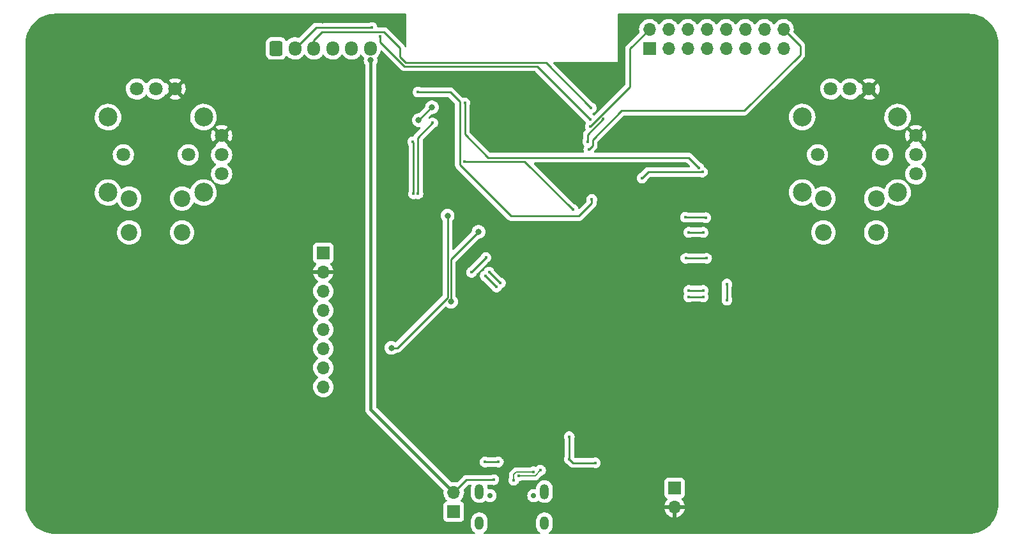
<source format=gbr>
%TF.GenerationSoftware,KiCad,Pcbnew,(6.0.5)*%
%TF.CreationDate,2022-05-19T20:55:00+02:00*%
%TF.ProjectId,hardware-remote-v2,68617264-7761-4726-952d-72656d6f7465,rev?*%
%TF.SameCoordinates,Original*%
%TF.FileFunction,Copper,L2,Bot*%
%TF.FilePolarity,Positive*%
%FSLAX46Y46*%
G04 Gerber Fmt 4.6, Leading zero omitted, Abs format (unit mm)*
G04 Created by KiCad (PCBNEW (6.0.5)) date 2022-05-19 20:55:00*
%MOMM*%
%LPD*%
G01*
G04 APERTURE LIST*
G04 Aperture macros list*
%AMRoundRect*
0 Rectangle with rounded corners*
0 $1 Rounding radius*
0 $2 $3 $4 $5 $6 $7 $8 $9 X,Y pos of 4 corners*
0 Add a 4 corners polygon primitive as box body*
4,1,4,$2,$3,$4,$5,$6,$7,$8,$9,$2,$3,0*
0 Add four circle primitives for the rounded corners*
1,1,$1+$1,$2,$3*
1,1,$1+$1,$4,$5*
1,1,$1+$1,$6,$7*
1,1,$1+$1,$8,$9*
0 Add four rect primitives between the rounded corners*
20,1,$1+$1,$2,$3,$4,$5,0*
20,1,$1+$1,$4,$5,$6,$7,0*
20,1,$1+$1,$6,$7,$8,$9,0*
20,1,$1+$1,$8,$9,$2,$3,0*%
G04 Aperture macros list end*
%TA.AperFunction,ComponentPad*%
%ADD10C,1.800000*%
%TD*%
%TA.AperFunction,ComponentPad*%
%ADD11C,2.500000*%
%TD*%
%TA.AperFunction,ComponentPad*%
%ADD12C,2.200000*%
%TD*%
%TA.AperFunction,ComponentPad*%
%ADD13C,0.700000*%
%TD*%
%TA.AperFunction,ComponentPad*%
%ADD14O,1.200000X2.000000*%
%TD*%
%TA.AperFunction,ComponentPad*%
%ADD15O,1.200000X1.800000*%
%TD*%
%TA.AperFunction,ComponentPad*%
%ADD16RoundRect,0.250000X-0.600000X-0.725000X0.600000X-0.725000X0.600000X0.725000X-0.600000X0.725000X0*%
%TD*%
%TA.AperFunction,ComponentPad*%
%ADD17O,1.700000X1.950000*%
%TD*%
%TA.AperFunction,ComponentPad*%
%ADD18R,1.700000X1.700000*%
%TD*%
%TA.AperFunction,ComponentPad*%
%ADD19O,1.700000X1.700000*%
%TD*%
%TA.AperFunction,ViaPad*%
%ADD20C,0.400000*%
%TD*%
%TA.AperFunction,ViaPad*%
%ADD21C,0.800000*%
%TD*%
%TA.AperFunction,Conductor*%
%ADD22C,0.250000*%
%TD*%
%TA.AperFunction,Conductor*%
%ADD23C,0.200000*%
%TD*%
%TA.AperFunction,Conductor*%
%ADD24C,0.450000*%
%TD*%
G04 APERTURE END LIST*
D10*
%TO.P,SW2,1,B*%
%TO.N,GND*%
X53530000Y18240000D03*
%TO.P,SW2,2,DTA*%
%TO.N,ANALOG_RIGHT_X*%
X53530000Y20780000D03*
%TO.P,SW2,3,A*%
%TO.N,+3V3*%
X53530000Y23320000D03*
%TO.P,SW2,4,A*%
X47340000Y29510000D03*
%TO.P,SW2,5,DTA*%
%TO.N,ANALOG_RIGHT_Y*%
X44800000Y29510000D03*
%TO.P,SW2,6,B*%
%TO.N,GND*%
X42260000Y29510000D03*
D11*
%TO.P,SW2,7,GND*%
X38470000Y25780000D03*
%TO.P,SW2,8,GND*%
X38470000Y15780000D03*
%TO.P,SW2,9,GND*%
X51120000Y15780000D03*
%TO.P,SW2,10,GND*%
X51120000Y25780000D03*
D12*
%TO.P,SW2,a,a*%
X41280000Y14990000D03*
%TO.P,SW2,c,c*%
X48280000Y14990000D03*
%TO.P,SW2,b,b*%
%TO.N,ANALOG_RIGHT_BUTTON*%
X41280000Y10490000D03*
%TO.P,SW2,d,d*%
X48280000Y10490000D03*
D10*
%TO.P,SW2,*%
%TO.N,*%
X40500000Y20780000D03*
X49100000Y20780000D03*
%TD*%
%TO.P,SW1,1,B*%
%TO.N,GND*%
X-38470000Y18240000D03*
%TO.P,SW1,2,DTA*%
%TO.N,ANALOG_LEFT_X*%
X-38470000Y20780000D03*
%TO.P,SW1,3,A*%
%TO.N,+3V3*%
X-38470000Y23320000D03*
%TO.P,SW1,4,A*%
X-44660000Y29510000D03*
%TO.P,SW1,5,DTA*%
%TO.N,ANALOG_LEFT_Y*%
X-47200000Y29510000D03*
%TO.P,SW1,6,B*%
%TO.N,GND*%
X-49740000Y29510000D03*
D11*
%TO.P,SW1,7,GND*%
X-53530000Y25780000D03*
%TO.P,SW1,8,GND*%
X-53530000Y15780000D03*
%TO.P,SW1,9,GND*%
X-40880000Y15780000D03*
%TO.P,SW1,10,GND*%
X-40880000Y25780000D03*
D12*
%TO.P,SW1,a,a*%
X-50720000Y14990000D03*
%TO.P,SW1,c,c*%
X-43720000Y14990000D03*
%TO.P,SW1,b,b*%
%TO.N,ANALOG_LEFT_BUTTON*%
X-50720000Y10490000D03*
%TO.P,SW1,d,d*%
X-43720000Y10490000D03*
D10*
%TO.P,SW1,*%
%TO.N,*%
X-51500000Y20780000D03*
X-42900000Y20780000D03*
%TD*%
D13*
%TO.P,USB1,*%
%TO.N,*%
X2890000Y-24395000D03*
X-2890000Y-24395000D03*
D14*
%TO.P,USB1,1,EP*%
%TO.N,GND*%
X-4320000Y-23855000D03*
%TO.P,USB1,2,EP*%
X4320000Y-23855000D03*
D15*
%TO.P,USB1,4,EP*%
X4320000Y-28045000D03*
%TO.P,USB1,3,EP*%
X-4320000Y-28045000D03*
%TD*%
D16*
%TO.P,J1,1,Pin_1*%
%TO.N,GND*%
X-31250000Y34875000D03*
D17*
%TO.P,J1,2,Pin_2*%
%TO.N,ESP_RX*%
X-28750000Y34875000D03*
%TO.P,J1,3,Pin_3*%
%TO.N,ESP_TX*%
X-26250000Y34875000D03*
%TO.P,J1,4,Pin_4*%
%TO.N,EN*%
X-23750000Y34875000D03*
%TO.P,J1,5,Pin_5*%
%TO.N,IO0*%
X-21250000Y34875000D03*
%TO.P,J1,6,Pin_6*%
%TO.N,+5V*%
X-18750000Y34875000D03*
%TD*%
D18*
%TO.P,J2,1,Pin_1*%
%TO.N,GND*%
X-25000000Y7775000D03*
D19*
%TO.P,J2,2,Pin_2*%
%TO.N,+3V3*%
X-25000000Y5235000D03*
%TO.P,J2,3,Pin_3*%
%TO.N,TFT_SCLK*%
X-25000000Y2695000D03*
%TO.P,J2,4,Pin_4*%
%TO.N,TFT_MOSI*%
X-25000000Y155000D03*
%TO.P,J2,5,Pin_5*%
%TO.N,TFT_RESET*%
X-25000000Y-2385000D03*
%TO.P,J2,6,Pin_6*%
%TO.N,TFT_DC*%
X-25000000Y-4925000D03*
%TO.P,J2,7,Pin_7*%
%TO.N,CS*%
X-25000000Y-7465000D03*
%TO.P,J2,8,Pin_8*%
%TO.N,Net-(J2-Pad8)*%
X-25000000Y-10005000D03*
%TD*%
D18*
%TO.P,J4,1,Pin_1*%
%TO.N,GND*%
X21550000Y-23400000D03*
D19*
%TO.P,J4,2,Pin_2*%
%TO.N,+3V3*%
X21550000Y-25940000D03*
%TD*%
D18*
%TO.P,J5,1,Pin_1*%
%TO.N,BUTTON_1*%
X18220000Y34859999D03*
D19*
%TO.P,J5,2,Pin_2*%
%TO.N,BUTTON_IN_1*%
X18220000Y37399999D03*
%TO.P,J5,3,Pin_3*%
%TO.N,BUTTON_2*%
X20760000Y34859999D03*
%TO.P,J5,4,Pin_4*%
%TO.N,BUTTON_IN_1*%
X20760000Y37399999D03*
%TO.P,J5,5,Pin_5*%
%TO.N,BUTTON_3*%
X23300000Y34859999D03*
%TO.P,J5,6,Pin_6*%
%TO.N,BUTTON_IN_1*%
X23300000Y37399999D03*
%TO.P,J5,7,Pin_7*%
%TO.N,BUTTON_4*%
X25840000Y34859999D03*
%TO.P,J5,8,Pin_8*%
%TO.N,BUTTON_IN_1*%
X25840000Y37399999D03*
%TO.P,J5,9,Pin_9*%
%TO.N,BUTTON_5*%
X28380000Y34859999D03*
%TO.P,J5,10,Pin_10*%
%TO.N,BUTTON_IN_2*%
X28380000Y37399999D03*
%TO.P,J5,11,Pin_11*%
%TO.N,BUTTON_6*%
X30920000Y34859999D03*
%TO.P,J5,12,Pin_12*%
%TO.N,BUTTON_IN_2*%
X30920000Y37399999D03*
%TO.P,J5,13,Pin_13*%
%TO.N,BUTTON_7*%
X33460000Y34859999D03*
%TO.P,J5,14,Pin_14*%
%TO.N,BUTTON_IN_2*%
X33460000Y37399999D03*
%TO.P,J5,15,Pin_15*%
%TO.N,BUTTON_8*%
X36000000Y34859999D03*
%TO.P,J5,16,Pin_16*%
%TO.N,BUTTON_IN_2*%
X36000000Y37399999D03*
%TD*%
D18*
%TO.P,J3,1,Pin_1*%
%TO.N,GND*%
X-7700000Y-26524999D03*
D19*
%TO.P,J3,2,Pin_2*%
%TO.N,+5V*%
X-7700000Y-23984999D03*
%TD*%
D20*
%TO.N,GND*%
X28500000Y3650000D03*
X28500000Y1500000D03*
%TO.N,+3V3*%
X20050000Y24200000D03*
%TO.N,GND*%
X11050000Y-20050000D03*
X7600000Y-16600000D03*
X7600000Y-19550000D03*
%TO.N,BUTTON_IN_1*%
X10400000Y24550000D03*
%TO.N,BUTTON_IN_2*%
X10200000Y21450000D03*
%TO.N,BUTTON_OUT*%
X10050000Y22500000D03*
X12114889Y25514889D03*
%TO.N,GND*%
X23050000Y7050000D03*
X25800000Y7050000D03*
X25700000Y12450000D03*
%TO.N,ANALOG_RIGHT_X*%
X25344021Y2800000D03*
%TO.N,ANALOG_RIGHT_Y*%
X25344021Y1950000D03*
%TO.N,ANALOG_RIGHT_BUTTON*%
X25344021Y10500000D03*
%TO.N,GND*%
X23000000Y12500000D03*
%TO.N,ESP_RX*%
X-18550000Y37650000D03*
X-17450000Y36500000D03*
X10350000Y25500000D03*
%TO.N,ESP_TX*%
X10500000Y27000000D03*
%TO.N,IO0*%
X10591000Y14859000D03*
X-12450000Y29100000D03*
%TO.N,+3V3*%
X-19900000Y29350000D03*
X-17550000Y29350000D03*
%TO.N,EN*%
X24800000Y19024500D03*
X-6250000Y27650000D03*
%TO.N,IO0*%
X25250000Y18500000D03*
X17250000Y17700000D03*
%TO.N,ANALOG_RIGHT_BUTTON*%
X-6300000Y19900000D03*
X23445499Y10500000D03*
X8100000Y13500000D03*
%TO.N,GND*%
X-5350000Y5200000D03*
X-3450000Y7150000D03*
%TO.N,ANALOG_RIGHT_Y*%
X-3533378Y4733378D03*
X-13150000Y22500000D03*
X-13050000Y15600000D03*
X-2050000Y3250000D03*
X23445499Y1950000D03*
%TO.N,ANALOG_RIGHT_X*%
X-1526611Y3776611D03*
X-12450000Y15604500D03*
X-3033378Y5233378D03*
X-10500000Y25000000D03*
X23445499Y2800000D03*
%TO.N,GND*%
X-3550000Y-19950000D03*
X-1800000Y-19950000D03*
%TO.N,USB_DN*%
X250000Y-22350000D03*
X2850000Y-21250000D03*
%TO.N,USB_DP*%
X911352Y-21750500D03*
X3800000Y-21050000D03*
%TO.N,+5V*%
X-2400000Y-22300000D03*
D21*
%TO.N,+3V3*%
X-6550000Y30050000D03*
X-25050000Y38550000D03*
%TO.N,+5V*%
X-18725000Y33300000D03*
%TO.N,ANALOG_LEFT_X*%
X-12350000Y25375000D03*
X-10600000Y27075000D03*
%TO.N,TFT_DC*%
X-8525000Y12700000D03*
X-15975000Y-4825000D03*
%TO.N,TFT_MOSI*%
X-4425000Y10575000D03*
X-8075201Y1300201D03*
%TD*%
D22*
%TO.N,GND*%
X28500000Y3650000D02*
X28500000Y1500000D01*
X7600000Y-19550000D02*
X7600000Y-16600000D01*
X11050000Y-20050000D02*
X8100000Y-20050000D01*
X8100000Y-20050000D02*
X7600000Y-19550000D01*
%TO.N,BUTTON_IN_1*%
X15650000Y34829999D02*
X18220000Y37399999D01*
X10400000Y24550000D02*
X15650000Y29800000D01*
X15650000Y29800000D02*
X15650000Y34829999D01*
%TO.N,BUTTON_IN_2*%
X30774511Y26624511D02*
X38200000Y34050000D01*
X10200000Y21450000D02*
X10700000Y21950000D01*
X10700000Y22750000D02*
X14574511Y26624511D01*
X14574511Y26624511D02*
X30774511Y26624511D01*
X10700000Y21950000D02*
X10700000Y22750000D01*
X38200000Y34050000D02*
X38200000Y35199999D01*
X38200000Y35199999D02*
X36000000Y37399999D01*
%TO.N,BUTTON_OUT*%
X10050000Y23450000D02*
X10050000Y22500000D01*
X12114889Y25514889D02*
X10050000Y23450000D01*
%TO.N,GND*%
X23050000Y7050000D02*
X25800000Y7050000D01*
X25650000Y12500000D02*
X25700000Y12450000D01*
X23000000Y12500000D02*
X25650000Y12500000D01*
%TO.N,ANALOG_RIGHT_X*%
X23445499Y2800000D02*
X25344021Y2800000D01*
%TO.N,ANALOG_RIGHT_Y*%
X25344021Y1950000D02*
X23445499Y1950000D01*
%TO.N,ANALOG_RIGHT_BUTTON*%
X23445499Y10500000D02*
X25344021Y10500000D01*
%TO.N,ESP_RX*%
X-17450000Y36500000D02*
X-17450000Y35714283D01*
X-25975000Y37650000D02*
X-18550000Y37650000D01*
X-28750000Y34875000D02*
X-25975000Y37650000D01*
X-17450000Y35714283D02*
X-14245178Y32509460D01*
X-14245178Y32509460D02*
X3340540Y32509460D01*
X3340540Y32509460D02*
X10350000Y25500000D01*
%TO.N,ESP_TX*%
X-14850000Y34950000D02*
X-16950000Y37050000D01*
X10500000Y27000000D02*
X4541020Y32958980D01*
X4541020Y32958980D02*
X-14058980Y32958980D01*
X-14058980Y32958980D02*
X-14850000Y33750000D01*
X-16950000Y37050000D02*
X-25150000Y37050000D01*
X-14850000Y33750000D02*
X-14850000Y34950000D01*
X-25150000Y37050000D02*
X-26250000Y35950000D01*
X-26250000Y35950000D02*
X-26250000Y34875000D01*
%TO.N,IO0*%
X8900000Y12650000D02*
X10591000Y14341000D01*
X-8200000Y29100000D02*
X-6900000Y27800000D01*
X-12450000Y29100000D02*
X-8200000Y29100000D01*
X-6900000Y27800000D02*
X-6900000Y19450000D01*
X-6900000Y19450000D02*
X-100000Y12650000D01*
X10591000Y14341000D02*
X10591000Y14859000D01*
X-100000Y12650000D02*
X8900000Y12650000D01*
%TO.N,EN*%
X-3150000Y20400000D02*
X-6250000Y23500000D01*
X24800000Y19024500D02*
X23424500Y20400000D01*
X-6250000Y23500000D02*
X-6250000Y27650000D01*
X23424500Y20400000D02*
X-3150000Y20400000D01*
%TO.N,IO0*%
X18050000Y18500000D02*
X25250000Y18500000D01*
X17250000Y17700000D02*
X18050000Y18500000D01*
%TO.N,ANALOG_RIGHT_BUTTON*%
X1700000Y19900000D02*
X-6300000Y19900000D01*
X8100000Y13500000D02*
X1700000Y19900000D01*
%TO.N,GND*%
X-5350000Y5250000D02*
X-5350000Y5200000D01*
X-3450000Y7150000D02*
X-5350000Y5250000D01*
%TO.N,ANALOG_RIGHT_Y*%
X-2050000Y3250000D02*
X-3533378Y4733378D01*
X-13050000Y22400000D02*
X-13150000Y22500000D01*
X-13050000Y15600000D02*
X-13050000Y22400000D01*
%TO.N,ANALOG_RIGHT_X*%
X-12450000Y15604500D02*
X-12450000Y23050000D01*
X-1576611Y3776611D02*
X-3033378Y5233378D01*
X-12450000Y23050000D02*
X-10500000Y25000000D01*
X-1526611Y3776611D02*
X-1576611Y3776611D01*
%TO.N,GND*%
X-1800000Y-19950000D02*
X-3550000Y-19950000D01*
D23*
%TO.N,USB_DN*%
X2850000Y-21250000D02*
X599000Y-21251000D01*
X599000Y-21251000D02*
X250000Y-21600000D01*
X250000Y-21600000D02*
X250000Y-22350000D01*
%TO.N,USB_DP*%
X3099500Y-21750500D02*
X911352Y-21750500D01*
X3800000Y-21050000D02*
X3099500Y-21750500D01*
D22*
%TO.N,+5V*%
X-7700000Y-23984999D02*
X-6015001Y-22300000D01*
X-6015001Y-22300000D02*
X-2400000Y-22300000D01*
D24*
X-18725000Y33300000D02*
X-18725000Y-12959999D01*
X-18725000Y-12959999D02*
X-7700000Y-23984999D01*
D22*
%TO.N,ANALOG_LEFT_X*%
X-10650000Y27075000D02*
X-12350000Y25375000D01*
X-10600000Y27075000D02*
X-10650000Y27075000D01*
%TO.N,TFT_DC*%
X-15225000Y-4825000D02*
X-8525000Y1875000D01*
X-8525000Y1875000D02*
X-8525000Y12700000D01*
X-15975000Y-4825000D02*
X-15225000Y-4825000D01*
%TO.N,TFT_MOSI*%
X-4425000Y10575000D02*
X-8075201Y6924799D01*
X-8075201Y6924799D02*
X-8075201Y1300201D01*
%TD*%
%TA.AperFunction,Conductor*%
%TO.N,+3V3*%
G36*
X-14057879Y39471498D02*
G01*
X-14011386Y39417842D01*
X-14000000Y39365500D01*
X-14000000Y35184543D01*
X-14020002Y35116422D01*
X-14073658Y35069929D01*
X-14143932Y35059825D01*
X-14208512Y35089319D01*
X-14243150Y35138154D01*
X-14247806Y35149914D01*
X-14251641Y35161115D01*
X-14263982Y35203594D01*
X-14268015Y35210413D01*
X-14268017Y35210418D01*
X-14274293Y35221029D01*
X-14282990Y35238779D01*
X-14290448Y35257617D01*
X-14316429Y35293377D01*
X-14322947Y35303299D01*
X-14341422Y35334540D01*
X-14341426Y35334545D01*
X-14345458Y35341363D01*
X-14359782Y35355687D01*
X-14372624Y35370722D01*
X-14384528Y35387107D01*
X-14418594Y35415289D01*
X-14427373Y35423278D01*
X-16446348Y37442253D01*
X-16453888Y37450539D01*
X-16458000Y37457018D01*
X-16507652Y37503644D01*
X-16510493Y37506398D01*
X-16530230Y37526135D01*
X-16533427Y37528615D01*
X-16542449Y37536320D01*
X-16568900Y37561159D01*
X-16574679Y37566586D01*
X-16581625Y37570405D01*
X-16581628Y37570407D01*
X-16592434Y37576348D01*
X-16608953Y37587199D01*
X-16609417Y37587559D01*
X-16624959Y37599614D01*
X-16632228Y37602759D01*
X-16632232Y37602762D01*
X-16665537Y37617174D01*
X-16676187Y37622391D01*
X-16714940Y37643695D01*
X-16734563Y37648733D01*
X-16753266Y37655137D01*
X-16764580Y37660033D01*
X-16764581Y37660033D01*
X-16771855Y37663181D01*
X-16779678Y37664420D01*
X-16779688Y37664423D01*
X-16815524Y37670099D01*
X-16827144Y37672505D01*
X-16862289Y37681528D01*
X-16862290Y37681528D01*
X-16869970Y37683500D01*
X-16890224Y37683500D01*
X-16909935Y37685051D01*
X-16922114Y37686980D01*
X-16929943Y37688220D01*
X-16937835Y37687474D01*
X-16973961Y37684059D01*
X-16985819Y37683500D01*
X-17728679Y37683500D01*
X-17796800Y37703502D01*
X-17843293Y37757158D01*
X-17853766Y37794362D01*
X-17855985Y37812701D01*
X-17855986Y37812704D01*
X-17856898Y37820242D01*
X-17868923Y37852067D01*
X-17914829Y37973553D01*
X-17917513Y37980656D01*
X-17980715Y38072616D01*
X-18010341Y38115722D01*
X-18010342Y38115724D01*
X-18014643Y38121981D01*
X-18020314Y38127034D01*
X-18137007Y38231004D01*
X-18137010Y38231006D01*
X-18142679Y38236057D01*
X-18294231Y38316300D01*
X-18311804Y38320714D01*
X-18453178Y38356225D01*
X-18453182Y38356225D01*
X-18460549Y38358076D01*
X-18468148Y38358116D01*
X-18468150Y38358116D01*
X-18539606Y38358490D01*
X-18632031Y38358974D01*
X-18639411Y38357202D01*
X-18639413Y38357202D01*
X-18791398Y38320714D01*
X-18791402Y38320713D01*
X-18798777Y38318942D01*
X-18810781Y38312746D01*
X-18840254Y38297534D01*
X-18898044Y38283500D01*
X-25896232Y38283500D01*
X-25907415Y38284027D01*
X-25914908Y38285702D01*
X-25922834Y38285453D01*
X-25922835Y38285453D01*
X-25982998Y38283562D01*
X-25986956Y38283500D01*
X-26014856Y38283500D01*
X-26018846Y38282996D01*
X-26030680Y38282064D01*
X-26074889Y38280674D01*
X-26082505Y38278461D01*
X-26082507Y38278461D01*
X-26094348Y38275021D01*
X-26113707Y38271012D01*
X-26115017Y38270846D01*
X-26133797Y38268474D01*
X-26141163Y38265558D01*
X-26141169Y38265556D01*
X-26174902Y38252200D01*
X-26186132Y38248355D01*
X-26216226Y38239612D01*
X-26228593Y38236019D01*
X-26235416Y38231984D01*
X-26246034Y38225705D01*
X-26263787Y38217008D01*
X-26271432Y38213981D01*
X-26282617Y38209552D01*
X-26289032Y38204891D01*
X-26318388Y38183563D01*
X-26328305Y38177049D01*
X-26366362Y38154542D01*
X-26380683Y38140221D01*
X-26395716Y38127381D01*
X-26412107Y38115472D01*
X-26417158Y38109366D01*
X-26440298Y38081395D01*
X-26448288Y38072616D01*
X-28198981Y36321923D01*
X-28261293Y36287897D01*
X-28325441Y36290686D01*
X-28328223Y36291550D01*
X-28457227Y36331607D01*
X-28462516Y36332308D01*
X-28680489Y36361198D01*
X-28680494Y36361198D01*
X-28685774Y36361898D01*
X-28691103Y36361698D01*
X-28691105Y36361698D01*
X-28800966Y36357574D01*
X-28916158Y36353249D01*
X-28921377Y36352154D01*
X-28943434Y36347526D01*
X-29141791Y36305907D01*
X-29146750Y36303949D01*
X-29146752Y36303948D01*
X-29351256Y36223185D01*
X-29351258Y36223184D01*
X-29356221Y36221224D01*
X-29360780Y36218457D01*
X-29360783Y36218456D01*
X-29456103Y36160614D01*
X-29553317Y36101623D01*
X-29557347Y36098126D01*
X-29713495Y35962628D01*
X-29727445Y35950523D01*
X-29756670Y35914880D01*
X-29815329Y35874886D01*
X-29886299Y35872954D01*
X-29947048Y35909698D01*
X-29961248Y35928468D01*
X-30047668Y36068120D01*
X-30051522Y36074348D01*
X-30176697Y36199305D01*
X-30190783Y36207988D01*
X-30321032Y36288275D01*
X-30321034Y36288276D01*
X-30327262Y36292115D01*
X-30426640Y36325077D01*
X-30488611Y36345632D01*
X-30488613Y36345632D01*
X-30495139Y36347797D01*
X-30501975Y36348497D01*
X-30501978Y36348498D01*
X-30545031Y36352909D01*
X-30599600Y36358500D01*
X-31900400Y36358500D01*
X-31903646Y36358163D01*
X-31903650Y36358163D01*
X-31999308Y36348238D01*
X-31999312Y36348237D01*
X-32006166Y36347526D01*
X-32012702Y36345345D01*
X-32012704Y36345345D01*
X-32105927Y36314243D01*
X-32173946Y36291550D01*
X-32324348Y36198478D01*
X-32449305Y36073303D01*
X-32453145Y36067073D01*
X-32453146Y36067072D01*
X-32527534Y35946392D01*
X-32542115Y35922738D01*
X-32560175Y35868289D01*
X-32593568Y35767610D01*
X-32597797Y35754861D01*
X-32608500Y35650400D01*
X-32608500Y34099600D01*
X-32608163Y34096354D01*
X-32608163Y34096350D01*
X-32599125Y34009248D01*
X-32597526Y33993834D01*
X-32595345Y33987298D01*
X-32595345Y33987296D01*
X-32562873Y33889967D01*
X-32541550Y33826054D01*
X-32448478Y33675652D01*
X-32323303Y33550695D01*
X-32317073Y33546855D01*
X-32317072Y33546854D01*
X-32179910Y33462306D01*
X-32172738Y33457885D01*
X-32137062Y33446052D01*
X-32011389Y33404368D01*
X-32011387Y33404368D01*
X-32004861Y33402203D01*
X-31998025Y33401503D01*
X-31998022Y33401502D01*
X-31962337Y33397846D01*
X-31900400Y33391500D01*
X-30599600Y33391500D01*
X-30596354Y33391837D01*
X-30596350Y33391837D01*
X-30500692Y33401762D01*
X-30500688Y33401763D01*
X-30493834Y33402474D01*
X-30487298Y33404655D01*
X-30487296Y33404655D01*
X-30355194Y33448728D01*
X-30326054Y33458450D01*
X-30175652Y33551522D01*
X-30050695Y33676697D01*
X-29960919Y33822340D01*
X-29908148Y33869832D01*
X-29838076Y33881256D01*
X-29772952Y33852982D01*
X-29762490Y33843195D01*
X-29720785Y33799477D01*
X-29653424Y33728865D01*
X-29468458Y33591246D01*
X-29463707Y33588830D01*
X-29463703Y33588828D01*
X-29392868Y33552814D01*
X-29262949Y33486760D01*
X-29257855Y33485178D01*
X-29257852Y33485177D01*
X-29057980Y33423115D01*
X-29042773Y33418393D01*
X-29037484Y33417692D01*
X-28819511Y33388802D01*
X-28819506Y33388802D01*
X-28814226Y33388102D01*
X-28808897Y33388302D01*
X-28808895Y33388302D01*
X-28699034Y33392426D01*
X-28583842Y33396751D01*
X-28561198Y33401502D01*
X-28363428Y33442998D01*
X-28358209Y33444093D01*
X-28353250Y33446051D01*
X-28353248Y33446052D01*
X-28148744Y33526815D01*
X-28148742Y33526816D01*
X-28143779Y33528776D01*
X-28114829Y33546343D01*
X-27951243Y33645610D01*
X-27951244Y33645610D01*
X-27946683Y33648377D01*
X-27942653Y33651874D01*
X-27776588Y33795977D01*
X-27776586Y33795979D01*
X-27772555Y33799477D01*
X-27701560Y33886061D01*
X-27629760Y33973627D01*
X-27629756Y33973633D01*
X-27626376Y33977755D01*
X-27608448Y34009250D01*
X-27557368Y34058555D01*
X-27487738Y34072417D01*
X-27421667Y34046434D01*
X-27394427Y34017284D01*
X-27312559Y33895681D01*
X-27308880Y33891824D01*
X-27308878Y33891822D01*
X-27289830Y33871855D01*
X-27153424Y33728865D01*
X-26968458Y33591246D01*
X-26963707Y33588830D01*
X-26963703Y33588828D01*
X-26892868Y33552814D01*
X-26762949Y33486760D01*
X-26757855Y33485178D01*
X-26757852Y33485177D01*
X-26557980Y33423115D01*
X-26542773Y33418393D01*
X-26537484Y33417692D01*
X-26319511Y33388802D01*
X-26319506Y33388802D01*
X-26314226Y33388102D01*
X-26308897Y33388302D01*
X-26308895Y33388302D01*
X-26199034Y33392426D01*
X-26083842Y33396751D01*
X-26061198Y33401502D01*
X-25863428Y33442998D01*
X-25858209Y33444093D01*
X-25853250Y33446051D01*
X-25853248Y33446052D01*
X-25648744Y33526815D01*
X-25648742Y33526816D01*
X-25643779Y33528776D01*
X-25614829Y33546343D01*
X-25451243Y33645610D01*
X-25451244Y33645610D01*
X-25446683Y33648377D01*
X-25442653Y33651874D01*
X-25276588Y33795977D01*
X-25276586Y33795979D01*
X-25272555Y33799477D01*
X-25201560Y33886061D01*
X-25129760Y33973627D01*
X-25129756Y33973633D01*
X-25126376Y33977755D01*
X-25108448Y34009250D01*
X-25057368Y34058555D01*
X-24987738Y34072417D01*
X-24921667Y34046434D01*
X-24894427Y34017284D01*
X-24812559Y33895681D01*
X-24808880Y33891824D01*
X-24808878Y33891822D01*
X-24789830Y33871855D01*
X-24653424Y33728865D01*
X-24468458Y33591246D01*
X-24463707Y33588830D01*
X-24463703Y33588828D01*
X-24392868Y33552814D01*
X-24262949Y33486760D01*
X-24257855Y33485178D01*
X-24257852Y33485177D01*
X-24057980Y33423115D01*
X-24042773Y33418393D01*
X-24037484Y33417692D01*
X-23819511Y33388802D01*
X-23819506Y33388802D01*
X-23814226Y33388102D01*
X-23808897Y33388302D01*
X-23808895Y33388302D01*
X-23699034Y33392426D01*
X-23583842Y33396751D01*
X-23561198Y33401502D01*
X-23363428Y33442998D01*
X-23358209Y33444093D01*
X-23353250Y33446051D01*
X-23353248Y33446052D01*
X-23148744Y33526815D01*
X-23148742Y33526816D01*
X-23143779Y33528776D01*
X-23114829Y33546343D01*
X-22951243Y33645610D01*
X-22951244Y33645610D01*
X-22946683Y33648377D01*
X-22942653Y33651874D01*
X-22776588Y33795977D01*
X-22776586Y33795979D01*
X-22772555Y33799477D01*
X-22701560Y33886061D01*
X-22629760Y33973627D01*
X-22629756Y33973633D01*
X-22626376Y33977755D01*
X-22608448Y34009250D01*
X-22557368Y34058555D01*
X-22487738Y34072417D01*
X-22421667Y34046434D01*
X-22394427Y34017284D01*
X-22312559Y33895681D01*
X-22308880Y33891824D01*
X-22308878Y33891822D01*
X-22289830Y33871855D01*
X-22153424Y33728865D01*
X-21968458Y33591246D01*
X-21963707Y33588830D01*
X-21963703Y33588828D01*
X-21892868Y33552814D01*
X-21762949Y33486760D01*
X-21757855Y33485178D01*
X-21757852Y33485177D01*
X-21557980Y33423115D01*
X-21542773Y33418393D01*
X-21537484Y33417692D01*
X-21319511Y33388802D01*
X-21319506Y33388802D01*
X-21314226Y33388102D01*
X-21308897Y33388302D01*
X-21308895Y33388302D01*
X-21199034Y33392426D01*
X-21083842Y33396751D01*
X-21061198Y33401502D01*
X-20863428Y33442998D01*
X-20858209Y33444093D01*
X-20853250Y33446051D01*
X-20853248Y33446052D01*
X-20648744Y33526815D01*
X-20648742Y33526816D01*
X-20643779Y33528776D01*
X-20614829Y33546343D01*
X-20451243Y33645610D01*
X-20451244Y33645610D01*
X-20446683Y33648377D01*
X-20442653Y33651874D01*
X-20276588Y33795977D01*
X-20276586Y33795979D01*
X-20272555Y33799477D01*
X-20201560Y33886061D01*
X-20129760Y33973627D01*
X-20129756Y33973633D01*
X-20126376Y33977755D01*
X-20108448Y34009250D01*
X-20057368Y34058555D01*
X-19987738Y34072417D01*
X-19921667Y34046434D01*
X-19894427Y34017284D01*
X-19812559Y33895681D01*
X-19808880Y33891824D01*
X-19808878Y33891822D01*
X-19789830Y33871855D01*
X-19653424Y33728865D01*
X-19648174Y33724959D01*
X-19635383Y33715442D01*
X-19592671Y33658730D01*
X-19587400Y33587930D01*
X-19590765Y33575418D01*
X-19606830Y33525974D01*
X-19618542Y33489928D01*
X-19619232Y33483367D01*
X-19619232Y33483365D01*
X-19627535Y33404368D01*
X-19638504Y33300000D01*
X-19618542Y33110072D01*
X-19559527Y32928444D01*
X-19556224Y32922722D01*
X-19556223Y32922721D01*
X-19475381Y32782699D01*
X-19458500Y32719699D01*
X-19458500Y-12894833D01*
X-19459933Y-12913782D01*
X-19463043Y-12934226D01*
X-19462450Y-12941518D01*
X-19462450Y-12941521D01*
X-19458915Y-12984978D01*
X-19458500Y-12995193D01*
X-19458500Y-13002825D01*
X-19458078Y-13006444D01*
X-19458077Y-13006463D01*
X-19455325Y-13030068D01*
X-19454893Y-13034434D01*
X-19449177Y-13104703D01*
X-19446919Y-13111672D01*
X-19445816Y-13117192D01*
X-19444534Y-13122617D01*
X-19443686Y-13129889D01*
X-19441189Y-13136768D01*
X-19419618Y-13196195D01*
X-19418190Y-13200355D01*
X-19398720Y-13260457D01*
X-19398718Y-13260461D01*
X-19396464Y-13267419D01*
X-19392670Y-13273671D01*
X-19390328Y-13278787D01*
X-19387824Y-13283788D01*
X-19385327Y-13290666D01*
X-19381317Y-13296783D01*
X-19381314Y-13296788D01*
X-19346653Y-13349653D01*
X-19344305Y-13353375D01*
X-19307733Y-13413644D01*
X-19304021Y-13417847D01*
X-19300571Y-13421754D01*
X-19300588Y-13421769D01*
X-19297654Y-13425079D01*
X-19295558Y-13427586D01*
X-19291546Y-13433705D01*
X-19286234Y-13438737D01*
X-19237224Y-13485165D01*
X-19234782Y-13487543D01*
X-9077138Y-23645187D01*
X-9043112Y-23707499D01*
X-9040946Y-23747671D01*
X-9043067Y-23767521D01*
X-9062749Y-23951694D01*
X-9062452Y-23956847D01*
X-9062452Y-23956850D01*
X-9057071Y-24050178D01*
X-9049890Y-24174714D01*
X-9048753Y-24179760D01*
X-9048752Y-24179766D01*
X-9028881Y-24267938D01*
X-9000778Y-24392638D01*
X-8962539Y-24486810D01*
X-8928246Y-24571263D01*
X-8916734Y-24599615D01*
X-8871236Y-24673862D01*
X-8819369Y-24758500D01*
X-8800013Y-24790087D01*
X-8653750Y-24958937D01*
X-8649770Y-24962241D01*
X-8645019Y-24966186D01*
X-8605384Y-25025089D01*
X-8603887Y-25096070D01*
X-8641003Y-25156592D01*
X-8681276Y-25181111D01*
X-8796705Y-25224384D01*
X-8913261Y-25311738D01*
X-9000615Y-25428294D01*
X-9051745Y-25564683D01*
X-9058500Y-25626865D01*
X-9058500Y-27423133D01*
X-9051745Y-27485315D01*
X-9000615Y-27621704D01*
X-8913261Y-27738260D01*
X-8796705Y-27825614D01*
X-8660316Y-27876744D01*
X-8598134Y-27883499D01*
X-6801866Y-27883499D01*
X-6739684Y-27876744D01*
X-6603295Y-27825614D01*
X-6486739Y-27738260D01*
X-6399385Y-27621704D01*
X-6348255Y-27485315D01*
X-6341500Y-27423133D01*
X-6341500Y-26207966D01*
X20218257Y-26207966D01*
X20248565Y-26342446D01*
X20251645Y-26352275D01*
X20331770Y-26549603D01*
X20336413Y-26558794D01*
X20447694Y-26740388D01*
X20453777Y-26748699D01*
X20593213Y-26909667D01*
X20600580Y-26916883D01*
X20764434Y-27052916D01*
X20772881Y-27058831D01*
X20956756Y-27166279D01*
X20966042Y-27170729D01*
X21165001Y-27246703D01*
X21174899Y-27249579D01*
X21278250Y-27270606D01*
X21292299Y-27269410D01*
X21296000Y-27259065D01*
X21296000Y-27258517D01*
X21804000Y-27258517D01*
X21808064Y-27272359D01*
X21821478Y-27274393D01*
X21828184Y-27273534D01*
X21838262Y-27271392D01*
X22042255Y-27210191D01*
X22051842Y-27206433D01*
X22243095Y-27112739D01*
X22251945Y-27107464D01*
X22425328Y-26983792D01*
X22433200Y-26977139D01*
X22584052Y-26826812D01*
X22590730Y-26818965D01*
X22715003Y-26646020D01*
X22720313Y-26637183D01*
X22814670Y-26446267D01*
X22818469Y-26436672D01*
X22880377Y-26232910D01*
X22882555Y-26222837D01*
X22883986Y-26211962D01*
X22881775Y-26197778D01*
X22868617Y-26194000D01*
X21822115Y-26194000D01*
X21806876Y-26198475D01*
X21805671Y-26199865D01*
X21804000Y-26207548D01*
X21804000Y-27258517D01*
X21296000Y-27258517D01*
X21296000Y-26212115D01*
X21291525Y-26196876D01*
X21290135Y-26195671D01*
X21282452Y-26194000D01*
X20233225Y-26194000D01*
X20219694Y-26197973D01*
X20218257Y-26207966D01*
X-6341500Y-26207966D01*
X-6341500Y-25626865D01*
X-6348255Y-25564683D01*
X-6399385Y-25428294D01*
X-6486739Y-25311738D01*
X-6603295Y-25224384D01*
X-6623368Y-25216859D01*
X-6721797Y-25179959D01*
X-6778561Y-25137317D01*
X-6803261Y-25070755D01*
X-6788053Y-25001407D01*
X-6766507Y-24972726D01*
X-6740367Y-24946677D01*
X-6661904Y-24868488D01*
X-6649516Y-24851249D01*
X-6534565Y-24691276D01*
X-6531547Y-24687076D01*
X-6495065Y-24613261D01*
X-6434864Y-24491452D01*
X-6434863Y-24491450D01*
X-6432570Y-24486810D01*
X-6367630Y-24273068D01*
X-6338471Y-24051589D01*
X-6336844Y-23984999D01*
X-6355148Y-23762360D01*
X-6383179Y-23650764D01*
X-6380375Y-23579822D01*
X-6350070Y-23530973D01*
X-5789502Y-22970405D01*
X-5727190Y-22936379D01*
X-5700407Y-22933500D01*
X-5491600Y-22933500D01*
X-5423479Y-22953502D01*
X-5376986Y-23007158D01*
X-5366882Y-23077432D01*
X-5374732Y-23106595D01*
X-5387686Y-23138737D01*
X-5428228Y-23346337D01*
X-5428500Y-23351899D01*
X-5428500Y-24307846D01*
X-5413452Y-24465566D01*
X-5353908Y-24668534D01*
X-5351164Y-24673861D01*
X-5351164Y-24673862D01*
X-5289294Y-24793989D01*
X-5257058Y-24856580D01*
X-5126396Y-25022920D01*
X-5121865Y-25026852D01*
X-5121862Y-25026855D01*
X-4994565Y-25137317D01*
X-4966637Y-25161552D01*
X-4961451Y-25164552D01*
X-4961447Y-25164555D01*
X-4860756Y-25222806D01*
X-4783546Y-25267473D01*
X-4583729Y-25336861D01*
X-4577794Y-25337722D01*
X-4577792Y-25337722D01*
X-4380336Y-25366352D01*
X-4380333Y-25366352D01*
X-4374396Y-25367213D01*
X-4163101Y-25357433D01*
X-4031923Y-25325819D01*
X-3963299Y-25309281D01*
X-3963297Y-25309280D01*
X-3957466Y-25307875D01*
X-3952008Y-25305393D01*
X-3952004Y-25305392D01*
X-3836959Y-25253084D01*
X-3764913Y-25220326D01*
X-3592389Y-25097946D01*
X-3588246Y-25093618D01*
X-3588240Y-25093613D01*
X-3582589Y-25087710D01*
X-3521034Y-25052334D01*
X-3450124Y-25055853D01*
X-3417513Y-25072904D01*
X-3321615Y-25142578D01*
X-3315587Y-25145262D01*
X-3315585Y-25145263D01*
X-3235069Y-25181111D01*
X-3156752Y-25215980D01*
X-3091874Y-25229770D01*
X-2986689Y-25252128D01*
X-2986685Y-25252128D01*
X-2980232Y-25253500D01*
X-2799768Y-25253500D01*
X-2793315Y-25252128D01*
X-2793311Y-25252128D01*
X-2688126Y-25229770D01*
X-2623248Y-25215980D01*
X-2544931Y-25181111D01*
X-2464415Y-25145263D01*
X-2464413Y-25145262D01*
X-2458385Y-25142578D01*
X-2451144Y-25137317D01*
X-2317731Y-25040387D01*
X-2317729Y-25040385D01*
X-2312387Y-25036504D01*
X-2282125Y-25002895D01*
X-2196052Y-24907301D01*
X-2196051Y-24907300D01*
X-2191633Y-24902393D01*
X-2126793Y-24790087D01*
X-2104705Y-24751830D01*
X-2104704Y-24751829D01*
X-2101401Y-24746107D01*
X-2074329Y-24662786D01*
X-2047675Y-24580754D01*
X-2047675Y-24580753D01*
X-2045635Y-24574475D01*
X-2026771Y-24395000D01*
X2026771Y-24395000D01*
X2045635Y-24574475D01*
X2047675Y-24580753D01*
X2047675Y-24580754D01*
X2074329Y-24662786D01*
X2101401Y-24746107D01*
X2104704Y-24751829D01*
X2104705Y-24751830D01*
X2126793Y-24790087D01*
X2191633Y-24902393D01*
X2196051Y-24907300D01*
X2196052Y-24907301D01*
X2282125Y-25002895D01*
X2312387Y-25036504D01*
X2317729Y-25040385D01*
X2317731Y-25040387D01*
X2451144Y-25137317D01*
X2458385Y-25142578D01*
X2464413Y-25145262D01*
X2464415Y-25145263D01*
X2544931Y-25181111D01*
X2623248Y-25215980D01*
X2688126Y-25229770D01*
X2793311Y-25252128D01*
X2793315Y-25252128D01*
X2799768Y-25253500D01*
X2980232Y-25253500D01*
X2986685Y-25252128D01*
X2986689Y-25252128D01*
X3091874Y-25229770D01*
X3156752Y-25215980D01*
X3235069Y-25181111D01*
X3315585Y-25145263D01*
X3315587Y-25145262D01*
X3321615Y-25142578D01*
X3420156Y-25070984D01*
X3487022Y-25047126D01*
X3556174Y-25063206D01*
X3576790Y-25077750D01*
X3673363Y-25161552D01*
X3678549Y-25164552D01*
X3678553Y-25164555D01*
X3779244Y-25222806D01*
X3856454Y-25267473D01*
X4056271Y-25336861D01*
X4062206Y-25337722D01*
X4062208Y-25337722D01*
X4259664Y-25366352D01*
X4259667Y-25366352D01*
X4265604Y-25367213D01*
X4476899Y-25357433D01*
X4608077Y-25325819D01*
X4676701Y-25309281D01*
X4676703Y-25309280D01*
X4682534Y-25307875D01*
X4687992Y-25305393D01*
X4687996Y-25305392D01*
X4803041Y-25253084D01*
X4875087Y-25220326D01*
X5047611Y-25097946D01*
X5193881Y-24945150D01*
X5308620Y-24767452D01*
X5368592Y-24618642D01*
X5385442Y-24576832D01*
X5385443Y-24576829D01*
X5387686Y-24571263D01*
X5428228Y-24363663D01*
X5428500Y-24358101D01*
X5428500Y-24298134D01*
X20191500Y-24298134D01*
X20198255Y-24360316D01*
X20249385Y-24496705D01*
X20336739Y-24613261D01*
X20453295Y-24700615D01*
X20461704Y-24703767D01*
X20461705Y-24703768D01*
X20570960Y-24744726D01*
X20627725Y-24787367D01*
X20652425Y-24853929D01*
X20637218Y-24923278D01*
X20617825Y-24949759D01*
X20494590Y-25078717D01*
X20488104Y-25086727D01*
X20368098Y-25262649D01*
X20363000Y-25271623D01*
X20273338Y-25464783D01*
X20269775Y-25474470D01*
X20214389Y-25674183D01*
X20215912Y-25682607D01*
X20228292Y-25686000D01*
X22868344Y-25686000D01*
X22881875Y-25682027D01*
X22883180Y-25672947D01*
X22841214Y-25505875D01*
X22837894Y-25496124D01*
X22752972Y-25300814D01*
X22748105Y-25291739D01*
X22632426Y-25112926D01*
X22626136Y-25104757D01*
X22482293Y-24946677D01*
X22451241Y-24882831D01*
X22459635Y-24812333D01*
X22504812Y-24757564D01*
X22531256Y-24743895D01*
X22638297Y-24703767D01*
X22646705Y-24700615D01*
X22763261Y-24613261D01*
X22850615Y-24496705D01*
X22901745Y-24360316D01*
X22908500Y-24298134D01*
X22908500Y-22501866D01*
X22901745Y-22439684D01*
X22850615Y-22303295D01*
X22763261Y-22186739D01*
X22646705Y-22099385D01*
X22510316Y-22048255D01*
X22448134Y-22041500D01*
X20651866Y-22041500D01*
X20589684Y-22048255D01*
X20453295Y-22099385D01*
X20336739Y-22186739D01*
X20249385Y-22303295D01*
X20198255Y-22439684D01*
X20191500Y-22501866D01*
X20191500Y-24298134D01*
X5428500Y-24298134D01*
X5428500Y-23402154D01*
X5413452Y-23244434D01*
X5353908Y-23041466D01*
X5339548Y-23013585D01*
X5259804Y-22858751D01*
X5259802Y-22858748D01*
X5257058Y-22853420D01*
X5126396Y-22687080D01*
X5121865Y-22683148D01*
X5121862Y-22683145D01*
X4971167Y-22552379D01*
X4966637Y-22548448D01*
X4961451Y-22545448D01*
X4961447Y-22545445D01*
X4788742Y-22445533D01*
X4783546Y-22442527D01*
X4583729Y-22373139D01*
X4577794Y-22372278D01*
X4577792Y-22372278D01*
X4380336Y-22343648D01*
X4380333Y-22343648D01*
X4374396Y-22342787D01*
X4163101Y-22352567D01*
X4031923Y-22384181D01*
X3963299Y-22400719D01*
X3963297Y-22400720D01*
X3957466Y-22402125D01*
X3952008Y-22404607D01*
X3952004Y-22404608D01*
X3857581Y-22447540D01*
X3764913Y-22489674D01*
X3592389Y-22612054D01*
X3446119Y-22764850D01*
X3331380Y-22942548D01*
X3322126Y-22965511D01*
X3265267Y-23106597D01*
X3252314Y-23138737D01*
X3211772Y-23346337D01*
X3211500Y-23351899D01*
X3211500Y-23430060D01*
X3191498Y-23498181D01*
X3137842Y-23544674D01*
X3067568Y-23554778D01*
X3059308Y-23553308D01*
X3033889Y-23547905D01*
X2986689Y-23537872D01*
X2986685Y-23537872D01*
X2980232Y-23536500D01*
X2799768Y-23536500D01*
X2793315Y-23537872D01*
X2793311Y-23537872D01*
X2720696Y-23553307D01*
X2623248Y-23574020D01*
X2617219Y-23576704D01*
X2617217Y-23576705D01*
X2464416Y-23644737D01*
X2464414Y-23644738D01*
X2458386Y-23647422D01*
X2453045Y-23651302D01*
X2453044Y-23651303D01*
X2317731Y-23749613D01*
X2317729Y-23749615D01*
X2312387Y-23753496D01*
X2191633Y-23887607D01*
X2101401Y-24043893D01*
X2045635Y-24215525D01*
X2044945Y-24222088D01*
X2044945Y-24222089D01*
X2030065Y-24363663D01*
X2026771Y-24395000D01*
X-2026771Y-24395000D01*
X-2030065Y-24363663D01*
X-2044945Y-24222089D01*
X-2044945Y-24222088D01*
X-2045635Y-24215525D01*
X-2101401Y-24043893D01*
X-2191633Y-23887607D01*
X-2312387Y-23753496D01*
X-2345319Y-23729569D01*
X-2453043Y-23651303D01*
X-2453044Y-23651302D01*
X-2458385Y-23647422D01*
X-2464413Y-23644738D01*
X-2464415Y-23644737D01*
X-2617217Y-23576705D01*
X-2617219Y-23576705D01*
X-2623248Y-23574020D01*
X-2720696Y-23553307D01*
X-2793311Y-23537872D01*
X-2793315Y-23537872D01*
X-2799768Y-23536500D01*
X-2980232Y-23536500D01*
X-2986685Y-23537872D01*
X-2986689Y-23537872D01*
X-3033889Y-23547905D01*
X-3059304Y-23553307D01*
X-3130094Y-23547905D01*
X-3186727Y-23505088D01*
X-3211220Y-23438450D01*
X-3211500Y-23430060D01*
X-3211500Y-23402154D01*
X-3226548Y-23244434D01*
X-3270396Y-23094969D01*
X-3270379Y-23023973D01*
X-3231981Y-22964256D01*
X-3167393Y-22934778D01*
X-3149491Y-22933500D01*
X-2750142Y-22933500D01*
X-2690021Y-22948769D01*
X-2669408Y-22959961D01*
X-2669403Y-22959963D01*
X-2662732Y-22963585D01*
X-2496861Y-23007101D01*
X-2409414Y-23008474D01*
X-2332997Y-23009675D01*
X-2332994Y-23009675D01*
X-2325398Y-23009794D01*
X-2317994Y-23008098D01*
X-2317992Y-23008098D01*
X-2255154Y-22993706D01*
X-2158241Y-22971510D01*
X-2005042Y-22894459D01*
X-1999271Y-22889530D01*
X-1999268Y-22889528D01*
X-1880422Y-22788023D01*
X-1874645Y-22783089D01*
X-1791274Y-22667068D01*
X-1779008Y-22649998D01*
X-1779007Y-22649997D01*
X-1774576Y-22643830D01*
X-1710615Y-22484720D01*
X-1705686Y-22450086D01*
X-1690378Y-22342526D01*
X-463665Y-22342526D01*
X-460380Y-22372278D01*
X-445696Y-22505283D01*
X-444847Y-22512975D01*
X-442238Y-22520106D01*
X-442237Y-22520108D01*
X-434851Y-22540290D01*
X-385915Y-22674015D01*
X-381678Y-22680321D01*
X-381676Y-22680324D01*
X-372600Y-22693830D01*
X-290270Y-22816349D01*
X-163435Y-22931760D01*
X-12732Y-23013585D01*
X153139Y-23057101D01*
X240586Y-23058474D01*
X317003Y-23059675D01*
X317006Y-23059675D01*
X324602Y-23059794D01*
X332006Y-23058098D01*
X332008Y-23058098D01*
X404626Y-23041466D01*
X491759Y-23021510D01*
X644958Y-22944459D01*
X650729Y-22939530D01*
X650732Y-22939528D01*
X769578Y-22838023D01*
X775355Y-22833089D01*
X875424Y-22693830D01*
X939385Y-22534720D01*
X940156Y-22535030D01*
X973902Y-22479669D01*
X1030524Y-22450086D01*
X1108248Y-22432285D01*
X1145711Y-22423705D01*
X1145712Y-22423705D01*
X1153111Y-22422010D01*
X1251681Y-22372435D01*
X1308294Y-22359000D01*
X3051364Y-22359000D01*
X3067807Y-22360078D01*
X3099500Y-22364250D01*
X3107689Y-22363172D01*
X3139374Y-22359001D01*
X3139384Y-22359000D01*
X3139385Y-22359000D01*
X3238957Y-22345891D01*
X3250164Y-22344416D01*
X3250166Y-22344415D01*
X3258351Y-22343338D01*
X3406376Y-22282024D01*
X3501572Y-22208977D01*
X3501575Y-22208974D01*
X3533487Y-22184487D01*
X3548111Y-22165429D01*
X3552952Y-22159121D01*
X3563819Y-22146730D01*
X3947745Y-21762804D01*
X4008710Y-21729079D01*
X4034359Y-21723205D01*
X4034361Y-21723204D01*
X4041759Y-21721510D01*
X4194958Y-21644459D01*
X4200729Y-21639530D01*
X4200732Y-21639528D01*
X4319578Y-21538023D01*
X4325355Y-21533089D01*
X4425424Y-21393830D01*
X4489385Y-21234720D01*
X4494622Y-21197921D01*
X4512966Y-21069031D01*
X4512966Y-21069027D01*
X4513547Y-21064947D01*
X4513704Y-21050000D01*
X4493102Y-20879758D01*
X4467565Y-20812174D01*
X4435171Y-20726447D01*
X4432487Y-20719344D01*
X4418346Y-20698769D01*
X4339659Y-20584278D01*
X4339658Y-20584276D01*
X4335357Y-20578019D01*
X4329686Y-20572966D01*
X4212993Y-20468996D01*
X4212990Y-20468994D01*
X4207321Y-20463943D01*
X4199325Y-20459709D01*
X4062481Y-20387254D01*
X4062482Y-20387254D01*
X4055769Y-20383700D01*
X4038196Y-20379286D01*
X3896822Y-20343775D01*
X3896818Y-20343775D01*
X3889451Y-20341924D01*
X3881852Y-20341884D01*
X3881850Y-20341884D01*
X3810394Y-20341510D01*
X3717969Y-20341026D01*
X3710589Y-20342798D01*
X3710587Y-20342798D01*
X3558602Y-20379286D01*
X3558598Y-20379287D01*
X3551223Y-20381058D01*
X3398839Y-20459709D01*
X3269615Y-20572439D01*
X3268473Y-20571130D01*
X3215996Y-20603464D01*
X3145012Y-20602115D01*
X3123846Y-20593271D01*
X3105769Y-20583700D01*
X3083152Y-20578019D01*
X2946822Y-20543775D01*
X2946818Y-20543775D01*
X2939451Y-20541924D01*
X2931852Y-20541884D01*
X2931850Y-20541884D01*
X2860394Y-20541510D01*
X2767969Y-20541026D01*
X2760589Y-20542798D01*
X2760587Y-20542798D01*
X2739457Y-20547871D01*
X2601223Y-20581058D01*
X2510966Y-20627643D01*
X2453237Y-20641676D01*
X1431979Y-20642129D01*
X647036Y-20642478D01*
X630536Y-20641400D01*
X607191Y-20638327D01*
X607189Y-20638327D01*
X599000Y-20637249D01*
X590812Y-20638327D01*
X590811Y-20638327D01*
X559060Y-20642507D01*
X558949Y-20642518D01*
X558845Y-20642518D01*
X544153Y-20644459D01*
X520339Y-20647605D01*
X520284Y-20647612D01*
X494186Y-20651048D01*
X440149Y-20658162D01*
X440020Y-20658215D01*
X439887Y-20658233D01*
X411276Y-20670099D01*
X367042Y-20688444D01*
X366991Y-20688465D01*
X299812Y-20716291D01*
X299809Y-20716293D01*
X292124Y-20719476D01*
X292015Y-20719560D01*
X291889Y-20719612D01*
X239726Y-20759675D01*
X229392Y-20767612D01*
X229348Y-20767645D01*
X197199Y-20792314D01*
X197184Y-20792327D01*
X196929Y-20792522D01*
X196853Y-20792598D01*
X196769Y-20792667D01*
X171371Y-20812174D01*
X171369Y-20812176D01*
X164820Y-20817206D01*
X159795Y-20823761D01*
X145468Y-20842449D01*
X134567Y-20854884D01*
X-146234Y-21135685D01*
X-158625Y-21146552D01*
X-183987Y-21166013D01*
X-208474Y-21197925D01*
X-208477Y-21197928D01*
X-281524Y-21293124D01*
X-329350Y-21408587D01*
X-342838Y-21441150D01*
X-358500Y-21560115D01*
X-358500Y-21560120D01*
X-363750Y-21600000D01*
X-359894Y-21629286D01*
X-359578Y-21631690D01*
X-358500Y-21648136D01*
X-358500Y-21944808D01*
X-373457Y-22004351D01*
X-374623Y-22006525D01*
X-378990Y-22012739D01*
X-411543Y-22096233D01*
X-436062Y-22159121D01*
X-441282Y-22172509D01*
X-442274Y-22180042D01*
X-442274Y-22180043D01*
X-460034Y-22314947D01*
X-463665Y-22342526D01*
X-1690378Y-22342526D01*
X-1687034Y-22319031D01*
X-1687034Y-22319027D01*
X-1686453Y-22314947D01*
X-1686296Y-22300000D01*
X-1697311Y-22208977D01*
X-1705985Y-22137299D01*
X-1705986Y-22137296D01*
X-1706898Y-22129758D01*
X-1716339Y-22104771D01*
X-1764829Y-21976447D01*
X-1767513Y-21969344D01*
X-1830723Y-21877373D01*
X-1860341Y-21834278D01*
X-1860342Y-21834276D01*
X-1864643Y-21828019D01*
X-1877239Y-21816796D01*
X-1987007Y-21718996D01*
X-1987010Y-21718994D01*
X-1992679Y-21713943D01*
X-2144231Y-21633700D01*
X-2161804Y-21629286D01*
X-2303178Y-21593775D01*
X-2303182Y-21593775D01*
X-2310549Y-21591924D01*
X-2318148Y-21591884D01*
X-2318150Y-21591884D01*
X-2389606Y-21591510D01*
X-2482031Y-21591026D01*
X-2489411Y-21592798D01*
X-2489413Y-21592798D01*
X-2641398Y-21629286D01*
X-2641402Y-21629287D01*
X-2648777Y-21631058D01*
X-2681351Y-21647871D01*
X-2690254Y-21652466D01*
X-2748044Y-21666500D01*
X-5936238Y-21666500D01*
X-5947422Y-21665973D01*
X-5954910Y-21664299D01*
X-5962833Y-21664548D01*
X-6022968Y-21666438D01*
X-6026926Y-21666500D01*
X-6054857Y-21666500D01*
X-6058772Y-21666995D01*
X-6058776Y-21666995D01*
X-6058834Y-21667003D01*
X-6058863Y-21667006D01*
X-6070705Y-21667939D01*
X-6114891Y-21669327D01*
X-6132257Y-21674372D01*
X-6134343Y-21674978D01*
X-6153695Y-21678986D01*
X-6165933Y-21680532D01*
X-6165935Y-21680533D01*
X-6173798Y-21681526D01*
X-6214915Y-21697806D01*
X-6226116Y-21701641D01*
X-6268595Y-21713982D01*
X-6275414Y-21718015D01*
X-6275419Y-21718017D01*
X-6286030Y-21724293D01*
X-6303780Y-21732990D01*
X-6322618Y-21740448D01*
X-6329034Y-21745109D01*
X-6329035Y-21745110D01*
X-6358376Y-21766428D01*
X-6368300Y-21772947D01*
X-6399541Y-21791422D01*
X-6399546Y-21791426D01*
X-6406364Y-21795458D01*
X-6420688Y-21809782D01*
X-6435720Y-21822621D01*
X-6452108Y-21834528D01*
X-6480289Y-21868593D01*
X-6488279Y-21877373D01*
X-7242655Y-22631749D01*
X-7304967Y-22665775D01*
X-7353846Y-22666701D01*
X-7566627Y-22628799D01*
X-7566633Y-22628798D01*
X-7571716Y-22627893D01*
X-7645548Y-22626991D01*
X-7789919Y-22625227D01*
X-7789921Y-22625227D01*
X-7795089Y-22625164D01*
X-7929278Y-22645698D01*
X-7999639Y-22636230D01*
X-8037431Y-22610243D01*
X-10705148Y-19942526D01*
X-4263665Y-19942526D01*
X-4256211Y-20010043D01*
X-4250149Y-20064947D01*
X-4244847Y-20112975D01*
X-4242238Y-20120106D01*
X-4242237Y-20120108D01*
X-4236647Y-20135384D01*
X-4185915Y-20274015D01*
X-4181678Y-20280321D01*
X-4181676Y-20280324D01*
X-4139038Y-20343775D01*
X-4090270Y-20416349D01*
X-4045575Y-20457018D01*
X-3972698Y-20523331D01*
X-3963435Y-20531760D01*
X-3812732Y-20613585D01*
X-3646861Y-20657101D01*
X-3559414Y-20658474D01*
X-3482997Y-20659675D01*
X-3482994Y-20659675D01*
X-3475398Y-20659794D01*
X-3467994Y-20658098D01*
X-3467992Y-20658098D01*
X-3396291Y-20641676D01*
X-3308241Y-20621510D01*
X-3259378Y-20596935D01*
X-3202765Y-20583500D01*
X-2150142Y-20583500D01*
X-2090021Y-20598769D01*
X-2069408Y-20609961D01*
X-2069405Y-20609962D01*
X-2062732Y-20613585D01*
X-1896861Y-20657101D01*
X-1809414Y-20658474D01*
X-1732997Y-20659675D01*
X-1732994Y-20659675D01*
X-1725398Y-20659794D01*
X-1717994Y-20658098D01*
X-1717992Y-20658098D01*
X-1646291Y-20641676D01*
X-1558241Y-20621510D01*
X-1405042Y-20544459D01*
X-1399271Y-20539530D01*
X-1399268Y-20539528D01*
X-1290303Y-20446462D01*
X-1274645Y-20433089D01*
X-1174576Y-20293830D01*
X-1110615Y-20134720D01*
X-1094496Y-20021459D01*
X-1087034Y-19969031D01*
X-1087034Y-19969027D01*
X-1086453Y-19964947D01*
X-1086296Y-19950000D01*
X-1106898Y-19779758D01*
X-1129437Y-19720108D01*
X-1164829Y-19626447D01*
X-1167513Y-19619344D01*
X-1199388Y-19572966D01*
X-1220309Y-19542526D01*
X6886335Y-19542526D01*
X6905153Y-19712975D01*
X6964085Y-19874015D01*
X6968322Y-19880321D01*
X6968324Y-19880324D01*
X7005062Y-19934995D01*
X7059730Y-20016349D01*
X7117627Y-20069031D01*
X7173760Y-20120108D01*
X7186565Y-20131760D01*
X7193240Y-20135384D01*
X7330591Y-20209960D01*
X7330593Y-20209961D01*
X7337268Y-20213585D01*
X7344612Y-20215512D01*
X7344618Y-20215514D01*
X7345497Y-20215744D01*
X7346157Y-20216123D01*
X7351679Y-20218309D01*
X7351362Y-20219110D01*
X7402621Y-20248525D01*
X7533381Y-20379286D01*
X7596353Y-20442258D01*
X7603887Y-20450537D01*
X7608000Y-20457018D01*
X7657651Y-20503643D01*
X7660493Y-20506398D01*
X7680230Y-20526135D01*
X7683427Y-20528615D01*
X7692447Y-20536318D01*
X7724679Y-20566586D01*
X7731625Y-20570405D01*
X7731628Y-20570407D01*
X7742434Y-20576348D01*
X7758953Y-20587199D01*
X7774959Y-20599614D01*
X7782228Y-20602759D01*
X7782232Y-20602762D01*
X7815537Y-20617174D01*
X7826187Y-20622391D01*
X7864940Y-20643695D01*
X7881205Y-20647871D01*
X7884562Y-20648733D01*
X7903266Y-20655137D01*
X7910421Y-20658233D01*
X7921855Y-20663181D01*
X7929678Y-20664420D01*
X7929688Y-20664423D01*
X7965524Y-20670099D01*
X7977144Y-20672505D01*
X8012289Y-20681528D01*
X8019970Y-20683500D01*
X8040224Y-20683500D01*
X8059934Y-20685051D01*
X8079943Y-20688220D01*
X8087835Y-20687474D01*
X8123961Y-20684059D01*
X8135819Y-20683500D01*
X10699858Y-20683500D01*
X10759979Y-20698769D01*
X10780592Y-20709961D01*
X10780597Y-20709963D01*
X10787268Y-20713585D01*
X10953139Y-20757101D01*
X11040586Y-20758474D01*
X11117003Y-20759675D01*
X11117006Y-20759675D01*
X11124602Y-20759794D01*
X11132006Y-20758098D01*
X11132008Y-20758098D01*
X11194846Y-20743706D01*
X11291759Y-20721510D01*
X11444958Y-20644459D01*
X11450729Y-20639530D01*
X11450732Y-20639528D01*
X11569578Y-20538023D01*
X11575355Y-20533089D01*
X11675424Y-20393830D01*
X11739385Y-20234720D01*
X11742909Y-20209960D01*
X11762966Y-20069031D01*
X11762966Y-20069027D01*
X11763547Y-20064947D01*
X11763704Y-20050000D01*
X11758869Y-20010043D01*
X11744015Y-19887299D01*
X11744014Y-19887296D01*
X11743102Y-19879758D01*
X11738236Y-19866879D01*
X11685171Y-19726447D01*
X11682487Y-19719344D01*
X11618641Y-19626447D01*
X11589659Y-19584278D01*
X11589658Y-19584276D01*
X11585357Y-19578019D01*
X11579686Y-19572966D01*
X11462993Y-19468996D01*
X11462990Y-19468994D01*
X11457321Y-19463943D01*
X11305769Y-19383700D01*
X11291210Y-19380043D01*
X11146822Y-19343775D01*
X11146818Y-19343775D01*
X11139451Y-19341924D01*
X11131852Y-19341884D01*
X11131850Y-19341884D01*
X11060394Y-19341510D01*
X10967969Y-19341026D01*
X10960589Y-19342798D01*
X10960587Y-19342798D01*
X10808602Y-19379286D01*
X10808598Y-19379287D01*
X10801223Y-19381058D01*
X10771309Y-19396498D01*
X10759746Y-19402466D01*
X10701956Y-19416500D01*
X8414595Y-19416500D01*
X8346474Y-19396498D01*
X8325500Y-19379595D01*
X8292508Y-19346603D01*
X8263737Y-19302045D01*
X8241634Y-19243550D01*
X8233500Y-19199013D01*
X8233500Y-16948119D01*
X8242592Y-16901123D01*
X8286553Y-16791764D01*
X8289385Y-16784720D01*
X8313547Y-16614947D01*
X8313704Y-16600000D01*
X8293102Y-16429758D01*
X8232487Y-16269344D01*
X8135357Y-16128019D01*
X8129686Y-16122966D01*
X8012993Y-16018996D01*
X8012990Y-16018994D01*
X8007321Y-16013943D01*
X7999325Y-16009709D01*
X7862481Y-15937254D01*
X7862482Y-15937254D01*
X7855769Y-15933700D01*
X7838196Y-15929286D01*
X7696822Y-15893775D01*
X7696818Y-15893775D01*
X7689451Y-15891924D01*
X7681852Y-15891884D01*
X7681850Y-15891884D01*
X7610394Y-15891510D01*
X7517969Y-15891026D01*
X7510589Y-15892798D01*
X7510587Y-15892798D01*
X7358602Y-15929286D01*
X7358598Y-15929287D01*
X7351223Y-15931058D01*
X7198839Y-16009709D01*
X7069615Y-16122439D01*
X6971010Y-16262739D01*
X6908718Y-16422509D01*
X6886335Y-16592526D01*
X6905153Y-16762975D01*
X6907762Y-16770106D01*
X6907763Y-16770108D01*
X6958826Y-16909644D01*
X6966500Y-16952945D01*
X6966500Y-19200612D01*
X6957893Y-19246382D01*
X6912058Y-19363943D01*
X6908718Y-19372509D01*
X6907726Y-19380042D01*
X6907726Y-19380043D01*
X6895493Y-19472966D01*
X6886335Y-19542526D01*
X-1220309Y-19542526D01*
X-1260341Y-19484278D01*
X-1260342Y-19484276D01*
X-1264643Y-19478019D01*
X-1270314Y-19472966D01*
X-1387007Y-19368996D01*
X-1387010Y-19368994D01*
X-1392679Y-19363943D01*
X-1400675Y-19359709D01*
X-1482283Y-19316500D01*
X-1544231Y-19283700D01*
X-1561804Y-19279286D01*
X-1703178Y-19243775D01*
X-1703182Y-19243775D01*
X-1710549Y-19241924D01*
X-1718148Y-19241884D01*
X-1718150Y-19241884D01*
X-1789606Y-19241510D01*
X-1882031Y-19241026D01*
X-1889411Y-19242798D01*
X-1889413Y-19242798D01*
X-2041398Y-19279286D01*
X-2041402Y-19279287D01*
X-2048777Y-19281058D01*
X-2089438Y-19302045D01*
X-2090254Y-19302466D01*
X-2148044Y-19316500D01*
X-3200985Y-19316500D01*
X-3259941Y-19301856D01*
X-3294231Y-19283700D01*
X-3311804Y-19279286D01*
X-3453178Y-19243775D01*
X-3453182Y-19243775D01*
X-3460549Y-19241924D01*
X-3468148Y-19241884D01*
X-3468150Y-19241884D01*
X-3539606Y-19241510D01*
X-3632031Y-19241026D01*
X-3639411Y-19242798D01*
X-3639413Y-19242798D01*
X-3791398Y-19279286D01*
X-3791402Y-19279287D01*
X-3798777Y-19281058D01*
X-3951161Y-19359709D01*
X-4080385Y-19472439D01*
X-4178990Y-19612739D01*
X-4241282Y-19772509D01*
X-4242274Y-19780042D01*
X-4242274Y-19780043D01*
X-4256394Y-19887299D01*
X-4263665Y-19942526D01*
X-10705148Y-19942526D01*
X-17954595Y-12693079D01*
X-17988621Y-12630767D01*
X-17991500Y-12603984D01*
X-17991500Y-4825000D01*
X-16888504Y-4825000D01*
X-16868542Y-5014928D01*
X-16809527Y-5196556D01*
X-16714040Y-5361944D01*
X-16709622Y-5366851D01*
X-16709621Y-5366852D01*
X-16627548Y-5458003D01*
X-16586253Y-5503866D01*
X-16431752Y-5616118D01*
X-16425724Y-5618802D01*
X-16425722Y-5618803D01*
X-16263319Y-5691109D01*
X-16257288Y-5693794D01*
X-16163888Y-5713647D01*
X-16076944Y-5732128D01*
X-16076939Y-5732128D01*
X-16070487Y-5733500D01*
X-15879513Y-5733500D01*
X-15873061Y-5732128D01*
X-15873056Y-5732128D01*
X-15786112Y-5713647D01*
X-15692712Y-5693794D01*
X-15686681Y-5691109D01*
X-15524278Y-5618803D01*
X-15524276Y-5618802D01*
X-15518248Y-5616118D01*
X-15363747Y-5503866D01*
X-15359332Y-5498963D01*
X-15354420Y-5494540D01*
X-15352847Y-5496288D01*
X-15301556Y-5464689D01*
X-15272326Y-5460301D01*
X-15221106Y-5458691D01*
X-15217014Y-5458562D01*
X-15213055Y-5458500D01*
X-15185144Y-5458500D01*
X-15181209Y-5458003D01*
X-15181144Y-5457995D01*
X-15169307Y-5457062D01*
X-15137049Y-5456048D01*
X-15133030Y-5455922D01*
X-15125111Y-5455673D01*
X-15105657Y-5450021D01*
X-15086300Y-5446013D01*
X-15074070Y-5444468D01*
X-15074069Y-5444468D01*
X-15066203Y-5443474D01*
X-15058832Y-5440555D01*
X-15058830Y-5440555D01*
X-15025088Y-5427196D01*
X-15013858Y-5423351D01*
X-14979017Y-5413229D01*
X-14979016Y-5413229D01*
X-14971407Y-5411018D01*
X-14964588Y-5406985D01*
X-14964583Y-5406983D01*
X-14953972Y-5400707D01*
X-14936224Y-5392012D01*
X-14917383Y-5384552D01*
X-14881613Y-5358564D01*
X-14871693Y-5352048D01*
X-14840465Y-5333580D01*
X-14840462Y-5333578D01*
X-14833638Y-5329542D01*
X-14819317Y-5315221D01*
X-14804283Y-5302380D01*
X-14794306Y-5295131D01*
X-14787893Y-5290472D01*
X-14759702Y-5256395D01*
X-14751712Y-5247616D01*
X-8873350Y630745D01*
X-8811038Y664771D01*
X-8740223Y659706D01*
X-8696441Y629924D01*
X-8695778Y630660D01*
X-8690876Y626247D01*
X-8686454Y621335D01*
X-8531953Y509083D01*
X-8525925Y506399D01*
X-8525923Y506398D01*
X-8363520Y434092D01*
X-8357489Y431407D01*
X-8264088Y411554D01*
X-8177145Y393073D01*
X-8177140Y393073D01*
X-8170688Y391701D01*
X-7979714Y391701D01*
X-7973262Y393073D01*
X-7973257Y393073D01*
X-7886313Y411554D01*
X-7792913Y431407D01*
X-7786882Y434092D01*
X-7624479Y506398D01*
X-7624477Y506399D01*
X-7618449Y509083D01*
X-7463948Y621335D01*
X-7455475Y630745D01*
X-7340580Y758349D01*
X-7340579Y758350D01*
X-7336161Y763257D01*
X-7240674Y928645D01*
X-7181659Y1110273D01*
X-7176094Y1163215D01*
X-7162387Y1293636D01*
X-7161697Y1300201D01*
X-7162387Y1306766D01*
X-7180969Y1483566D01*
X-7180969Y1483568D01*
X-7181659Y1490129D01*
X-7240674Y1671757D01*
X-7243984Y1677491D01*
X-7321361Y1811511D01*
X-7336161Y1837145D01*
X-7409338Y1918416D01*
X-7428082Y1957474D01*
X22731834Y1957474D01*
X22738807Y1894311D01*
X22748508Y1806449D01*
X22750652Y1787025D01*
X22753261Y1779894D01*
X22753262Y1779892D01*
X22761187Y1758236D01*
X22809584Y1625985D01*
X22813821Y1619679D01*
X22813823Y1619676D01*
X22841581Y1578368D01*
X22905229Y1483651D01*
X23032064Y1368240D01*
X23182767Y1286415D01*
X23348638Y1242899D01*
X23436085Y1241526D01*
X23512502Y1240325D01*
X23512505Y1240325D01*
X23520101Y1240206D01*
X23527505Y1241902D01*
X23527507Y1241902D01*
X23590345Y1256294D01*
X23687258Y1278490D01*
X23736121Y1303065D01*
X23792734Y1316500D01*
X24993879Y1316500D01*
X25054000Y1301231D01*
X25074613Y1290039D01*
X25074616Y1290038D01*
X25081289Y1286415D01*
X25247160Y1242899D01*
X25334607Y1241526D01*
X25411024Y1240325D01*
X25411027Y1240325D01*
X25418623Y1240206D01*
X25426027Y1241902D01*
X25426029Y1241902D01*
X25488867Y1256294D01*
X25585780Y1278490D01*
X25738979Y1355541D01*
X25744750Y1360470D01*
X25744753Y1360472D01*
X25863599Y1461977D01*
X25869376Y1466911D01*
X25898524Y1507474D01*
X27786335Y1507474D01*
X27790951Y1465662D01*
X27803905Y1348331D01*
X27805153Y1337025D01*
X27807762Y1329894D01*
X27807763Y1329892D01*
X27824378Y1284489D01*
X27864085Y1175985D01*
X27868322Y1169679D01*
X27868324Y1169676D01*
X27881545Y1150002D01*
X27959730Y1033651D01*
X28086565Y918240D01*
X28237268Y836415D01*
X28403139Y792899D01*
X28490586Y791526D01*
X28567003Y790325D01*
X28567006Y790325D01*
X28574602Y790206D01*
X28582006Y791902D01*
X28582008Y791902D01*
X28644846Y806294D01*
X28741759Y828490D01*
X28894958Y905541D01*
X28900729Y910470D01*
X28900732Y910472D01*
X29019578Y1011977D01*
X29025355Y1016911D01*
X29125424Y1156170D01*
X29189385Y1315280D01*
X29196267Y1363636D01*
X29212966Y1480969D01*
X29212966Y1480973D01*
X29213547Y1485053D01*
X29213704Y1500000D01*
X29200003Y1613215D01*
X29194015Y1662701D01*
X29194014Y1662704D01*
X29193102Y1670242D01*
X29141634Y1806449D01*
X29133500Y1850987D01*
X29133500Y3301881D01*
X29142592Y3348877D01*
X29173841Y3426613D01*
X29189385Y3465280D01*
X29198673Y3530543D01*
X29212966Y3630969D01*
X29212966Y3630973D01*
X29213547Y3635053D01*
X29213704Y3650000D01*
X29193102Y3820242D01*
X29188320Y3832899D01*
X29135171Y3973553D01*
X29132487Y3980656D01*
X29102589Y4024158D01*
X29039659Y4115722D01*
X29039658Y4115724D01*
X29035357Y4121981D01*
X29029686Y4127034D01*
X28912993Y4231004D01*
X28912990Y4231006D01*
X28907321Y4236057D01*
X28899325Y4240291D01*
X28762481Y4312746D01*
X28762482Y4312746D01*
X28755769Y4316300D01*
X28738196Y4320714D01*
X28596822Y4356225D01*
X28596818Y4356225D01*
X28589451Y4358076D01*
X28581852Y4358116D01*
X28581850Y4358116D01*
X28510394Y4358490D01*
X28417969Y4358974D01*
X28410589Y4357202D01*
X28410587Y4357202D01*
X28258602Y4320714D01*
X28258598Y4320713D01*
X28251223Y4318942D01*
X28098839Y4240291D01*
X27969615Y4127561D01*
X27871010Y3987261D01*
X27851945Y3938362D01*
X27815696Y3845388D01*
X27808718Y3827491D01*
X27807726Y3819958D01*
X27807726Y3819957D01*
X27790371Y3688130D01*
X27786335Y3657474D01*
X27792746Y3599409D01*
X27802825Y3508116D01*
X27805153Y3487025D01*
X27807762Y3479894D01*
X27807763Y3479892D01*
X27858826Y3340356D01*
X27866500Y3297055D01*
X27866500Y1849388D01*
X27857893Y1803618D01*
X27825706Y1721062D01*
X27808718Y1677491D01*
X27807726Y1669958D01*
X27807726Y1669957D01*
X27790028Y1535524D01*
X27786335Y1507474D01*
X25898524Y1507474D01*
X25942491Y1568660D01*
X25965013Y1600002D01*
X25965014Y1600003D01*
X25969445Y1606170D01*
X26033406Y1765280D01*
X26057568Y1935053D01*
X26057725Y1950000D01*
X26051344Y2002725D01*
X26038036Y2112701D01*
X26038035Y2112704D01*
X26037123Y2120242D01*
X25976508Y2280656D01*
X25961555Y2302413D01*
X25939457Y2369883D01*
X25957344Y2438590D01*
X25963074Y2447303D01*
X25965011Y2449999D01*
X25965012Y2450001D01*
X25969445Y2456170D01*
X26033406Y2615280D01*
X26039838Y2660472D01*
X26056987Y2780969D01*
X26056987Y2780973D01*
X26057568Y2785053D01*
X26057725Y2800000D01*
X26044877Y2906170D01*
X26038036Y2962701D01*
X26038035Y2962704D01*
X26037123Y2970242D01*
X26025561Y3000842D01*
X25979192Y3123553D01*
X25976508Y3130656D01*
X25879378Y3271981D01*
X25873707Y3277034D01*
X25757014Y3381004D01*
X25757011Y3381006D01*
X25751342Y3386057D01*
X25743346Y3390291D01*
X25649790Y3439826D01*
X25599790Y3466300D01*
X25582217Y3470714D01*
X25440843Y3506225D01*
X25440839Y3506225D01*
X25433472Y3508076D01*
X25425873Y3508116D01*
X25425871Y3508116D01*
X25354415Y3508490D01*
X25261990Y3508974D01*
X25254610Y3507202D01*
X25254608Y3507202D01*
X25102623Y3470714D01*
X25102619Y3470713D01*
X25095244Y3468942D01*
X25054951Y3448145D01*
X25053767Y3447534D01*
X24995977Y3433500D01*
X23794514Y3433500D01*
X23735558Y3448144D01*
X23701268Y3466300D01*
X23683695Y3470714D01*
X23542321Y3506225D01*
X23542317Y3506225D01*
X23534950Y3508076D01*
X23527351Y3508116D01*
X23527349Y3508116D01*
X23455893Y3508490D01*
X23363468Y3508974D01*
X23356088Y3507202D01*
X23356086Y3507202D01*
X23204101Y3470714D01*
X23204097Y3470713D01*
X23196722Y3468942D01*
X23044338Y3390291D01*
X22915114Y3277561D01*
X22816509Y3137261D01*
X22754217Y2977491D01*
X22753225Y2969958D01*
X22753225Y2969957D01*
X22746606Y2919676D01*
X22731834Y2807474D01*
X22736857Y2761977D01*
X22748608Y2655541D01*
X22750652Y2637025D01*
X22753261Y2629894D01*
X22753262Y2629892D01*
X22800711Y2500233D01*
X22809584Y2475985D01*
X22813821Y2469680D01*
X22829500Y2446347D01*
X22850893Y2378650D01*
X22832290Y2310134D01*
X22828006Y2303620D01*
X22816509Y2287261D01*
X22754217Y2127491D01*
X22753225Y2119958D01*
X22753225Y2119957D01*
X22737112Y1997562D01*
X22731834Y1957474D01*
X-7428082Y1957474D01*
X-7440054Y1982422D01*
X-7441701Y2002725D01*
X-7441701Y5207474D01*
X-6063665Y5207474D01*
X-6062831Y5199924D01*
X-6046076Y5048160D01*
X-6044847Y5037025D01*
X-6042238Y5029894D01*
X-6042237Y5029892D01*
X-6024345Y4981000D01*
X-5985915Y4875985D01*
X-5981678Y4869679D01*
X-5981676Y4869676D01*
X-5950126Y4822725D01*
X-5890270Y4733651D01*
X-5826852Y4675945D01*
X-5771300Y4625397D01*
X-5763435Y4618240D01*
X-5612732Y4536415D01*
X-5446861Y4492899D01*
X-5359414Y4491526D01*
X-5282997Y4490325D01*
X-5282994Y4490325D01*
X-5275398Y4490206D01*
X-5267994Y4491902D01*
X-5267992Y4491902D01*
X-5205154Y4506294D01*
X-5108241Y4528490D01*
X-4955042Y4605541D01*
X-4949271Y4610470D01*
X-4949268Y4610472D01*
X-4830422Y4711977D01*
X-4824645Y4716911D01*
X-4807441Y4740852D01*
X-4247043Y4740852D01*
X-4243855Y4711977D01*
X-4232104Y4605541D01*
X-4228225Y4570403D01*
X-4225616Y4563272D01*
X-4225615Y4563270D01*
X-4212887Y4528490D01*
X-4169293Y4409363D01*
X-4165056Y4403057D01*
X-4165054Y4403054D01*
X-4134520Y4357615D01*
X-4073648Y4267029D01*
X-3946813Y4151618D01*
X-3902505Y4127561D01*
X-3802787Y4073418D01*
X-3802785Y4073417D01*
X-3796110Y4069793D01*
X-3788761Y4067865D01*
X-3787884Y4067635D01*
X-3787225Y4067257D01*
X-3781699Y4065069D01*
X-3782016Y4064268D01*
X-3730757Y4034853D01*
X-2742540Y3046636D01*
X-2713309Y3000842D01*
X-2688527Y2933121D01*
X-2688525Y2933117D01*
X-2685915Y2925985D01*
X-2590270Y2783651D01*
X-2463435Y2668240D01*
X-2312732Y2586415D01*
X-2146861Y2542899D01*
X-2059414Y2541526D01*
X-1982997Y2540325D01*
X-1982994Y2540325D01*
X-1975398Y2540206D01*
X-1967994Y2541902D01*
X-1967992Y2541902D01*
X-1905154Y2556294D01*
X-1808241Y2578490D01*
X-1655042Y2655541D01*
X-1649271Y2660470D01*
X-1649268Y2660472D01*
X-1530422Y2761977D01*
X-1524645Y2766911D01*
X-1424576Y2906170D01*
X-1375236Y3028909D01*
X-1331269Y3084653D01*
X-1298815Y3099198D01*
X-1299403Y3100832D01*
X-1292256Y3103405D01*
X-1284852Y3105101D01*
X-1131653Y3182152D01*
X-1125882Y3187081D01*
X-1125879Y3187083D01*
X-1007033Y3288588D01*
X-1001256Y3293522D01*
X-901187Y3432781D01*
X-837226Y3591891D01*
X-828956Y3650000D01*
X-813645Y3757580D01*
X-813645Y3757584D01*
X-813064Y3761664D01*
X-812907Y3776611D01*
X-833509Y3946853D01*
X-843519Y3973346D01*
X-891440Y4100164D01*
X-894124Y4107267D01*
X-951815Y4191208D01*
X-986952Y4242333D01*
X-986953Y4242335D01*
X-991254Y4248592D01*
X-996925Y4253645D01*
X-1113618Y4357615D01*
X-1113621Y4357617D01*
X-1119290Y4362668D01*
X-1270842Y4442911D01*
X-1278207Y4444761D01*
X-1338781Y4459976D01*
X-1397181Y4493085D01*
X-2340870Y5436774D01*
X-2369641Y5481332D01*
X-2398206Y5556929D01*
X-2398207Y5556931D01*
X-2400891Y5564034D01*
X-2498021Y5705359D01*
X-2503692Y5710412D01*
X-2620385Y5814382D01*
X-2620388Y5814384D01*
X-2626057Y5819435D01*
X-2634053Y5823669D01*
X-2770897Y5896124D01*
X-2770896Y5896124D01*
X-2777609Y5899678D01*
X-2795182Y5904092D01*
X-2936556Y5939603D01*
X-2936560Y5939603D01*
X-2943927Y5941454D01*
X-2951526Y5941494D01*
X-2951528Y5941494D01*
X-3022984Y5941868D01*
X-3115409Y5942352D01*
X-3122789Y5940580D01*
X-3122791Y5940580D01*
X-3274776Y5904092D01*
X-3274780Y5904091D01*
X-3282155Y5902320D01*
X-3434539Y5823669D01*
X-3563763Y5710939D01*
X-3662368Y5570639D01*
X-3698730Y5477375D01*
X-3742110Y5421174D01*
X-3772204Y5405047D01*
X-3774767Y5404094D01*
X-3782155Y5402320D01*
X-3934539Y5323669D01*
X-4063763Y5210939D01*
X-4162368Y5070639D01*
X-4193514Y4990754D01*
X-4212487Y4942090D01*
X-4224660Y4910869D01*
X-4225652Y4903336D01*
X-4225652Y4903335D01*
X-4236264Y4822725D01*
X-4247043Y4740852D01*
X-4807441Y4740852D01*
X-4724576Y4856170D01*
X-4690037Y4942090D01*
X-4663448Y5008232D01*
X-4663448Y5008234D01*
X-4660615Y5015280D01*
X-4659838Y5020740D01*
X-4627709Y5076386D01*
X-3253774Y6450321D01*
X-3210036Y6478079D01*
X-3208241Y6478490D01*
X-3055042Y6555541D01*
X-3049271Y6560470D01*
X-3049268Y6560472D01*
X-2930422Y6661977D01*
X-2924645Y6666911D01*
X-2824576Y6806170D01*
X-2760615Y6965280D01*
X-2749146Y7045867D01*
X-2747494Y7057474D01*
X22336335Y7057474D01*
X22355153Y6887025D01*
X22357762Y6879894D01*
X22357763Y6879892D01*
X22365688Y6858236D01*
X22414085Y6725985D01*
X22418322Y6719679D01*
X22418324Y6719676D01*
X22449635Y6673081D01*
X22509730Y6583651D01*
X22544372Y6552129D01*
X22623893Y6479771D01*
X22636565Y6468240D01*
X22787268Y6386415D01*
X22953139Y6342899D01*
X23040586Y6341526D01*
X23117003Y6340325D01*
X23117006Y6340325D01*
X23124602Y6340206D01*
X23132006Y6341902D01*
X23132008Y6341902D01*
X23222672Y6362667D01*
X23291759Y6378490D01*
X23340622Y6403065D01*
X23397235Y6416500D01*
X25449858Y6416500D01*
X25509979Y6401231D01*
X25530592Y6390039D01*
X25530595Y6390038D01*
X25537268Y6386415D01*
X25703139Y6342899D01*
X25790586Y6341526D01*
X25867003Y6340325D01*
X25867006Y6340325D01*
X25874602Y6340206D01*
X25882006Y6341902D01*
X25882008Y6341902D01*
X25972672Y6362667D01*
X26041759Y6378490D01*
X26194958Y6455541D01*
X26200729Y6460470D01*
X26200732Y6460472D01*
X26319578Y6561977D01*
X26325355Y6566911D01*
X26411435Y6686703D01*
X26420992Y6700002D01*
X26420993Y6700003D01*
X26425424Y6706170D01*
X26489385Y6865280D01*
X26493554Y6894575D01*
X26512966Y7030969D01*
X26512966Y7030973D01*
X26513547Y7035053D01*
X26513704Y7050000D01*
X26509258Y7086738D01*
X26494015Y7212701D01*
X26494014Y7212704D01*
X26493102Y7220242D01*
X26455316Y7320242D01*
X26435171Y7373553D01*
X26432487Y7380656D01*
X26368641Y7473553D01*
X26339659Y7515722D01*
X26339658Y7515724D01*
X26335357Y7521981D01*
X26329686Y7527034D01*
X26212993Y7631004D01*
X26212990Y7631006D01*
X26207321Y7636057D01*
X26199325Y7640291D01*
X26117717Y7683500D01*
X26055769Y7716300D01*
X25980119Y7735302D01*
X25896822Y7756225D01*
X25896818Y7756225D01*
X25889451Y7758076D01*
X25881852Y7758116D01*
X25881850Y7758116D01*
X25810394Y7758490D01*
X25717969Y7758974D01*
X25710589Y7757202D01*
X25710587Y7757202D01*
X25558602Y7720714D01*
X25558598Y7720713D01*
X25551223Y7718942D01*
X25510930Y7698145D01*
X25509746Y7697534D01*
X25451956Y7683500D01*
X23399015Y7683500D01*
X23340059Y7698144D01*
X23305769Y7716300D01*
X23230119Y7735302D01*
X23146822Y7756225D01*
X23146818Y7756225D01*
X23139451Y7758076D01*
X23131852Y7758116D01*
X23131850Y7758116D01*
X23060394Y7758490D01*
X22967969Y7758974D01*
X22960589Y7757202D01*
X22960587Y7757202D01*
X22808602Y7720714D01*
X22808598Y7720713D01*
X22801223Y7718942D01*
X22648839Y7640291D01*
X22519615Y7527561D01*
X22421010Y7387261D01*
X22358718Y7227491D01*
X22357726Y7219958D01*
X22357726Y7219957D01*
X22346011Y7130969D01*
X22336335Y7057474D01*
X-2747494Y7057474D01*
X-2737034Y7130969D01*
X-2737034Y7130973D01*
X-2736453Y7135053D01*
X-2736296Y7150000D01*
X-2756898Y7320242D01*
X-2785747Y7396591D01*
X-2814829Y7473553D01*
X-2817513Y7480656D01*
X-2914643Y7621981D01*
X-2920314Y7627034D01*
X-3037007Y7731004D01*
X-3037010Y7731006D01*
X-3042679Y7736057D01*
X-3050675Y7740291D01*
X-3187519Y7812746D01*
X-3187518Y7812746D01*
X-3194231Y7816300D01*
X-3211804Y7820714D01*
X-3353178Y7856225D01*
X-3353182Y7856225D01*
X-3360549Y7858076D01*
X-3368148Y7858116D01*
X-3368150Y7858116D01*
X-3439606Y7858490D01*
X-3532031Y7858974D01*
X-3539411Y7857202D01*
X-3539413Y7857202D01*
X-3691398Y7820714D01*
X-3691402Y7820713D01*
X-3698777Y7818942D01*
X-3851161Y7740291D01*
X-3980385Y7627561D01*
X-4078990Y7487261D01*
X-4081750Y7480181D01*
X-4081752Y7480178D01*
X-4114341Y7396591D01*
X-4142639Y7353265D01*
X-5643155Y5852750D01*
X-5674461Y5829879D01*
X-5744413Y5793774D01*
X-5751161Y5790291D01*
X-5880385Y5677561D01*
X-5978990Y5537261D01*
X-5981750Y5530181D01*
X-6030538Y5405047D01*
X-6041282Y5377491D01*
X-6042274Y5369958D01*
X-6042274Y5369957D01*
X-6047909Y5327150D01*
X-6063665Y5207474D01*
X-7441701Y5207474D01*
X-7441701Y6610205D01*
X-7421699Y6678326D01*
X-7404796Y6699300D01*
X-4474500Y9629595D01*
X-4412188Y9663621D01*
X-4385405Y9666500D01*
X-4329513Y9666500D01*
X-4323061Y9667872D01*
X-4323056Y9667872D01*
X-4236112Y9686353D01*
X-4142712Y9706206D01*
X-4036986Y9753278D01*
X-3974278Y9781197D01*
X-3974276Y9781198D01*
X-3968248Y9783882D01*
X-3953183Y9794827D01*
X-3890955Y9840039D01*
X-3813747Y9896134D01*
X-3789242Y9923350D01*
X-3690379Y10033148D01*
X-3690378Y10033149D01*
X-3685960Y10038056D01*
X-3606326Y10175985D01*
X-3593777Y10197721D01*
X-3593776Y10197722D01*
X-3590473Y10203444D01*
X-3531458Y10385072D01*
X-3518593Y10507474D01*
X22731834Y10507474D01*
X22741243Y10422250D01*
X22746041Y10378794D01*
X22750652Y10337025D01*
X22753261Y10329894D01*
X22753262Y10329892D01*
X22761187Y10308236D01*
X22809584Y10175985D01*
X22905229Y10033651D01*
X23032064Y9918240D01*
X23182767Y9836415D01*
X23348638Y9792899D01*
X23436085Y9791526D01*
X23512502Y9790325D01*
X23512505Y9790325D01*
X23520101Y9790206D01*
X23527505Y9791902D01*
X23527507Y9791902D01*
X23590345Y9806294D01*
X23687258Y9828490D01*
X23736121Y9853065D01*
X23792734Y9866500D01*
X24993879Y9866500D01*
X25054000Y9851231D01*
X25074613Y9840039D01*
X25074616Y9840038D01*
X25081289Y9836415D01*
X25247160Y9792899D01*
X25334607Y9791526D01*
X25411024Y9790325D01*
X25411027Y9790325D01*
X25418623Y9790206D01*
X25426027Y9791902D01*
X25426029Y9791902D01*
X25488867Y9806294D01*
X25585780Y9828490D01*
X25738979Y9905541D01*
X25744750Y9910470D01*
X25744753Y9910472D01*
X25863599Y10011977D01*
X25869376Y10016911D01*
X25969445Y10156170D01*
X26033406Y10315280D01*
X26057568Y10485053D01*
X26057620Y10490000D01*
X39666526Y10490000D01*
X39686391Y10237597D01*
X39687545Y10232790D01*
X39687546Y10232784D01*
X39725179Y10076032D01*
X39745495Y9991409D01*
X39747388Y9986838D01*
X39747389Y9986836D01*
X39832568Y9781197D01*
X39842384Y9757498D01*
X39974672Y9541624D01*
X40139102Y9349102D01*
X40331624Y9184672D01*
X40547498Y9052384D01*
X40552068Y9050491D01*
X40552072Y9050489D01*
X40776836Y8957389D01*
X40781409Y8955495D01*
X40866032Y8935179D01*
X41022784Y8897546D01*
X41022790Y8897545D01*
X41027597Y8896391D01*
X41280000Y8876526D01*
X41532403Y8896391D01*
X41537210Y8897545D01*
X41537216Y8897546D01*
X41693968Y8935179D01*
X41778591Y8955495D01*
X41783164Y8957389D01*
X42007928Y9050489D01*
X42007932Y9050491D01*
X42012502Y9052384D01*
X42228376Y9184672D01*
X42420898Y9349102D01*
X42585328Y9541624D01*
X42717616Y9757498D01*
X42727433Y9781197D01*
X42812611Y9986836D01*
X42812612Y9986838D01*
X42814505Y9991409D01*
X42834821Y10076032D01*
X42872454Y10232784D01*
X42872455Y10232790D01*
X42873609Y10237597D01*
X42893474Y10490000D01*
X46666526Y10490000D01*
X46686391Y10237597D01*
X46687545Y10232790D01*
X46687546Y10232784D01*
X46725179Y10076032D01*
X46745495Y9991409D01*
X46747388Y9986838D01*
X46747389Y9986836D01*
X46832568Y9781197D01*
X46842384Y9757498D01*
X46974672Y9541624D01*
X47139102Y9349102D01*
X47331624Y9184672D01*
X47547498Y9052384D01*
X47552068Y9050491D01*
X47552072Y9050489D01*
X47776836Y8957389D01*
X47781409Y8955495D01*
X47866032Y8935179D01*
X48022784Y8897546D01*
X48022790Y8897545D01*
X48027597Y8896391D01*
X48280000Y8876526D01*
X48532403Y8896391D01*
X48537210Y8897545D01*
X48537216Y8897546D01*
X48693968Y8935179D01*
X48778591Y8955495D01*
X48783164Y8957389D01*
X49007928Y9050489D01*
X49007932Y9050491D01*
X49012502Y9052384D01*
X49228376Y9184672D01*
X49420898Y9349102D01*
X49585328Y9541624D01*
X49717616Y9757498D01*
X49727433Y9781197D01*
X49812611Y9986836D01*
X49812612Y9986838D01*
X49814505Y9991409D01*
X49834821Y10076032D01*
X49872454Y10232784D01*
X49872455Y10232790D01*
X49873609Y10237597D01*
X49893474Y10490000D01*
X49873609Y10742403D01*
X49868202Y10764928D01*
X49834821Y10903968D01*
X49814505Y10988591D01*
X49812611Y10993164D01*
X49719511Y11217928D01*
X49719509Y11217932D01*
X49717616Y11222502D01*
X49585328Y11438376D01*
X49420898Y11630898D01*
X49228376Y11795328D01*
X49012502Y11927616D01*
X49007932Y11929509D01*
X49007928Y11929511D01*
X48783164Y12022611D01*
X48783162Y12022612D01*
X48778591Y12024505D01*
X48677390Y12048801D01*
X48537216Y12082454D01*
X48537210Y12082455D01*
X48532403Y12083609D01*
X48280000Y12103474D01*
X48027597Y12083609D01*
X48022790Y12082455D01*
X48022784Y12082454D01*
X47882610Y12048801D01*
X47781409Y12024505D01*
X47776838Y12022612D01*
X47776836Y12022611D01*
X47552072Y11929511D01*
X47552068Y11929509D01*
X47547498Y11927616D01*
X47331624Y11795328D01*
X47139102Y11630898D01*
X46974672Y11438376D01*
X46842384Y11222502D01*
X46840491Y11217932D01*
X46840489Y11217928D01*
X46747389Y10993164D01*
X46745495Y10988591D01*
X46725179Y10903968D01*
X46691799Y10764928D01*
X46686391Y10742403D01*
X46666526Y10490000D01*
X42893474Y10490000D01*
X42873609Y10742403D01*
X42868202Y10764928D01*
X42834821Y10903968D01*
X42814505Y10988591D01*
X42812611Y10993164D01*
X42719511Y11217928D01*
X42719509Y11217932D01*
X42717616Y11222502D01*
X42585328Y11438376D01*
X42420898Y11630898D01*
X42228376Y11795328D01*
X42012502Y11927616D01*
X42007932Y11929509D01*
X42007928Y11929511D01*
X41783164Y12022611D01*
X41783162Y12022612D01*
X41778591Y12024505D01*
X41677390Y12048801D01*
X41537216Y12082454D01*
X41537210Y12082455D01*
X41532403Y12083609D01*
X41280000Y12103474D01*
X41027597Y12083609D01*
X41022790Y12082455D01*
X41022784Y12082454D01*
X40882610Y12048801D01*
X40781409Y12024505D01*
X40776838Y12022612D01*
X40776836Y12022611D01*
X40552072Y11929511D01*
X40552068Y11929509D01*
X40547498Y11927616D01*
X40331624Y11795328D01*
X40139102Y11630898D01*
X39974672Y11438376D01*
X39842384Y11222502D01*
X39840491Y11217932D01*
X39840489Y11217928D01*
X39747389Y10993164D01*
X39745495Y10988591D01*
X39725179Y10903968D01*
X39691799Y10764928D01*
X39686391Y10742403D01*
X39666526Y10490000D01*
X26057620Y10490000D01*
X26057725Y10500000D01*
X26037123Y10670242D01*
X26001345Y10764928D01*
X25979192Y10823553D01*
X25976508Y10830656D01*
X25879378Y10971981D01*
X25873707Y10977034D01*
X25757014Y11081004D01*
X25757011Y11081006D01*
X25751342Y11086057D01*
X25743346Y11090291D01*
X25661738Y11133500D01*
X25599790Y11166300D01*
X25582217Y11170714D01*
X25440843Y11206225D01*
X25440839Y11206225D01*
X25433472Y11208076D01*
X25425873Y11208116D01*
X25425871Y11208116D01*
X25354415Y11208490D01*
X25261990Y11208974D01*
X25254610Y11207202D01*
X25254608Y11207202D01*
X25102623Y11170714D01*
X25102619Y11170713D01*
X25095244Y11168942D01*
X25054951Y11148145D01*
X25053767Y11147534D01*
X24995977Y11133500D01*
X23794514Y11133500D01*
X23735558Y11148144D01*
X23701268Y11166300D01*
X23683695Y11170714D01*
X23542321Y11206225D01*
X23542317Y11206225D01*
X23534950Y11208076D01*
X23527351Y11208116D01*
X23527349Y11208116D01*
X23455893Y11208490D01*
X23363468Y11208974D01*
X23356088Y11207202D01*
X23356086Y11207202D01*
X23204101Y11170714D01*
X23204097Y11170713D01*
X23196722Y11168942D01*
X23044338Y11090291D01*
X22915114Y10977561D01*
X22816509Y10837261D01*
X22790755Y10771206D01*
X22777602Y10737469D01*
X22754217Y10677491D01*
X22753225Y10669958D01*
X22753225Y10669957D01*
X22735333Y10534050D01*
X22731834Y10507474D01*
X-3518593Y10507474D01*
X-3511496Y10575000D01*
X-3528572Y10737469D01*
X-3530768Y10758365D01*
X-3530768Y10758367D01*
X-3531458Y10764928D01*
X-3590473Y10946556D01*
X-3601538Y10965722D01*
X-3673459Y11090291D01*
X-3685960Y11111944D01*
X-3771730Y11207202D01*
X-3809325Y11248955D01*
X-3809326Y11248956D01*
X-3813747Y11253866D01*
X-3968248Y11366118D01*
X-3974276Y11368802D01*
X-3974278Y11368803D01*
X-4136681Y11441109D01*
X-4136682Y11441109D01*
X-4142712Y11443794D01*
X-4236113Y11463647D01*
X-4323056Y11482128D01*
X-4323061Y11482128D01*
X-4329513Y11483500D01*
X-4520487Y11483500D01*
X-4526939Y11482128D01*
X-4526944Y11482128D01*
X-4613887Y11463647D01*
X-4707288Y11443794D01*
X-4713318Y11441109D01*
X-4713319Y11441109D01*
X-4875722Y11368803D01*
X-4875724Y11368802D01*
X-4881752Y11366118D01*
X-5036253Y11253866D01*
X-5040674Y11248956D01*
X-5040675Y11248955D01*
X-5078269Y11207202D01*
X-5164040Y11111944D01*
X-5176541Y11090291D01*
X-5248461Y10965722D01*
X-5259527Y10946556D01*
X-5318542Y10764928D01*
X-5319232Y10758367D01*
X-5319232Y10758365D01*
X-5335907Y10599707D01*
X-5362920Y10534050D01*
X-5372122Y10523782D01*
X-7676405Y8219500D01*
X-7738717Y8185474D01*
X-7809533Y8190539D01*
X-7866368Y8233086D01*
X-7891179Y8299606D01*
X-7891500Y8308595D01*
X-7891500Y11997476D01*
X-7871498Y12065597D01*
X-7859142Y12081779D01*
X-7785960Y12163056D01*
X-7690473Y12328444D01*
X-7631458Y12510072D01*
X-7611496Y12700000D01*
X-7625178Y12830181D01*
X-7630768Y12883365D01*
X-7630768Y12883367D01*
X-7631458Y12889928D01*
X-7690473Y13071556D01*
X-7785960Y13236944D01*
X-7861108Y13320405D01*
X-7909325Y13373955D01*
X-7909326Y13373956D01*
X-7913747Y13378866D01*
X-8068248Y13491118D01*
X-8074276Y13493802D01*
X-8074278Y13493803D01*
X-8236681Y13566109D01*
X-8236682Y13566109D01*
X-8242712Y13568794D01*
X-8336112Y13588647D01*
X-8423056Y13607128D01*
X-8423061Y13607128D01*
X-8429513Y13608500D01*
X-8620487Y13608500D01*
X-8626939Y13607128D01*
X-8626944Y13607128D01*
X-8713887Y13588647D01*
X-8807288Y13568794D01*
X-8813318Y13566109D01*
X-8813319Y13566109D01*
X-8975722Y13493803D01*
X-8975724Y13493802D01*
X-8981752Y13491118D01*
X-9136253Y13378866D01*
X-9140674Y13373956D01*
X-9140675Y13373955D01*
X-9188891Y13320405D01*
X-9264040Y13236944D01*
X-9359527Y13071556D01*
X-9418542Y12889928D01*
X-9419232Y12883367D01*
X-9419232Y12883365D01*
X-9424822Y12830181D01*
X-9438504Y12700000D01*
X-9418542Y12510072D01*
X-9359527Y12328444D01*
X-9264040Y12163056D01*
X-9190863Y12081785D01*
X-9160147Y12017779D01*
X-9158500Y11997476D01*
X-9158500Y2189594D01*
X-9178502Y2121473D01*
X-9195405Y2100499D01*
X-15332998Y-4037093D01*
X-15395310Y-4071119D01*
X-15466125Y-4066054D01*
X-15496153Y-4049935D01*
X-15496661Y-4049566D01*
X-15518248Y-4033882D01*
X-15524276Y-4031198D01*
X-15524278Y-4031197D01*
X-15686681Y-3958891D01*
X-15686682Y-3958891D01*
X-15692712Y-3956206D01*
X-15807203Y-3931870D01*
X-15873056Y-3917872D01*
X-15873061Y-3917872D01*
X-15879513Y-3916500D01*
X-16070487Y-3916500D01*
X-16076939Y-3917872D01*
X-16076944Y-3917872D01*
X-16142797Y-3931870D01*
X-16257288Y-3956206D01*
X-16263318Y-3958891D01*
X-16263319Y-3958891D01*
X-16425722Y-4031197D01*
X-16425724Y-4031198D01*
X-16431752Y-4033882D01*
X-16586253Y-4146134D01*
X-16714040Y-4288056D01*
X-16809527Y-4453444D01*
X-16868542Y-4635072D01*
X-16888504Y-4825000D01*
X-17991500Y-4825000D01*
X-17991500Y22507474D01*
X-13863665Y22507474D01*
X-13855224Y22431020D01*
X-13850091Y22384527D01*
X-13844847Y22337025D01*
X-13785915Y22175985D01*
X-13781678Y22169679D01*
X-13781676Y22169676D01*
X-13704919Y22055451D01*
X-13683500Y21985175D01*
X-13683500Y15949388D01*
X-13692107Y15903618D01*
X-13722306Y15826161D01*
X-13741282Y15777491D01*
X-13742274Y15769958D01*
X-13742274Y15769957D01*
X-13752686Y15690865D01*
X-13763665Y15607474D01*
X-13758986Y15565092D01*
X-13746126Y15448612D01*
X-13744847Y15437025D01*
X-13742238Y15429894D01*
X-13742237Y15429892D01*
X-13735959Y15412736D01*
X-13685915Y15275985D01*
X-13590270Y15133651D01*
X-13584654Y15128541D01*
X-13491273Y15043571D01*
X-13463435Y15018240D01*
X-13312732Y14936415D01*
X-13146861Y14892899D01*
X-13059414Y14891526D01*
X-12982997Y14890325D01*
X-12982994Y14890325D01*
X-12975398Y14890206D01*
X-12967994Y14891902D01*
X-12967992Y14891902D01*
X-12891820Y14909348D01*
X-12808241Y14928490D01*
X-12801455Y14931903D01*
X-12794305Y14934477D01*
X-12793846Y14933203D01*
X-12731881Y14944503D01*
X-12713005Y14939873D01*
X-12712732Y14940915D01*
X-12546861Y14897399D01*
X-12459414Y14896026D01*
X-12382997Y14894825D01*
X-12382994Y14894825D01*
X-12375398Y14894706D01*
X-12367994Y14896402D01*
X-12367992Y14896402D01*
X-12305154Y14910794D01*
X-12208241Y14932990D01*
X-12055042Y15010041D01*
X-12049271Y15014970D01*
X-12049268Y15014972D01*
X-11930422Y15116477D01*
X-11924645Y15121411D01*
X-11824576Y15260670D01*
X-11760615Y15419780D01*
X-11736453Y15589553D01*
X-11736296Y15604500D01*
X-11745987Y15684579D01*
X-11755985Y15767201D01*
X-11755986Y15767204D01*
X-11756898Y15774742D01*
X-11760074Y15783149D01*
X-11808366Y15910949D01*
X-11816500Y15955487D01*
X-11816500Y22735406D01*
X-11796498Y22803527D01*
X-11779595Y22824501D01*
X-10303776Y24300320D01*
X-10260037Y24328079D01*
X-10258241Y24328490D01*
X-10105042Y24405541D01*
X-10099271Y24410470D01*
X-10099268Y24410472D01*
X-9980422Y24511977D01*
X-9974645Y24516911D01*
X-9874576Y24656170D01*
X-9810615Y24815280D01*
X-9807577Y24836629D01*
X-9787034Y24980969D01*
X-9787034Y24980973D01*
X-9786453Y24985053D01*
X-9786296Y25000000D01*
X-9793418Y25058855D01*
X-9805985Y25162701D01*
X-9805986Y25162704D01*
X-9806898Y25170242D01*
X-9810129Y25178794D01*
X-9864829Y25323553D01*
X-9867513Y25330656D01*
X-9964643Y25471981D01*
X-9970314Y25477034D01*
X-10087007Y25581004D01*
X-10087010Y25581006D01*
X-10092679Y25586057D01*
X-10100675Y25590291D01*
X-10237519Y25662746D01*
X-10237518Y25662746D01*
X-10244231Y25666300D01*
X-10266848Y25671981D01*
X-10403178Y25706225D01*
X-10403182Y25706225D01*
X-10410549Y25708076D01*
X-10418148Y25708116D01*
X-10418150Y25708116D01*
X-10489606Y25708490D01*
X-10582031Y25708974D01*
X-10589411Y25707202D01*
X-10589413Y25707202D01*
X-10741398Y25670714D01*
X-10741402Y25670713D01*
X-10748777Y25668942D01*
X-10755519Y25665462D01*
X-10755525Y25665460D01*
X-10879868Y25601282D01*
X-10949575Y25587813D01*
X-11015498Y25614169D01*
X-11056708Y25671981D01*
X-11060119Y25742896D01*
X-11026753Y25802343D01*
X-10699499Y26129596D01*
X-10637187Y26163621D01*
X-10610404Y26166500D01*
X-10504513Y26166500D01*
X-10498061Y26167872D01*
X-10498056Y26167872D01*
X-10411113Y26186353D01*
X-10317712Y26206206D01*
X-10239318Y26241109D01*
X-10149278Y26281197D01*
X-10149276Y26281198D01*
X-10143248Y26283882D01*
X-10121158Y26299931D01*
X-10060704Y26343854D01*
X-9988747Y26396134D01*
X-9975837Y26410472D01*
X-9865379Y26533148D01*
X-9865378Y26533149D01*
X-9860960Y26538056D01*
X-9765473Y26703444D01*
X-9706458Y26885072D01*
X-9686496Y27075000D01*
X-9694706Y27153111D01*
X-9705768Y27258365D01*
X-9705768Y27258367D01*
X-9706458Y27264928D01*
X-9765473Y27446556D01*
X-9776538Y27465722D01*
X-9857659Y27606226D01*
X-9860960Y27611944D01*
X-9885481Y27639178D01*
X-9984325Y27748955D01*
X-9984326Y27748956D01*
X-9988747Y27753866D01*
X-10143248Y27866118D01*
X-10149276Y27868802D01*
X-10149278Y27868803D01*
X-10311681Y27941109D01*
X-10311682Y27941109D01*
X-10317712Y27943794D01*
X-10411113Y27963647D01*
X-10498056Y27982128D01*
X-10498061Y27982128D01*
X-10504513Y27983500D01*
X-10695487Y27983500D01*
X-10701939Y27982128D01*
X-10701944Y27982128D01*
X-10788887Y27963647D01*
X-10882288Y27943794D01*
X-10888318Y27941109D01*
X-10888319Y27941109D01*
X-11050722Y27868803D01*
X-11050724Y27868802D01*
X-11056752Y27866118D01*
X-11211253Y27753866D01*
X-11215674Y27748956D01*
X-11215675Y27748955D01*
X-11314518Y27639178D01*
X-11339040Y27611944D01*
X-11342341Y27606226D01*
X-11423461Y27465722D01*
X-11434527Y27446556D01*
X-11439973Y27429796D01*
X-11483199Y27296759D01*
X-11493542Y27264928D01*
X-11494232Y27258365D01*
X-11494232Y27258364D01*
X-11495744Y27243979D01*
X-11504286Y27162701D01*
X-11505035Y27155579D01*
X-11532048Y27089923D01*
X-11541250Y27079655D01*
X-12300500Y26320405D01*
X-12362812Y26286379D01*
X-12389595Y26283500D01*
X-12445487Y26283500D01*
X-12451939Y26282128D01*
X-12451944Y26282128D01*
X-12538887Y26263647D01*
X-12632288Y26243794D01*
X-12638318Y26241109D01*
X-12638319Y26241109D01*
X-12800722Y26168803D01*
X-12800724Y26168802D01*
X-12806752Y26166118D01*
X-12812093Y26162238D01*
X-12812094Y26162237D01*
X-12850559Y26134290D01*
X-12961253Y26053866D01*
X-12965674Y26048956D01*
X-12965675Y26048955D01*
X-13016721Y25992262D01*
X-13089040Y25911944D01*
X-13135880Y25830815D01*
X-13167042Y25776840D01*
X-13184527Y25746556D01*
X-13243542Y25564928D01*
X-13263504Y25375000D01*
X-13243542Y25185072D01*
X-13184527Y25003444D01*
X-13181224Y24997722D01*
X-13181223Y24997721D01*
X-13177434Y24991158D01*
X-13089040Y24838056D01*
X-13084622Y24833149D01*
X-13084621Y24833148D01*
X-12965675Y24701045D01*
X-12961253Y24696134D01*
X-12915944Y24663215D01*
X-12843242Y24610394D01*
X-12806752Y24583882D01*
X-12800724Y24581198D01*
X-12800722Y24581197D01*
X-12645250Y24511977D01*
X-12632288Y24506206D01*
X-12538888Y24486353D01*
X-12451944Y24467872D01*
X-12451939Y24467872D01*
X-12445487Y24466500D01*
X-12254513Y24466500D01*
X-12248061Y24467871D01*
X-12244306Y24468266D01*
X-12174468Y24455492D01*
X-12122623Y24406989D01*
X-12105230Y24338155D01*
X-12127813Y24270846D01*
X-12142044Y24253861D01*
X-12842253Y23553652D01*
X-12850539Y23546112D01*
X-12857018Y23542000D01*
X-12862443Y23536223D01*
X-12903643Y23492349D01*
X-12906398Y23489507D01*
X-12926135Y23469770D01*
X-12928615Y23466573D01*
X-12936318Y23457553D01*
X-12966586Y23425321D01*
X-12970405Y23418375D01*
X-12970407Y23418372D01*
X-12976348Y23407566D01*
X-12987199Y23391047D01*
X-12999614Y23375041D01*
X-13002759Y23367772D01*
X-13002762Y23367768D01*
X-13017174Y23334463D01*
X-13022391Y23323813D01*
X-13043695Y23285060D01*
X-13043695Y23285059D01*
X-13043794Y23285114D01*
X-13085050Y23232235D01*
X-13159192Y23208592D01*
X-13232031Y23208974D01*
X-13239411Y23207202D01*
X-13239413Y23207202D01*
X-13391398Y23170714D01*
X-13391402Y23170713D01*
X-13398777Y23168942D01*
X-13551161Y23090291D01*
X-13680385Y22977561D01*
X-13778990Y22837261D01*
X-13810136Y22757376D01*
X-13837270Y22687780D01*
X-13841282Y22677491D01*
X-13842274Y22669958D01*
X-13842274Y22669957D01*
X-13861423Y22524501D01*
X-13863665Y22507474D01*
X-17991500Y22507474D01*
X-17991500Y32719699D01*
X-17974619Y32782699D01*
X-17893777Y32922721D01*
X-17893776Y32922722D01*
X-17890473Y32928444D01*
X-17831458Y33110072D01*
X-17811496Y33300000D01*
X-17822465Y33404368D01*
X-17830768Y33483365D01*
X-17830768Y33483367D01*
X-17831458Y33489928D01*
X-17863593Y33588828D01*
X-17871165Y33612133D01*
X-17873193Y33683100D01*
X-17833913Y33746234D01*
X-17772555Y33799477D01*
X-17701560Y33886061D01*
X-17629760Y33973627D01*
X-17629756Y33973633D01*
X-17626376Y33977755D01*
X-17613632Y34000142D01*
X-17514968Y34173471D01*
X-17512325Y34178114D01*
X-17433663Y34394825D01*
X-17432713Y34400077D01*
X-17414144Y34502765D01*
X-17382339Y34566239D01*
X-17321267Y34602443D01*
X-17250317Y34599880D01*
X-17201060Y34569439D01*
X-15938187Y33306565D01*
X-14748835Y32117213D01*
X-14741291Y32108923D01*
X-14737178Y32102442D01*
X-14731401Y32097017D01*
X-14687511Y32055802D01*
X-14684669Y32053047D01*
X-14664948Y32033326D01*
X-14661753Y32030848D01*
X-14652731Y32023142D01*
X-14620499Y31992874D01*
X-14613550Y31989054D01*
X-14602746Y31983114D01*
X-14586222Y31972261D01*
X-14570219Y31959847D01*
X-14529635Y31942284D01*
X-14519005Y31937077D01*
X-14480238Y31915765D01*
X-14472561Y31913794D01*
X-14472556Y31913792D01*
X-14460620Y31910728D01*
X-14441912Y31904323D01*
X-14423323Y31896279D01*
X-14415498Y31895040D01*
X-14415496Y31895039D01*
X-14379659Y31889363D01*
X-14368038Y31886956D01*
X-14332889Y31877932D01*
X-14325208Y31875960D01*
X-14304947Y31875960D01*
X-14285238Y31874409D01*
X-14265235Y31871241D01*
X-14257343Y31871987D01*
X-14252116Y31872481D01*
X-14221224Y31875401D01*
X-14209367Y31875960D01*
X3025946Y31875960D01*
X3094067Y31855958D01*
X3115041Y31839055D01*
X9657460Y25296636D01*
X9686691Y25250842D01*
X9711473Y25183121D01*
X9711475Y25183117D01*
X9714085Y25175985D01*
X9790178Y25062748D01*
X9792794Y25058855D01*
X9814186Y24991158D01*
X9795582Y24922642D01*
X9791309Y24916143D01*
X9771010Y24887261D01*
X9768250Y24880182D01*
X9742946Y24815280D01*
X9708718Y24727491D01*
X9707726Y24719958D01*
X9707726Y24719957D01*
X9689812Y24583882D01*
X9686335Y24557474D01*
X9691309Y24512422D01*
X9703109Y24405541D01*
X9705153Y24387025D01*
X9707762Y24379894D01*
X9707763Y24379892D01*
X9741650Y24287293D01*
X9764085Y24225985D01*
X9768318Y24219685D01*
X9768323Y24219676D01*
X9772974Y24212755D01*
X9794363Y24145057D01*
X9775756Y24076542D01*
X9757484Y24053389D01*
X9657747Y23953652D01*
X9649461Y23946112D01*
X9642982Y23942000D01*
X9637557Y23936223D01*
X9596357Y23892349D01*
X9593602Y23889507D01*
X9573865Y23869770D01*
X9571385Y23866573D01*
X9563682Y23857553D01*
X9533414Y23825321D01*
X9529595Y23818375D01*
X9529593Y23818372D01*
X9523652Y23807566D01*
X9512801Y23791047D01*
X9500386Y23775041D01*
X9497241Y23767772D01*
X9497238Y23767768D01*
X9482826Y23734463D01*
X9477609Y23723813D01*
X9456305Y23685060D01*
X9454334Y23677385D01*
X9454334Y23677384D01*
X9451267Y23665438D01*
X9444863Y23646734D01*
X9436819Y23628145D01*
X9435580Y23620322D01*
X9435577Y23620312D01*
X9429901Y23584476D01*
X9427495Y23572856D01*
X9419573Y23542000D01*
X9416500Y23530030D01*
X9416500Y23509776D01*
X9414949Y23490066D01*
X9411780Y23470057D01*
X9412526Y23462165D01*
X9415941Y23426039D01*
X9416500Y23414181D01*
X9416500Y22849388D01*
X9407893Y22803618D01*
X9404635Y22795263D01*
X9362730Y22687780D01*
X9358718Y22677491D01*
X9357726Y22669958D01*
X9357726Y22669957D01*
X9338577Y22524501D01*
X9336335Y22507474D01*
X9344776Y22431020D01*
X9349909Y22384527D01*
X9355153Y22337025D01*
X9414085Y22175985D01*
X9418322Y22169679D01*
X9418324Y22169676D01*
X9443102Y22132803D01*
X9509730Y22033651D01*
X9515345Y22028542D01*
X9515350Y22028536D01*
X9570566Y21978293D01*
X9607488Y21917653D01*
X9605765Y21846677D01*
X9588853Y21812649D01*
X9571010Y21787261D01*
X9545806Y21722616D01*
X9512812Y21637991D01*
X9508718Y21627491D01*
X9507726Y21619958D01*
X9507726Y21619957D01*
X9489051Y21478101D01*
X9486335Y21457474D01*
X9505153Y21287025D01*
X9507763Y21279892D01*
X9507764Y21279889D01*
X9535974Y21202800D01*
X9540600Y21131955D01*
X9506190Y21069854D01*
X9443668Y21036216D01*
X9417648Y21033500D01*
X-2835406Y21033500D01*
X-2903527Y21053502D01*
X-2924501Y21070405D01*
X-5579595Y23725500D01*
X-5613621Y23787812D01*
X-5616500Y23814595D01*
X-5616500Y27301881D01*
X-5607408Y27348877D01*
X-5580245Y27416448D01*
X-5560615Y27465280D01*
X-5553939Y27512189D01*
X-5537034Y27630969D01*
X-5537034Y27630973D01*
X-5536453Y27635053D01*
X-5536296Y27650000D01*
X-5556898Y27820242D01*
X-5575247Y27868803D01*
X-5614829Y27973553D01*
X-5617513Y27980656D01*
X-5698700Y28098784D01*
X-5710341Y28115722D01*
X-5710342Y28115724D01*
X-5714643Y28121981D01*
X-5751834Y28155117D01*
X-5837007Y28231004D01*
X-5837010Y28231006D01*
X-5842679Y28236057D01*
X-5994231Y28316300D01*
X-6004749Y28318942D01*
X-6153178Y28356225D01*
X-6153182Y28356225D01*
X-6160549Y28358076D01*
X-6168148Y28358116D01*
X-6168150Y28358116D01*
X-6239606Y28358490D01*
X-6332031Y28358974D01*
X-6449730Y28330717D01*
X-6520635Y28334264D01*
X-6568237Y28364141D01*
X-7696348Y29492253D01*
X-7703888Y29500539D01*
X-7708000Y29507018D01*
X-7757652Y29553644D01*
X-7760493Y29556398D01*
X-7780230Y29576135D01*
X-7783427Y29578615D01*
X-7792449Y29586320D01*
X-7818900Y29611159D01*
X-7824679Y29616586D01*
X-7831625Y29620405D01*
X-7831628Y29620407D01*
X-7842434Y29626348D01*
X-7858953Y29637199D01*
X-7859417Y29637559D01*
X-7874959Y29649614D01*
X-7882228Y29652759D01*
X-7882232Y29652762D01*
X-7915537Y29667174D01*
X-7926187Y29672391D01*
X-7964940Y29693695D01*
X-7984563Y29698733D01*
X-8003266Y29705137D01*
X-8014580Y29710033D01*
X-8014581Y29710033D01*
X-8021855Y29713181D01*
X-8029678Y29714420D01*
X-8029688Y29714423D01*
X-8065524Y29720099D01*
X-8077144Y29722505D01*
X-8112289Y29731528D01*
X-8112290Y29731528D01*
X-8119970Y29733500D01*
X-8140224Y29733500D01*
X-8159935Y29735051D01*
X-8172114Y29736980D01*
X-8179943Y29738220D01*
X-8187835Y29737474D01*
X-8223961Y29734059D01*
X-8235819Y29733500D01*
X-12100985Y29733500D01*
X-12159941Y29748144D01*
X-12194231Y29766300D01*
X-12211804Y29770714D01*
X-12353178Y29806225D01*
X-12353182Y29806225D01*
X-12360549Y29808076D01*
X-12368148Y29808116D01*
X-12368150Y29808116D01*
X-12439606Y29808490D01*
X-12532031Y29808974D01*
X-12539411Y29807202D01*
X-12539413Y29807202D01*
X-12691398Y29770714D01*
X-12691402Y29770713D01*
X-12698777Y29768942D01*
X-12851161Y29690291D01*
X-12980385Y29577561D01*
X-13078990Y29437261D01*
X-13102318Y29377428D01*
X-13127319Y29313303D01*
X-13141282Y29277491D01*
X-13142274Y29269958D01*
X-13142274Y29269957D01*
X-13150630Y29206483D01*
X-13163665Y29107474D01*
X-13144847Y28937025D01*
X-13085915Y28775985D01*
X-13081678Y28769679D01*
X-13081676Y28769676D01*
X-13055966Y28731416D01*
X-12990270Y28633651D01*
X-12863435Y28518240D01*
X-12712732Y28436415D01*
X-12546861Y28392899D01*
X-12459414Y28391526D01*
X-12382997Y28390325D01*
X-12382994Y28390325D01*
X-12375398Y28390206D01*
X-12367994Y28391902D01*
X-12367992Y28391902D01*
X-12305154Y28406294D01*
X-12208241Y28428490D01*
X-12159378Y28453065D01*
X-12102765Y28466500D01*
X-8514594Y28466500D01*
X-8446473Y28446498D01*
X-8425499Y28429595D01*
X-7570405Y27574501D01*
X-7536379Y27512189D01*
X-7533500Y27485406D01*
X-7533500Y19528767D01*
X-7534027Y19517584D01*
X-7535702Y19510091D01*
X-7535453Y19502165D01*
X-7535453Y19502164D01*
X-7533562Y19442014D01*
X-7533500Y19438055D01*
X-7533500Y19410144D01*
X-7533003Y19406210D01*
X-7533003Y19406209D01*
X-7532995Y19406144D01*
X-7532062Y19394307D01*
X-7530673Y19350111D01*
X-7525022Y19330661D01*
X-7521013Y19311300D01*
X-7518474Y19291203D01*
X-7515555Y19283832D01*
X-7515555Y19283830D01*
X-7502196Y19250088D01*
X-7498351Y19238858D01*
X-7488229Y19204017D01*
X-7486018Y19196407D01*
X-7481985Y19189588D01*
X-7481983Y19189583D01*
X-7475707Y19178972D01*
X-7467012Y19161224D01*
X-7459552Y19142383D01*
X-7454890Y19135967D01*
X-7454890Y19135966D01*
X-7433564Y19106613D01*
X-7427048Y19096693D01*
X-7411651Y19070659D01*
X-7404542Y19058638D01*
X-7390221Y19044317D01*
X-7377381Y19029284D01*
X-7365472Y19012893D01*
X-7359366Y19007842D01*
X-7331395Y18984702D01*
X-7322616Y18976712D01*
X-603657Y12257753D01*
X-596113Y12249463D01*
X-592000Y12242982D01*
X-586223Y12237557D01*
X-542333Y12196342D01*
X-539491Y12193587D01*
X-519770Y12173866D01*
X-516575Y12171388D01*
X-507553Y12163682D01*
X-475321Y12133414D01*
X-468372Y12129594D01*
X-457568Y12123654D01*
X-441044Y12112801D01*
X-425041Y12100387D01*
X-384457Y12082824D01*
X-373827Y12077617D01*
X-335060Y12056305D01*
X-327383Y12054334D01*
X-327378Y12054332D01*
X-315442Y12051268D01*
X-296734Y12044863D01*
X-278145Y12036819D01*
X-270317Y12035579D01*
X-270310Y12035577D01*
X-234476Y12029901D01*
X-222856Y12027495D01*
X-191041Y12019327D01*
X-180030Y12016500D01*
X-159776Y12016500D01*
X-140066Y12014949D01*
X-120057Y12011780D01*
X-112165Y12012526D01*
X-93420Y12014298D01*
X-76038Y12015941D01*
X-64181Y12016500D01*
X8821233Y12016500D01*
X8832416Y12015973D01*
X8839909Y12014298D01*
X8847835Y12014547D01*
X8847836Y12014547D01*
X8907986Y12016438D01*
X8911945Y12016500D01*
X8939856Y12016500D01*
X8943791Y12016997D01*
X8943856Y12017005D01*
X8955693Y12017938D01*
X8987951Y12018952D01*
X8991970Y12019078D01*
X8999889Y12019327D01*
X9019343Y12024979D01*
X9038700Y12028987D01*
X9050930Y12030532D01*
X9050931Y12030532D01*
X9058797Y12031526D01*
X9066168Y12034445D01*
X9066170Y12034445D01*
X9099912Y12047804D01*
X9111142Y12051649D01*
X9145983Y12061771D01*
X9145984Y12061771D01*
X9153593Y12063982D01*
X9160412Y12068015D01*
X9160417Y12068017D01*
X9171028Y12074293D01*
X9188776Y12082988D01*
X9207617Y12090448D01*
X9227987Y12105247D01*
X9243387Y12116436D01*
X9253307Y12122952D01*
X9284535Y12141420D01*
X9284538Y12141422D01*
X9291362Y12145458D01*
X9305683Y12159779D01*
X9320717Y12172620D01*
X9322432Y12173866D01*
X9337107Y12184528D01*
X9365298Y12218605D01*
X9373288Y12227384D01*
X9653378Y12507474D01*
X22286335Y12507474D01*
X22305153Y12337025D01*
X22364085Y12175985D01*
X22368322Y12169679D01*
X22368324Y12169676D01*
X22402460Y12118877D01*
X22459730Y12033651D01*
X22586565Y11918240D01*
X22737268Y11836415D01*
X22903139Y11792899D01*
X22990586Y11791526D01*
X23067003Y11790325D01*
X23067006Y11790325D01*
X23074602Y11790206D01*
X23082006Y11791902D01*
X23082008Y11791902D01*
X23144846Y11806294D01*
X23241759Y11828490D01*
X23290622Y11853065D01*
X23347235Y11866500D01*
X25257770Y11866500D01*
X25317892Y11851231D01*
X25437268Y11786415D01*
X25603139Y11742899D01*
X25690586Y11741526D01*
X25767003Y11740325D01*
X25767006Y11740325D01*
X25774602Y11740206D01*
X25782006Y11741902D01*
X25782008Y11741902D01*
X25844846Y11756294D01*
X25941759Y11778490D01*
X26094958Y11855541D01*
X26100729Y11860470D01*
X26100732Y11860472D01*
X26219578Y11961977D01*
X26225355Y11966911D01*
X26306145Y12079341D01*
X26320992Y12100002D01*
X26320993Y12100003D01*
X26325424Y12106170D01*
X26389385Y12265280D01*
X26397560Y12322721D01*
X26412966Y12430969D01*
X26412966Y12430973D01*
X26413547Y12435053D01*
X26413704Y12450000D01*
X26393102Y12620242D01*
X26374317Y12669957D01*
X26335171Y12773553D01*
X26332487Y12780656D01*
X26328186Y12786914D01*
X26239659Y12915722D01*
X26239658Y12915724D01*
X26235357Y12921981D01*
X26179950Y12971347D01*
X26112993Y13031004D01*
X26112990Y13031006D01*
X26107321Y13036057D01*
X25955769Y13116300D01*
X25887293Y13133500D01*
X25796822Y13156225D01*
X25796818Y13156225D01*
X25789451Y13158076D01*
X25781852Y13158116D01*
X25781850Y13158116D01*
X25710394Y13158490D01*
X25617969Y13158974D01*
X25610589Y13157202D01*
X25610587Y13157202D01*
X25526361Y13136981D01*
X25496947Y13133500D01*
X23349015Y13133500D01*
X23290059Y13148144D01*
X23255769Y13166300D01*
X23238196Y13170714D01*
X23096822Y13206225D01*
X23096818Y13206225D01*
X23089451Y13208076D01*
X23081852Y13208116D01*
X23081850Y13208116D01*
X23010394Y13208490D01*
X22917969Y13208974D01*
X22910589Y13207202D01*
X22910587Y13207202D01*
X22758602Y13170714D01*
X22758598Y13170713D01*
X22751223Y13168942D01*
X22598839Y13090291D01*
X22469615Y12977561D01*
X22371010Y12837261D01*
X22348941Y12780656D01*
X22320054Y12706565D01*
X22308718Y12677491D01*
X22286335Y12507474D01*
X9653378Y12507474D01*
X10983247Y13837343D01*
X10991537Y13844887D01*
X10998018Y13849000D01*
X11044659Y13898668D01*
X11047413Y13901509D01*
X11067134Y13921230D01*
X11069611Y13924423D01*
X11077316Y13933444D01*
X11102161Y13959902D01*
X11107586Y13965679D01*
X11117347Y13983434D01*
X11128198Y13999953D01*
X11140614Y14015959D01*
X11145784Y14027905D01*
X11158174Y14056537D01*
X11163391Y14067187D01*
X11184695Y14105940D01*
X11189733Y14125563D01*
X11196137Y14144266D01*
X11201033Y14155580D01*
X11201033Y14155581D01*
X11204181Y14162855D01*
X11205420Y14170678D01*
X11205423Y14170688D01*
X11211099Y14206524D01*
X11213505Y14218144D01*
X11222528Y14253289D01*
X11222528Y14253290D01*
X11224500Y14260970D01*
X11224500Y14281224D01*
X11226051Y14300935D01*
X11227980Y14313114D01*
X11229220Y14320943D01*
X11225059Y14364962D01*
X11224500Y14376819D01*
X11224500Y14510881D01*
X11233592Y14557877D01*
X11259805Y14623085D01*
X11280385Y14674280D01*
X11289396Y14737597D01*
X11303966Y14839969D01*
X11303966Y14839973D01*
X11304547Y14844053D01*
X11304704Y14859000D01*
X11288851Y14990000D01*
X11285015Y15021701D01*
X11285014Y15021704D01*
X11284102Y15029242D01*
X11271442Y15062748D01*
X11226171Y15182553D01*
X11223487Y15189656D01*
X11178920Y15254502D01*
X11130659Y15324722D01*
X11130658Y15324724D01*
X11126357Y15330981D01*
X11120686Y15336034D01*
X11003993Y15440004D01*
X11003990Y15440006D01*
X10998321Y15445057D01*
X10990325Y15449291D01*
X10853481Y15521746D01*
X10853482Y15521746D01*
X10846769Y15525300D01*
X10829196Y15529714D01*
X10687822Y15565225D01*
X10687818Y15565225D01*
X10680451Y15567076D01*
X10672852Y15567116D01*
X10672850Y15567116D01*
X10601394Y15567490D01*
X10508969Y15567974D01*
X10501589Y15566202D01*
X10501587Y15566202D01*
X10349602Y15529714D01*
X10349598Y15529713D01*
X10342223Y15527942D01*
X10189839Y15449291D01*
X10060615Y15336561D01*
X9962010Y15196261D01*
X9899718Y15036491D01*
X9898726Y15028958D01*
X9898726Y15028957D01*
X9880683Y14891902D01*
X9877335Y14866474D01*
X9886744Y14781250D01*
X9892095Y14732784D01*
X9896153Y14696025D01*
X9898763Y14688893D01*
X9909764Y14658830D01*
X9914389Y14587984D01*
X9880532Y14526436D01*
X8994499Y13640404D01*
X8932189Y13606379D01*
X8861374Y13611444D01*
X8804538Y13653991D01*
X8787540Y13684962D01*
X8735171Y13823553D01*
X8732487Y13830656D01*
X8670237Y13921230D01*
X8639659Y13965722D01*
X8639658Y13965724D01*
X8635357Y13971981D01*
X8612756Y13992118D01*
X8512993Y14081004D01*
X8512990Y14081006D01*
X8507321Y14086057D01*
X8355769Y14166300D01*
X8348403Y14168150D01*
X8341308Y14170874D01*
X8342332Y14173540D01*
X8296201Y14199703D01*
X6669743Y15826161D01*
X36707173Y15826161D01*
X36707397Y15821495D01*
X36707397Y15821489D01*
X36710005Y15767201D01*
X36719713Y15565092D01*
X36770704Y15308744D01*
X36859026Y15062748D01*
X36861242Y15058624D01*
X36978729Y14839969D01*
X36982737Y14832509D01*
X36985532Y14828766D01*
X36985534Y14828763D01*
X37136330Y14626823D01*
X37136335Y14626817D01*
X37139122Y14623085D01*
X37142431Y14619805D01*
X37142436Y14619799D01*
X37321426Y14442365D01*
X37324743Y14439077D01*
X37328505Y14436319D01*
X37328508Y14436316D01*
X37475094Y14328835D01*
X37535524Y14284526D01*
X37539667Y14282346D01*
X37539669Y14282345D01*
X37762684Y14165011D01*
X37762689Y14165009D01*
X37766834Y14162828D01*
X38013590Y14076656D01*
X38018183Y14075784D01*
X38265785Y14028776D01*
X38265788Y14028776D01*
X38270374Y14027905D01*
X38400958Y14022774D01*
X38526875Y14017826D01*
X38526881Y14017826D01*
X38531543Y14017643D01*
X38610977Y14026343D01*
X38786707Y14045588D01*
X38786712Y14045589D01*
X38791360Y14046098D01*
X38795884Y14047289D01*
X39039594Y14111452D01*
X39039596Y14111453D01*
X39044117Y14112643D01*
X39096541Y14135166D01*
X39189435Y14175077D01*
X39284262Y14215818D01*
X39370041Y14268899D01*
X39502547Y14350896D01*
X39502548Y14350896D01*
X39506519Y14353354D01*
X39594033Y14427441D01*
X39658948Y14456188D01*
X39729101Y14445277D01*
X39782218Y14398170D01*
X39791853Y14379491D01*
X39837662Y14268899D01*
X39842384Y14257498D01*
X39974672Y14041624D01*
X40139102Y13849102D01*
X40142858Y13845894D01*
X40152870Y13837343D01*
X40331624Y13684672D01*
X40547498Y13552384D01*
X40552068Y13550491D01*
X40552072Y13550489D01*
X40776836Y13457389D01*
X40781409Y13455495D01*
X40861433Y13436283D01*
X41022784Y13397546D01*
X41022790Y13397545D01*
X41027597Y13396391D01*
X41280000Y13376526D01*
X41532403Y13396391D01*
X41537210Y13397545D01*
X41537216Y13397546D01*
X41698567Y13436283D01*
X41778591Y13455495D01*
X41783164Y13457389D01*
X42007928Y13550489D01*
X42007932Y13550491D01*
X42012502Y13552384D01*
X42228376Y13684672D01*
X42407130Y13837343D01*
X42417142Y13845894D01*
X42420898Y13849102D01*
X42585328Y14041624D01*
X42717616Y14257498D01*
X42722339Y14268899D01*
X42812611Y14486836D01*
X42812612Y14486838D01*
X42814505Y14491409D01*
X42837690Y14587984D01*
X42872454Y14732784D01*
X42872455Y14732790D01*
X42873609Y14737597D01*
X42893474Y14990000D01*
X46666526Y14990000D01*
X46686391Y14737597D01*
X46687545Y14732790D01*
X46687546Y14732784D01*
X46722310Y14587984D01*
X46745495Y14491409D01*
X46747388Y14486838D01*
X46747389Y14486836D01*
X46837662Y14268899D01*
X46842384Y14257498D01*
X46974672Y14041624D01*
X47139102Y13849102D01*
X47142858Y13845894D01*
X47152870Y13837343D01*
X47331624Y13684672D01*
X47547498Y13552384D01*
X47552068Y13550491D01*
X47552072Y13550489D01*
X47776836Y13457389D01*
X47781409Y13455495D01*
X47861433Y13436283D01*
X48022784Y13397546D01*
X48022790Y13397545D01*
X48027597Y13396391D01*
X48280000Y13376526D01*
X48532403Y13396391D01*
X48537210Y13397545D01*
X48537216Y13397546D01*
X48698567Y13436283D01*
X48778591Y13455495D01*
X48783164Y13457389D01*
X49007928Y13550489D01*
X49007932Y13550491D01*
X49012502Y13552384D01*
X49228376Y13684672D01*
X49407130Y13837343D01*
X49417142Y13845894D01*
X49420898Y13849102D01*
X49585328Y14041624D01*
X49717616Y14257498D01*
X49722339Y14268899D01*
X49774140Y14393959D01*
X49818688Y14449240D01*
X49886052Y14471661D01*
X49954843Y14454103D01*
X49971903Y14441892D01*
X49974743Y14439077D01*
X50185524Y14284526D01*
X50189667Y14282346D01*
X50189669Y14282345D01*
X50412684Y14165011D01*
X50412689Y14165009D01*
X50416834Y14162828D01*
X50663590Y14076656D01*
X50668183Y14075784D01*
X50915785Y14028776D01*
X50915788Y14028776D01*
X50920374Y14027905D01*
X51050958Y14022774D01*
X51176875Y14017826D01*
X51176881Y14017826D01*
X51181543Y14017643D01*
X51260977Y14026343D01*
X51436707Y14045588D01*
X51436712Y14045589D01*
X51441360Y14046098D01*
X51445884Y14047289D01*
X51689594Y14111452D01*
X51689596Y14111453D01*
X51694117Y14112643D01*
X51746541Y14135166D01*
X51839435Y14175077D01*
X51934262Y14215818D01*
X52020041Y14268899D01*
X52152547Y14350896D01*
X52152548Y14350896D01*
X52156519Y14353354D01*
X52160082Y14356371D01*
X52160087Y14356374D01*
X52352439Y14519213D01*
X52352440Y14519214D01*
X52356005Y14522232D01*
X52387265Y14557877D01*
X52525257Y14715226D01*
X52525261Y14715231D01*
X52528339Y14718741D01*
X52669733Y14938563D01*
X52777083Y15176871D01*
X52823529Y15341553D01*
X52846760Y15423924D01*
X52846761Y15423927D01*
X52848030Y15428428D01*
X52864832Y15560504D01*
X52880616Y15684579D01*
X52880616Y15684583D01*
X52881014Y15687709D01*
X52881806Y15717928D01*
X52883348Y15776840D01*
X52883431Y15780000D01*
X52879655Y15830815D01*
X52864407Y16036000D01*
X52864406Y16036004D01*
X52864061Y16040652D01*
X52852725Y16090752D01*
X52807408Y16291020D01*
X52806377Y16295577D01*
X52804684Y16299931D01*
X52713340Y16534824D01*
X52713339Y16534827D01*
X52711647Y16539177D01*
X52581951Y16766098D01*
X52420138Y16971357D01*
X52229763Y17150443D01*
X52015009Y17299424D01*
X52010816Y17301492D01*
X51784781Y17412960D01*
X51784778Y17412961D01*
X51780593Y17415025D01*
X51734449Y17429796D01*
X51536123Y17493280D01*
X51531665Y17494707D01*
X51273693Y17536721D01*
X51159942Y17538210D01*
X51017022Y17540081D01*
X51017019Y17540081D01*
X51012345Y17540142D01*
X50753362Y17504896D01*
X50748876Y17503588D01*
X50748874Y17503588D01*
X50720988Y17495460D01*
X50502433Y17431757D01*
X50498180Y17429797D01*
X50498179Y17429796D01*
X50461659Y17412960D01*
X50265072Y17322332D01*
X50226067Y17296759D01*
X50050404Y17181590D01*
X50050399Y17181586D01*
X50046491Y17179024D01*
X49851494Y17004982D01*
X49684363Y16804030D01*
X49681934Y16800027D01*
X49562663Y16603474D01*
X49548771Y16580581D01*
X49447697Y16339545D01*
X49446829Y16336126D01*
X49406417Y16278122D01*
X49340781Y16251058D01*
X49270933Y16263777D01*
X49245685Y16280545D01*
X49233420Y16291020D01*
X49228376Y16295328D01*
X49012502Y16427616D01*
X49007932Y16429509D01*
X49007928Y16429511D01*
X48783164Y16522611D01*
X48783162Y16522612D01*
X48778591Y16524505D01*
X48693968Y16544821D01*
X48537216Y16582454D01*
X48537210Y16582455D01*
X48532403Y16583609D01*
X48280000Y16603474D01*
X48027597Y16583609D01*
X48022790Y16582455D01*
X48022784Y16582454D01*
X47866032Y16544821D01*
X47781409Y16524505D01*
X47776838Y16522612D01*
X47776836Y16522611D01*
X47552072Y16429511D01*
X47552068Y16429509D01*
X47547498Y16427616D01*
X47331624Y16295328D01*
X47139102Y16130898D01*
X46974672Y15938376D01*
X46842384Y15722502D01*
X46840491Y15717932D01*
X46840489Y15717928D01*
X46760700Y15525300D01*
X46745495Y15488591D01*
X46733115Y15437025D01*
X46689296Y15254502D01*
X46686391Y15242403D01*
X46666526Y14990000D01*
X42893474Y14990000D01*
X42873609Y15242403D01*
X42870705Y15254502D01*
X42826885Y15437025D01*
X42814505Y15488591D01*
X42799300Y15525300D01*
X42719511Y15717928D01*
X42719509Y15717932D01*
X42717616Y15722502D01*
X42585328Y15938376D01*
X42420898Y16130898D01*
X42228376Y16295328D01*
X42012502Y16427616D01*
X42007932Y16429509D01*
X42007928Y16429511D01*
X41783164Y16522611D01*
X41783162Y16522612D01*
X41778591Y16524505D01*
X41693968Y16544821D01*
X41537216Y16582454D01*
X41537210Y16582455D01*
X41532403Y16583609D01*
X41280000Y16603474D01*
X41027597Y16583609D01*
X41022790Y16582455D01*
X41022784Y16582454D01*
X40866032Y16544821D01*
X40781409Y16524505D01*
X40776838Y16522612D01*
X40776836Y16522611D01*
X40552072Y16429511D01*
X40552068Y16429509D01*
X40547498Y16427616D01*
X40543278Y16425030D01*
X40335845Y16297915D01*
X40335842Y16297913D01*
X40331624Y16295328D01*
X40327858Y16292112D01*
X40327454Y16291818D01*
X40260586Y16267959D01*
X40191435Y16284038D01*
X40141953Y16334951D01*
X40135958Y16348086D01*
X40063340Y16534824D01*
X40063339Y16534827D01*
X40061647Y16539177D01*
X39931951Y16766098D01*
X39770138Y16971357D01*
X39579763Y17150443D01*
X39365009Y17299424D01*
X39360816Y17301492D01*
X39134781Y17412960D01*
X39134778Y17412961D01*
X39130593Y17415025D01*
X39084449Y17429796D01*
X38886123Y17493280D01*
X38881665Y17494707D01*
X38623693Y17536721D01*
X38509942Y17538210D01*
X38367022Y17540081D01*
X38367019Y17540081D01*
X38362345Y17540142D01*
X38103362Y17504896D01*
X38098876Y17503588D01*
X38098874Y17503588D01*
X38070988Y17495460D01*
X37852433Y17431757D01*
X37848180Y17429797D01*
X37848179Y17429796D01*
X37811659Y17412960D01*
X37615072Y17322332D01*
X37576067Y17296759D01*
X37400404Y17181590D01*
X37400399Y17181586D01*
X37396491Y17179024D01*
X37201494Y17004982D01*
X37034363Y16804030D01*
X37031934Y16800027D01*
X36912663Y16603474D01*
X36898771Y16580581D01*
X36797697Y16339545D01*
X36733359Y16086217D01*
X36707173Y15826161D01*
X6669743Y15826161D01*
X2944500Y19551405D01*
X2910474Y19613717D01*
X2915539Y19684532D01*
X2958086Y19741368D01*
X3024606Y19766179D01*
X3033595Y19766500D01*
X23109905Y19766500D01*
X23178026Y19746498D01*
X23199001Y19729595D01*
X23580000Y19348595D01*
X23614025Y19286283D01*
X23608960Y19215467D01*
X23566413Y19158632D01*
X23499893Y19133821D01*
X23490904Y19133500D01*
X18128767Y19133500D01*
X18117584Y19134027D01*
X18110091Y19135702D01*
X18102165Y19135453D01*
X18102164Y19135453D01*
X18042001Y19133562D01*
X18038043Y19133500D01*
X18010144Y19133500D01*
X18006154Y19132996D01*
X17994320Y19132064D01*
X17950111Y19130674D01*
X17942497Y19128462D01*
X17942492Y19128461D01*
X17930659Y19125023D01*
X17911296Y19121012D01*
X17891203Y19118474D01*
X17883836Y19115557D01*
X17883831Y19115556D01*
X17850092Y19102198D01*
X17838865Y19098354D01*
X17831561Y19096232D01*
X17796407Y19086018D01*
X17789581Y19081981D01*
X17778972Y19075707D01*
X17761224Y19067012D01*
X17742383Y19059552D01*
X17735967Y19054890D01*
X17735966Y19054890D01*
X17706613Y19033564D01*
X17696693Y19027048D01*
X17665465Y19008580D01*
X17665462Y19008578D01*
X17658638Y19004542D01*
X17644317Y18990221D01*
X17629284Y18977381D01*
X17612893Y18965472D01*
X17607842Y18959367D01*
X17607837Y18959362D01*
X17584701Y18931396D01*
X17576713Y18922618D01*
X17053830Y18399735D01*
X17008654Y18370732D01*
X17008609Y18370715D01*
X17001223Y18368942D01*
X16994477Y18365460D01*
X16994474Y18365459D01*
X16919059Y18326534D01*
X16848839Y18290291D01*
X16719615Y18177561D01*
X16621010Y18037261D01*
X16613076Y18016911D01*
X16583608Y17941329D01*
X16558718Y17877491D01*
X16557726Y17869958D01*
X16557726Y17869957D01*
X16547227Y17790206D01*
X16536335Y17707474D01*
X16537169Y17699924D01*
X16548382Y17598359D01*
X16555153Y17537025D01*
X16557762Y17529894D01*
X16557763Y17529892D01*
X16570639Y17494707D01*
X16614085Y17375985D01*
X16618322Y17369679D01*
X16618324Y17369676D01*
X16651472Y17320347D01*
X16709730Y17233651D01*
X16836565Y17118240D01*
X16987268Y17036415D01*
X17153139Y16992899D01*
X17240586Y16991526D01*
X17317003Y16990325D01*
X17317006Y16990325D01*
X17324602Y16990206D01*
X17332006Y16991902D01*
X17332008Y16991902D01*
X17402718Y17008097D01*
X17491759Y17028490D01*
X17644958Y17105541D01*
X17650729Y17110470D01*
X17650732Y17110472D01*
X17769578Y17211977D01*
X17775355Y17216911D01*
X17875424Y17356170D01*
X17915127Y17454936D01*
X17942940Y17497036D01*
X18275501Y17829596D01*
X18337813Y17863621D01*
X18364596Y17866500D01*
X24899858Y17866500D01*
X24959979Y17851231D01*
X24980592Y17840039D01*
X24980597Y17840037D01*
X24987268Y17836415D01*
X25153139Y17792899D01*
X25240586Y17791526D01*
X25317003Y17790325D01*
X25317006Y17790325D01*
X25324602Y17790206D01*
X25332006Y17791902D01*
X25332008Y17791902D01*
X25422257Y17812572D01*
X25491759Y17828490D01*
X25644958Y17905541D01*
X25650729Y17910470D01*
X25650732Y17910472D01*
X25769578Y18011977D01*
X25775355Y18016911D01*
X25875424Y18156170D01*
X25923004Y18274531D01*
X52117095Y18274531D01*
X52117392Y18269378D01*
X52117392Y18269375D01*
X52123044Y18171347D01*
X52130427Y18043303D01*
X52131564Y18038257D01*
X52131565Y18038251D01*
X52160362Y17910472D01*
X52181346Y17817358D01*
X52183288Y17812576D01*
X52183289Y17812572D01*
X52222907Y17715005D01*
X52268484Y17602763D01*
X52333274Y17497036D01*
X52373277Y17431757D01*
X52389501Y17405281D01*
X52541147Y17230216D01*
X52719349Y17082270D01*
X52919322Y16965416D01*
X53135694Y16882791D01*
X53140760Y16881760D01*
X53140761Y16881760D01*
X53193846Y16870960D01*
X53362656Y16836615D01*
X53493324Y16831824D01*
X53588949Y16828317D01*
X53588953Y16828317D01*
X53594113Y16828128D01*
X53599233Y16828784D01*
X53599235Y16828784D01*
X53672270Y16838140D01*
X53823847Y16857558D01*
X53828795Y16859043D01*
X53828802Y16859044D01*
X54040747Y16922631D01*
X54045690Y16924114D01*
X54126236Y16963573D01*
X54249049Y17023738D01*
X54249052Y17023740D01*
X54253684Y17026009D01*
X54442243Y17160506D01*
X54606303Y17323995D01*
X54741458Y17512083D01*
X54755296Y17540081D01*
X54841784Y17715078D01*
X54841785Y17715080D01*
X54844078Y17719720D01*
X54911408Y17941329D01*
X54941640Y18170959D01*
X54943327Y18240000D01*
X54936520Y18322798D01*
X54924773Y18465682D01*
X54924772Y18465688D01*
X54924349Y18470833D01*
X54867925Y18695467D01*
X54865866Y18700203D01*
X54777630Y18903132D01*
X54777628Y18903135D01*
X54775570Y18907869D01*
X54649764Y19102335D01*
X54645872Y19106613D01*
X54574971Y19184532D01*
X54493887Y19273642D01*
X54489836Y19276841D01*
X54489832Y19276845D01*
X54317077Y19413278D01*
X54276014Y19471195D01*
X54272782Y19542118D01*
X54308407Y19603530D01*
X54322001Y19614739D01*
X54325872Y19617500D01*
X54442243Y19700506D01*
X54606303Y19863995D01*
X54741458Y20052083D01*
X54788641Y20147550D01*
X54841784Y20255078D01*
X54841785Y20255080D01*
X54844078Y20259720D01*
X54911408Y20481329D01*
X54941640Y20710959D01*
X54943327Y20780000D01*
X54932098Y20916586D01*
X54924773Y21005682D01*
X54924772Y21005688D01*
X54924349Y21010833D01*
X54893925Y21131955D01*
X54869184Y21230456D01*
X54869183Y21230460D01*
X54867925Y21235467D01*
X54862217Y21248595D01*
X54777630Y21443132D01*
X54777628Y21443135D01*
X54775570Y21447869D01*
X54649764Y21642335D01*
X54493887Y21813642D01*
X54489836Y21816841D01*
X54489832Y21816845D01*
X54316669Y21953600D01*
X54275606Y22011517D01*
X54272374Y22082440D01*
X54307999Y22143852D01*
X54313487Y22148377D01*
X54323497Y22161126D01*
X54316510Y22174279D01*
X53542811Y22947979D01*
X53528868Y22955592D01*
X53527034Y22955461D01*
X53520420Y22951210D01*
X52740180Y22170969D01*
X52733423Y22158594D01*
X52752730Y22132803D01*
X52752040Y22132287D01*
X52776627Y22106263D01*
X52789743Y22036489D01*
X52763055Y21970700D01*
X52740023Y21948281D01*
X52625493Y21862289D01*
X52591655Y21836883D01*
X52431639Y21669436D01*
X52428725Y21665164D01*
X52428724Y21665163D01*
X52390380Y21608953D01*
X52301119Y21478101D01*
X52203602Y21268019D01*
X52141707Y21044831D01*
X52117095Y20814531D01*
X52117392Y20809378D01*
X52117392Y20809375D01*
X52128982Y20608369D01*
X52130427Y20583303D01*
X52131564Y20578257D01*
X52131565Y20578251D01*
X52163741Y20435477D01*
X52181346Y20357358D01*
X52183288Y20352576D01*
X52183289Y20352572D01*
X52266540Y20147550D01*
X52268484Y20142763D01*
X52389501Y19945281D01*
X52541147Y19770216D01*
X52719349Y19622270D01*
X52723816Y19619660D01*
X52723819Y19619658D01*
X52727511Y19617500D01*
X52776232Y19565860D01*
X52789301Y19496076D01*
X52762566Y19430306D01*
X52739589Y19407955D01*
X52706953Y19383451D01*
X52610857Y19311300D01*
X52591655Y19296883D01*
X52579181Y19283830D01*
X52435523Y19133500D01*
X52431639Y19129436D01*
X52428725Y19125164D01*
X52428724Y19125163D01*
X52391544Y19070659D01*
X52301119Y18938101D01*
X52203602Y18728019D01*
X52141707Y18504831D01*
X52117095Y18274531D01*
X25923004Y18274531D01*
X25939385Y18315280D01*
X25940455Y18322798D01*
X25962966Y18480969D01*
X25962966Y18480973D01*
X25963547Y18485053D01*
X25963704Y18500000D01*
X25943102Y18670242D01*
X25933571Y18695467D01*
X25885171Y18823553D01*
X25882487Y18830656D01*
X25816390Y18926828D01*
X25789659Y18965722D01*
X25789658Y18965724D01*
X25785357Y18971981D01*
X25779686Y18977034D01*
X25662993Y19081004D01*
X25662990Y19081006D01*
X25657321Y19086057D01*
X25545444Y19145293D01*
X25494604Y19194843D01*
X25486540Y19212108D01*
X25435172Y19348051D01*
X25435171Y19348053D01*
X25432487Y19355156D01*
X25405583Y19394301D01*
X25339659Y19490222D01*
X25339658Y19490224D01*
X25335357Y19496481D01*
X25325329Y19505416D01*
X25212993Y19605504D01*
X25212990Y19605506D01*
X25207321Y19610557D01*
X25190129Y19619660D01*
X25062481Y19687246D01*
X25062482Y19687246D01*
X25055769Y19690800D01*
X25048406Y19692649D01*
X25041307Y19695375D01*
X25042331Y19698042D01*
X24996202Y19724203D01*
X23928152Y20792253D01*
X23920612Y20800539D01*
X23916500Y20807018D01*
X23908499Y20814531D01*
X39087095Y20814531D01*
X39087392Y20809378D01*
X39087392Y20809375D01*
X39098982Y20608369D01*
X39100427Y20583303D01*
X39101564Y20578257D01*
X39101565Y20578251D01*
X39133741Y20435477D01*
X39151346Y20357358D01*
X39153288Y20352576D01*
X39153289Y20352572D01*
X39236540Y20147550D01*
X39238484Y20142763D01*
X39359501Y19945281D01*
X39511147Y19770216D01*
X39689349Y19622270D01*
X39889322Y19505416D01*
X40105694Y19422791D01*
X40110760Y19421760D01*
X40110761Y19421760D01*
X40148372Y19414108D01*
X40332656Y19376615D01*
X40463324Y19371824D01*
X40558949Y19368317D01*
X40558953Y19368317D01*
X40564113Y19368128D01*
X40569233Y19368784D01*
X40569235Y19368784D01*
X40642270Y19378140D01*
X40793847Y19397558D01*
X40798795Y19399043D01*
X40798802Y19399044D01*
X41010747Y19462631D01*
X41015690Y19464114D01*
X41020324Y19466384D01*
X41219049Y19563738D01*
X41219052Y19563740D01*
X41223684Y19566009D01*
X41412243Y19700506D01*
X41576303Y19863995D01*
X41711458Y20052083D01*
X41758641Y20147550D01*
X41811784Y20255078D01*
X41811785Y20255080D01*
X41814078Y20259720D01*
X41881408Y20481329D01*
X41911640Y20710959D01*
X41913327Y20780000D01*
X41910488Y20814531D01*
X47687095Y20814531D01*
X47687392Y20809378D01*
X47687392Y20809375D01*
X47698982Y20608369D01*
X47700427Y20583303D01*
X47701564Y20578257D01*
X47701565Y20578251D01*
X47733741Y20435477D01*
X47751346Y20357358D01*
X47753288Y20352576D01*
X47753289Y20352572D01*
X47836540Y20147550D01*
X47838484Y20142763D01*
X47959501Y19945281D01*
X48111147Y19770216D01*
X48289349Y19622270D01*
X48489322Y19505416D01*
X48705694Y19422791D01*
X48710760Y19421760D01*
X48710761Y19421760D01*
X48748372Y19414108D01*
X48932656Y19376615D01*
X49063324Y19371824D01*
X49158949Y19368317D01*
X49158953Y19368317D01*
X49164113Y19368128D01*
X49169233Y19368784D01*
X49169235Y19368784D01*
X49242270Y19378140D01*
X49393847Y19397558D01*
X49398795Y19399043D01*
X49398802Y19399044D01*
X49610747Y19462631D01*
X49615690Y19464114D01*
X49620324Y19466384D01*
X49819049Y19563738D01*
X49819052Y19563740D01*
X49823684Y19566009D01*
X50012243Y19700506D01*
X50176303Y19863995D01*
X50311458Y20052083D01*
X50358641Y20147550D01*
X50411784Y20255078D01*
X50411785Y20255080D01*
X50414078Y20259720D01*
X50481408Y20481329D01*
X50511640Y20710959D01*
X50513327Y20780000D01*
X50502098Y20916586D01*
X50494773Y21005682D01*
X50494772Y21005688D01*
X50494349Y21010833D01*
X50463925Y21131955D01*
X50439184Y21230456D01*
X50439183Y21230460D01*
X50437925Y21235467D01*
X50432217Y21248595D01*
X50347630Y21443132D01*
X50347628Y21443135D01*
X50345570Y21447869D01*
X50219764Y21642335D01*
X50063887Y21813642D01*
X50059836Y21816841D01*
X50059832Y21816845D01*
X49886177Y21953989D01*
X49886172Y21953992D01*
X49882123Y21957190D01*
X49877607Y21959683D01*
X49877604Y21959685D01*
X49683879Y22066627D01*
X49683875Y22066629D01*
X49679355Y22069124D01*
X49674486Y22070848D01*
X49674482Y22070850D01*
X49465903Y22144712D01*
X49465899Y22144713D01*
X49461028Y22146438D01*
X49455935Y22147345D01*
X49455932Y22147346D01*
X49238095Y22186149D01*
X49238089Y22186150D01*
X49233006Y22187055D01*
X49160096Y22187946D01*
X49006581Y22189821D01*
X49006579Y22189821D01*
X49001411Y22189884D01*
X48772464Y22154850D01*
X48552314Y22082894D01*
X48547726Y22080506D01*
X48547722Y22080504D01*
X48351461Y21978337D01*
X48346872Y21975948D01*
X48342739Y21972845D01*
X48342736Y21972843D01*
X48174699Y21846677D01*
X48161655Y21836883D01*
X48001639Y21669436D01*
X47998725Y21665164D01*
X47998724Y21665163D01*
X47960380Y21608953D01*
X47871119Y21478101D01*
X47773602Y21268019D01*
X47711707Y21044831D01*
X47687095Y20814531D01*
X41910488Y20814531D01*
X41902098Y20916586D01*
X41894773Y21005682D01*
X41894772Y21005688D01*
X41894349Y21010833D01*
X41863925Y21131955D01*
X41839184Y21230456D01*
X41839183Y21230460D01*
X41837925Y21235467D01*
X41832217Y21248595D01*
X41747630Y21443132D01*
X41747628Y21443135D01*
X41745570Y21447869D01*
X41619764Y21642335D01*
X41463887Y21813642D01*
X41459836Y21816841D01*
X41459832Y21816845D01*
X41286177Y21953989D01*
X41286172Y21953992D01*
X41282123Y21957190D01*
X41277607Y21959683D01*
X41277604Y21959685D01*
X41083879Y22066627D01*
X41083875Y22066629D01*
X41079355Y22069124D01*
X41074486Y22070848D01*
X41074482Y22070850D01*
X40865903Y22144712D01*
X40865899Y22144713D01*
X40861028Y22146438D01*
X40855935Y22147345D01*
X40855932Y22147346D01*
X40638095Y22186149D01*
X40638089Y22186150D01*
X40633006Y22187055D01*
X40560096Y22187946D01*
X40406581Y22189821D01*
X40406579Y22189821D01*
X40401411Y22189884D01*
X40172464Y22154850D01*
X39952314Y22082894D01*
X39947726Y22080506D01*
X39947722Y22080504D01*
X39751461Y21978337D01*
X39746872Y21975948D01*
X39742739Y21972845D01*
X39742736Y21972843D01*
X39574699Y21846677D01*
X39561655Y21836883D01*
X39401639Y21669436D01*
X39398725Y21665164D01*
X39398724Y21665163D01*
X39360380Y21608953D01*
X39271119Y21478101D01*
X39173602Y21268019D01*
X39111707Y21044831D01*
X39087095Y20814531D01*
X23908499Y20814531D01*
X23866848Y20853644D01*
X23864007Y20856398D01*
X23844270Y20876135D01*
X23841073Y20878615D01*
X23832051Y20886320D01*
X23805600Y20911159D01*
X23799821Y20916586D01*
X23792875Y20920405D01*
X23792872Y20920407D01*
X23782066Y20926348D01*
X23765547Y20937199D01*
X23765083Y20937559D01*
X23749541Y20949614D01*
X23742272Y20952759D01*
X23742268Y20952762D01*
X23708963Y20967174D01*
X23698313Y20972391D01*
X23659560Y20993695D01*
X23639937Y20998733D01*
X23621234Y21005137D01*
X23609920Y21010033D01*
X23609919Y21010033D01*
X23602645Y21013181D01*
X23594822Y21014420D01*
X23594812Y21014423D01*
X23558976Y21020099D01*
X23547356Y21022505D01*
X23512211Y21031528D01*
X23512210Y21031528D01*
X23504530Y21033500D01*
X23484276Y21033500D01*
X23464565Y21035051D01*
X23452386Y21036980D01*
X23444557Y21038220D01*
X23436665Y21037474D01*
X23400539Y21034059D01*
X23388681Y21033500D01*
X10983595Y21033500D01*
X10915474Y21053502D01*
X10868981Y21107158D01*
X10858877Y21177432D01*
X10888371Y21242012D01*
X10894500Y21248595D01*
X11092253Y21446348D01*
X11100539Y21453888D01*
X11107018Y21458000D01*
X11153644Y21507652D01*
X11156398Y21510493D01*
X11176135Y21530230D01*
X11178615Y21533427D01*
X11186320Y21542449D01*
X11211159Y21568900D01*
X11216586Y21574679D01*
X11220405Y21581625D01*
X11220407Y21581628D01*
X11226348Y21592434D01*
X11237199Y21608953D01*
X11244758Y21618699D01*
X11249614Y21624959D01*
X11252759Y21632228D01*
X11252762Y21632232D01*
X11267174Y21665537D01*
X11272391Y21676187D01*
X11293695Y21714940D01*
X11298733Y21734563D01*
X11305137Y21753266D01*
X11310033Y21764580D01*
X11310033Y21764581D01*
X11313181Y21771855D01*
X11314420Y21779678D01*
X11314423Y21779688D01*
X11320099Y21815524D01*
X11322505Y21827144D01*
X11331528Y21862289D01*
X11331528Y21862290D01*
X11333500Y21869970D01*
X11333500Y21890224D01*
X11335051Y21909935D01*
X11336980Y21922114D01*
X11338220Y21929943D01*
X11334059Y21973962D01*
X11333500Y21985819D01*
X11333500Y22435406D01*
X11353502Y22503527D01*
X11370405Y22524501D01*
X12195266Y23349362D01*
X52117893Y23349362D01*
X52130627Y23128532D01*
X52132061Y23118330D01*
X52180685Y22902561D01*
X52183773Y22892708D01*
X52266986Y22687780D01*
X52271634Y22678579D01*
X52360097Y22534219D01*
X52370553Y22524758D01*
X52379331Y22528542D01*
X53157979Y23307189D01*
X53164356Y23318868D01*
X53894408Y23318868D01*
X53894539Y23317034D01*
X53898790Y23310420D01*
X54676307Y22532904D01*
X54688313Y22526348D01*
X54700052Y22535316D01*
X54738010Y22588141D01*
X54743321Y22596980D01*
X54841318Y22795263D01*
X54845117Y22804858D01*
X54909415Y23016483D01*
X54911594Y23026564D01*
X54940702Y23247662D01*
X54941221Y23254337D01*
X54942744Y23316636D01*
X54942550Y23323354D01*
X54924279Y23545600D01*
X54922596Y23555762D01*
X54868710Y23770292D01*
X54865389Y23780047D01*
X54777193Y23982882D01*
X54772315Y23991980D01*
X54699224Y24104962D01*
X54688538Y24114165D01*
X54678973Y24109762D01*
X53902021Y23332811D01*
X53894408Y23318868D01*
X53164356Y23318868D01*
X53165592Y23321132D01*
X53165461Y23322966D01*
X53161210Y23329580D01*
X52383862Y24106927D01*
X52372330Y24113224D01*
X52360048Y24103601D01*
X52304467Y24022123D01*
X52299379Y24013167D01*
X52206252Y23812541D01*
X52202689Y23802854D01*
X52143581Y23589720D01*
X52141650Y23579600D01*
X52118145Y23359651D01*
X52117893Y23349362D01*
X12195266Y23349362D01*
X14672066Y25826161D01*
X36707173Y25826161D01*
X36707397Y25821495D01*
X36707397Y25821489D01*
X36711550Y25735037D01*
X36719713Y25565092D01*
X36770704Y25308744D01*
X36859026Y25062748D01*
X36861242Y25058624D01*
X36979757Y24838056D01*
X36982737Y24832509D01*
X36985532Y24828766D01*
X36985534Y24828763D01*
X37136330Y24626823D01*
X37136335Y24626817D01*
X37139122Y24623085D01*
X37142431Y24619805D01*
X37142436Y24619799D01*
X37308184Y24455492D01*
X37324743Y24439077D01*
X37328505Y24436319D01*
X37328508Y24436316D01*
X37531750Y24287293D01*
X37535524Y24284526D01*
X37539667Y24282346D01*
X37539669Y24282345D01*
X37762684Y24165011D01*
X37762689Y24165009D01*
X37766834Y24162828D01*
X38013590Y24076656D01*
X38018183Y24075784D01*
X38265785Y24028776D01*
X38265788Y24028776D01*
X38270374Y24027905D01*
X38400959Y24022774D01*
X38526875Y24017826D01*
X38526881Y24017826D01*
X38531543Y24017643D01*
X38610977Y24026343D01*
X38786707Y24045588D01*
X38786712Y24045589D01*
X38791360Y24046098D01*
X38795884Y24047289D01*
X39039594Y24111452D01*
X39039596Y24111453D01*
X39044117Y24112643D01*
X39284262Y24215818D01*
X39290497Y24219676D01*
X39502547Y24350896D01*
X39502548Y24350896D01*
X39506519Y24353354D01*
X39510082Y24356371D01*
X39510087Y24356374D01*
X39702439Y24519213D01*
X39702440Y24519214D01*
X39706005Y24522232D01*
X39794451Y24623085D01*
X39875257Y24715226D01*
X39875261Y24715231D01*
X39878339Y24718741D01*
X40019733Y24938563D01*
X40127083Y25176871D01*
X40172318Y25337261D01*
X40196760Y25423924D01*
X40196761Y25423927D01*
X40198030Y25428428D01*
X40215395Y25564928D01*
X40230616Y25684579D01*
X40230616Y25684583D01*
X40231014Y25687709D01*
X40231548Y25708076D01*
X40233348Y25776840D01*
X40233431Y25780000D01*
X40230001Y25826161D01*
X49357173Y25826161D01*
X49357397Y25821495D01*
X49357397Y25821489D01*
X49361550Y25735037D01*
X49369713Y25565092D01*
X49420704Y25308744D01*
X49509026Y25062748D01*
X49511242Y25058624D01*
X49629757Y24838056D01*
X49632737Y24832509D01*
X49635532Y24828766D01*
X49635534Y24828763D01*
X49786330Y24626823D01*
X49786335Y24626817D01*
X49789122Y24623085D01*
X49792431Y24619805D01*
X49792436Y24619799D01*
X49958184Y24455492D01*
X49974743Y24439077D01*
X49978505Y24436319D01*
X49978508Y24436316D01*
X50181750Y24287293D01*
X50185524Y24284526D01*
X50189667Y24282346D01*
X50189669Y24282345D01*
X50412684Y24165011D01*
X50412689Y24165009D01*
X50416834Y24162828D01*
X50663590Y24076656D01*
X50668183Y24075784D01*
X50915785Y24028776D01*
X50915788Y24028776D01*
X50920374Y24027905D01*
X51050959Y24022774D01*
X51176875Y24017826D01*
X51176881Y24017826D01*
X51181543Y24017643D01*
X51260977Y24026343D01*
X51436707Y24045588D01*
X51436712Y24045589D01*
X51441360Y24046098D01*
X51445884Y24047289D01*
X51689594Y24111452D01*
X51689596Y24111453D01*
X51694117Y24112643D01*
X51934262Y24215818D01*
X51940497Y24219676D01*
X52152547Y24350896D01*
X52152548Y24350896D01*
X52156519Y24353354D01*
X52160082Y24356371D01*
X52160087Y24356374D01*
X52305279Y24479289D01*
X52735508Y24479289D01*
X52742251Y24466960D01*
X53517189Y23692021D01*
X53531132Y23684408D01*
X53532966Y23684539D01*
X53539580Y23688790D01*
X54318994Y24468205D01*
X54326011Y24481056D01*
X54318237Y24491726D01*
X54315902Y24493570D01*
X54307320Y24499271D01*
X54113678Y24606167D01*
X54104272Y24610394D01*
X53895772Y24684228D01*
X53885809Y24686860D01*
X53668047Y24725650D01*
X53657796Y24726619D01*
X53436616Y24729321D01*
X53426332Y24728601D01*
X53207693Y24695145D01*
X53197666Y24692756D01*
X52987426Y24624039D01*
X52977916Y24620042D01*
X52781725Y24517911D01*
X52773007Y24512422D01*
X52743961Y24490614D01*
X52735508Y24479289D01*
X52305279Y24479289D01*
X52352439Y24519213D01*
X52352440Y24519214D01*
X52356005Y24522232D01*
X52444451Y24623085D01*
X52525257Y24715226D01*
X52525261Y24715231D01*
X52528339Y24718741D01*
X52669733Y24938563D01*
X52777083Y25176871D01*
X52822318Y25337261D01*
X52846760Y25423924D01*
X52846761Y25423927D01*
X52848030Y25428428D01*
X52865395Y25564928D01*
X52880616Y25684579D01*
X52880616Y25684583D01*
X52881014Y25687709D01*
X52881548Y25708076D01*
X52883348Y25776840D01*
X52883431Y25780000D01*
X52867713Y25991508D01*
X52864407Y26036000D01*
X52864406Y26036004D01*
X52864061Y26040652D01*
X52862217Y26048804D01*
X52808458Y26286379D01*
X52806377Y26295577D01*
X52761697Y26410472D01*
X52713340Y26534824D01*
X52713339Y26534827D01*
X52711647Y26539177D01*
X52581951Y26766098D01*
X52420138Y26971357D01*
X52229763Y27150443D01*
X52070555Y27260890D01*
X52018851Y27296759D01*
X52018848Y27296761D01*
X52015009Y27299424D01*
X52010027Y27301881D01*
X51784781Y27412960D01*
X51784778Y27412961D01*
X51780593Y27415025D01*
X51734449Y27429796D01*
X51536123Y27493280D01*
X51531665Y27494707D01*
X51273693Y27536721D01*
X51159942Y27538210D01*
X51017022Y27540081D01*
X51017019Y27540081D01*
X51012345Y27540142D01*
X50753362Y27504896D01*
X50502433Y27431757D01*
X50498180Y27429797D01*
X50498179Y27429796D01*
X50461659Y27412960D01*
X50265072Y27322332D01*
X50226067Y27296759D01*
X50050404Y27181590D01*
X50050399Y27181586D01*
X50046491Y27179024D01*
X49851494Y27004982D01*
X49684363Y26804030D01*
X49681934Y26800027D01*
X49590897Y26650002D01*
X49548771Y26580581D01*
X49447697Y26339545D01*
X49383359Y26086217D01*
X49382891Y26081566D01*
X49382890Y26081562D01*
X49374626Y25999489D01*
X49357173Y25826161D01*
X40230001Y25826161D01*
X40217713Y25991508D01*
X40214407Y26036000D01*
X40214406Y26036004D01*
X40214061Y26040652D01*
X40212217Y26048804D01*
X40158458Y26286379D01*
X40156377Y26295577D01*
X40111697Y26410472D01*
X40063340Y26534824D01*
X40063339Y26534827D01*
X40061647Y26539177D01*
X39931951Y26766098D01*
X39770138Y26971357D01*
X39579763Y27150443D01*
X39420555Y27260890D01*
X39368851Y27296759D01*
X39368848Y27296761D01*
X39365009Y27299424D01*
X39360027Y27301881D01*
X39134781Y27412960D01*
X39134778Y27412961D01*
X39130593Y27415025D01*
X39084449Y27429796D01*
X38886123Y27493280D01*
X38881665Y27494707D01*
X38623693Y27536721D01*
X38509942Y27538210D01*
X38367022Y27540081D01*
X38367019Y27540081D01*
X38362345Y27540142D01*
X38103362Y27504896D01*
X37852433Y27431757D01*
X37848180Y27429797D01*
X37848179Y27429796D01*
X37811659Y27412960D01*
X37615072Y27322332D01*
X37576067Y27296759D01*
X37400404Y27181590D01*
X37400399Y27181586D01*
X37396491Y27179024D01*
X37201494Y27004982D01*
X37034363Y26804030D01*
X37031934Y26800027D01*
X36940897Y26650002D01*
X36898771Y26580581D01*
X36797697Y26339545D01*
X36733359Y26086217D01*
X36732891Y26081566D01*
X36732890Y26081562D01*
X36724626Y25999489D01*
X36707173Y25826161D01*
X14672066Y25826161D01*
X14800011Y25954106D01*
X14862323Y25988132D01*
X14889106Y25991011D01*
X30695744Y25991011D01*
X30706927Y25990484D01*
X30714420Y25988809D01*
X30722346Y25989058D01*
X30722347Y25989058D01*
X30782497Y25990949D01*
X30786456Y25991011D01*
X30814367Y25991011D01*
X30818302Y25991508D01*
X30818367Y25991516D01*
X30830204Y25992449D01*
X30862462Y25993463D01*
X30866481Y25993589D01*
X30874400Y25993838D01*
X30893854Y25999490D01*
X30913211Y26003498D01*
X30925441Y26005043D01*
X30925442Y26005043D01*
X30933308Y26006037D01*
X30940679Y26008956D01*
X30940681Y26008956D01*
X30974423Y26022315D01*
X30985653Y26026160D01*
X31020494Y26036282D01*
X31020495Y26036282D01*
X31028104Y26038493D01*
X31034923Y26042526D01*
X31034928Y26042528D01*
X31045539Y26048804D01*
X31063287Y26057499D01*
X31082128Y26064959D01*
X31104981Y26081562D01*
X31117898Y26090947D01*
X31127818Y26097463D01*
X31159046Y26115931D01*
X31159049Y26115933D01*
X31165873Y26119969D01*
X31180194Y26134290D01*
X31195228Y26147131D01*
X31211618Y26159039D01*
X31239809Y26193116D01*
X31247799Y26201895D01*
X34590435Y29544531D01*
X40847095Y29544531D01*
X40847392Y29539378D01*
X40847392Y29539375D01*
X40856384Y29383419D01*
X40860427Y29313303D01*
X40861564Y29308257D01*
X40861565Y29308251D01*
X40870195Y29269957D01*
X40911346Y29087358D01*
X40913288Y29082576D01*
X40913289Y29082572D01*
X40952802Y28985263D01*
X40998484Y28872763D01*
X41119501Y28675281D01*
X41271147Y28500216D01*
X41449349Y28352270D01*
X41649322Y28235416D01*
X41865694Y28152791D01*
X41870760Y28151760D01*
X41870761Y28151760D01*
X41923846Y28140960D01*
X42092656Y28106615D01*
X42223324Y28101824D01*
X42318949Y28098317D01*
X42318953Y28098317D01*
X42324113Y28098128D01*
X42329233Y28098784D01*
X42329235Y28098784D01*
X42402291Y28108143D01*
X42553847Y28127558D01*
X42558795Y28129043D01*
X42558802Y28129044D01*
X42770747Y28192631D01*
X42775690Y28194114D01*
X42857161Y28234026D01*
X42979049Y28293738D01*
X42979052Y28293740D01*
X42983684Y28296009D01*
X43172243Y28430506D01*
X43336303Y28593995D01*
X43339319Y28598192D01*
X43339326Y28598200D01*
X43426960Y28720156D01*
X43482954Y28763804D01*
X43553658Y28770250D01*
X43616622Y28737447D01*
X43636715Y28712464D01*
X43656800Y28679687D01*
X43656804Y28679682D01*
X43659501Y28675281D01*
X43811147Y28500216D01*
X43989349Y28352270D01*
X44189322Y28235416D01*
X44405694Y28152791D01*
X44410760Y28151760D01*
X44410761Y28151760D01*
X44463846Y28140960D01*
X44632656Y28106615D01*
X44763324Y28101824D01*
X44858949Y28098317D01*
X44858953Y28098317D01*
X44864113Y28098128D01*
X44869233Y28098784D01*
X44869235Y28098784D01*
X44942291Y28108143D01*
X45093847Y28127558D01*
X45098795Y28129043D01*
X45098802Y28129044D01*
X45310747Y28192631D01*
X45315690Y28194114D01*
X45397161Y28234026D01*
X45519049Y28293738D01*
X45519052Y28293740D01*
X45523684Y28296009D01*
X45597406Y28348594D01*
X46543423Y28348594D01*
X46548704Y28341539D01*
X46725080Y28238473D01*
X46734363Y28234026D01*
X46941003Y28155117D01*
X46950901Y28152241D01*
X47167653Y28108143D01*
X47177883Y28106924D01*
X47398914Y28098818D01*
X47409223Y28099286D01*
X47628623Y28127392D01*
X47638688Y28129532D01*
X47850557Y28193095D01*
X47860152Y28196856D01*
X48058778Y28294162D01*
X48067636Y28299441D01*
X48125097Y28340428D01*
X48133497Y28351126D01*
X48126510Y28364279D01*
X47352811Y29137979D01*
X47338868Y29145592D01*
X47337034Y29145461D01*
X47330420Y29141210D01*
X46550180Y28360969D01*
X46543423Y28348594D01*
X45597406Y28348594D01*
X45712243Y28430506D01*
X45876303Y28593995D01*
X45967275Y28720596D01*
X46023270Y28764244D01*
X46093973Y28770690D01*
X46156938Y28737887D01*
X46162142Y28731416D01*
X46180553Y28714758D01*
X46189331Y28718542D01*
X46967979Y29497189D01*
X46974356Y29508868D01*
X47704408Y29508868D01*
X47704539Y29507034D01*
X47708790Y29500420D01*
X48486307Y28722904D01*
X48498313Y28716348D01*
X48510052Y28725316D01*
X48548010Y28778141D01*
X48553321Y28786980D01*
X48651318Y28985263D01*
X48655117Y28994858D01*
X48719415Y29206483D01*
X48721594Y29216564D01*
X48750702Y29437662D01*
X48751221Y29444337D01*
X48752744Y29506636D01*
X48752550Y29513354D01*
X48734279Y29735600D01*
X48732596Y29745762D01*
X48678710Y29960292D01*
X48675389Y29970047D01*
X48587193Y30172882D01*
X48582315Y30181980D01*
X48509224Y30294962D01*
X48498538Y30304165D01*
X48488973Y30299762D01*
X47712021Y29522811D01*
X47704408Y29508868D01*
X46974356Y29508868D01*
X46975592Y29511132D01*
X46975461Y29512966D01*
X46971210Y29519580D01*
X46193862Y30296927D01*
X46182330Y30303224D01*
X46154674Y30281556D01*
X46153534Y30283011D01*
X46119695Y30255276D01*
X46049171Y30247102D01*
X45985422Y30278354D01*
X45964722Y30302841D01*
X45922575Y30367991D01*
X45922570Y30367997D01*
X45919764Y30372335D01*
X45763887Y30543642D01*
X45759836Y30546841D01*
X45759832Y30546845D01*
X45604790Y30669289D01*
X46545508Y30669289D01*
X46552251Y30656960D01*
X47327189Y29882021D01*
X47341132Y29874408D01*
X47342966Y29874539D01*
X47349580Y29878790D01*
X48128994Y30658205D01*
X48136011Y30671056D01*
X48128237Y30681726D01*
X48125902Y30683570D01*
X48117320Y30689271D01*
X47923678Y30796167D01*
X47914272Y30800394D01*
X47705772Y30874228D01*
X47695809Y30876860D01*
X47478047Y30915650D01*
X47467796Y30916619D01*
X47246616Y30919321D01*
X47236332Y30918601D01*
X47017693Y30885145D01*
X47007666Y30882756D01*
X46797426Y30814039D01*
X46787916Y30810042D01*
X46591725Y30707911D01*
X46583007Y30702422D01*
X46553961Y30680614D01*
X46545508Y30669289D01*
X45604790Y30669289D01*
X45586177Y30683989D01*
X45586172Y30683992D01*
X45582123Y30687190D01*
X45577607Y30689683D01*
X45577604Y30689685D01*
X45383879Y30796627D01*
X45383875Y30796629D01*
X45379355Y30799124D01*
X45374486Y30800848D01*
X45374482Y30800850D01*
X45165903Y30874712D01*
X45165899Y30874713D01*
X45161028Y30876438D01*
X45155935Y30877345D01*
X45155932Y30877346D01*
X44938095Y30916149D01*
X44938089Y30916150D01*
X44933006Y30917055D01*
X44860096Y30917946D01*
X44706581Y30919821D01*
X44706579Y30919821D01*
X44701411Y30919884D01*
X44472464Y30884850D01*
X44252314Y30812894D01*
X44247726Y30810506D01*
X44247722Y30810504D01*
X44051461Y30708337D01*
X44046872Y30705948D01*
X44042739Y30702845D01*
X44042736Y30702843D01*
X43983284Y30658205D01*
X43861655Y30566883D01*
X43701639Y30399436D01*
X43634306Y30300729D01*
X43579397Y30255729D01*
X43508872Y30247558D01*
X43445125Y30278812D01*
X43424428Y30303295D01*
X43382571Y30367996D01*
X43379764Y30372335D01*
X43223887Y30543642D01*
X43219836Y30546841D01*
X43219832Y30546845D01*
X43046177Y30683989D01*
X43046172Y30683992D01*
X43042123Y30687190D01*
X43037607Y30689683D01*
X43037604Y30689685D01*
X42843879Y30796627D01*
X42843875Y30796629D01*
X42839355Y30799124D01*
X42834486Y30800848D01*
X42834482Y30800850D01*
X42625903Y30874712D01*
X42625899Y30874713D01*
X42621028Y30876438D01*
X42615935Y30877345D01*
X42615932Y30877346D01*
X42398095Y30916149D01*
X42398089Y30916150D01*
X42393006Y30917055D01*
X42320096Y30917946D01*
X42166581Y30919821D01*
X42166579Y30919821D01*
X42161411Y30919884D01*
X41932464Y30884850D01*
X41712314Y30812894D01*
X41707726Y30810506D01*
X41707722Y30810504D01*
X41511461Y30708337D01*
X41506872Y30705948D01*
X41502739Y30702845D01*
X41502736Y30702843D01*
X41443284Y30658205D01*
X41321655Y30566883D01*
X41161639Y30399436D01*
X41158730Y30395171D01*
X41158724Y30395163D01*
X41143152Y30372335D01*
X41031119Y30208101D01*
X40933602Y29998019D01*
X40871707Y29774831D01*
X40847095Y29544531D01*
X34590435Y29544531D01*
X38592247Y33546343D01*
X38600537Y33553887D01*
X38607018Y33558000D01*
X38623375Y33575418D01*
X38653658Y33607667D01*
X38656413Y33610509D01*
X38676134Y33630230D01*
X38678612Y33633425D01*
X38686318Y33642447D01*
X38711158Y33668899D01*
X38716586Y33674679D01*
X38726346Y33692432D01*
X38737199Y33708955D01*
X38744753Y33718694D01*
X38749613Y33724959D01*
X38767176Y33765543D01*
X38772383Y33776173D01*
X38793695Y33814940D01*
X38795666Y33822617D01*
X38795668Y33822622D01*
X38798732Y33834558D01*
X38805138Y33853270D01*
X38810033Y33864581D01*
X38813181Y33871855D01*
X38814421Y33879683D01*
X38814423Y33879690D01*
X38820099Y33915524D01*
X38822505Y33927144D01*
X38831528Y33962289D01*
X38831528Y33962290D01*
X38833500Y33969970D01*
X38833500Y33990224D01*
X38835051Y34009935D01*
X38836980Y34022114D01*
X38838220Y34029943D01*
X38834059Y34073962D01*
X38833500Y34085819D01*
X38833500Y35121232D01*
X38834027Y35132415D01*
X38835702Y35139908D01*
X38835227Y35155040D01*
X38833562Y35207998D01*
X38833500Y35211956D01*
X38833500Y35239855D01*
X38832996Y35243846D01*
X38832063Y35255688D01*
X38832003Y35257617D01*
X38830674Y35299888D01*
X38828462Y35307502D01*
X38828461Y35307507D01*
X38825023Y35319340D01*
X38821012Y35338704D01*
X38819467Y35350935D01*
X38818474Y35358796D01*
X38815557Y35366163D01*
X38815556Y35366168D01*
X38802198Y35399907D01*
X38798354Y35411134D01*
X38795979Y35419307D01*
X38786018Y35453592D01*
X38781697Y35460899D01*
X38775707Y35471027D01*
X38767012Y35488775D01*
X38759552Y35507616D01*
X38733564Y35543386D01*
X38727048Y35553306D01*
X38708580Y35584534D01*
X38708578Y35584537D01*
X38704542Y35591361D01*
X38690221Y35605682D01*
X38677380Y35620716D01*
X38670131Y35630693D01*
X38665472Y35637106D01*
X38631395Y35665297D01*
X38622616Y35673287D01*
X37351218Y36944686D01*
X37317192Y37006998D01*
X37319755Y37070410D01*
X37330865Y37106977D01*
X37332370Y37111930D01*
X37361529Y37333409D01*
X37363156Y37399999D01*
X37344852Y37622638D01*
X37290431Y37839297D01*
X37201354Y38044159D01*
X37155058Y38115722D01*
X37082822Y38227382D01*
X37082820Y38227385D01*
X37080014Y38231722D01*
X36929670Y38396948D01*
X36925619Y38400147D01*
X36925615Y38400151D01*
X36758414Y38532199D01*
X36758410Y38532201D01*
X36754359Y38535401D01*
X36558789Y38643361D01*
X36553920Y38645085D01*
X36553916Y38645087D01*
X36353087Y38716204D01*
X36353083Y38716205D01*
X36348212Y38717930D01*
X36343119Y38718837D01*
X36343116Y38718838D01*
X36133373Y38756199D01*
X36133367Y38756200D01*
X36128284Y38757105D01*
X36054452Y38758007D01*
X35910081Y38759771D01*
X35910079Y38759771D01*
X35904911Y38759834D01*
X35684091Y38726044D01*
X35471756Y38656642D01*
X35273607Y38553492D01*
X35269474Y38550389D01*
X35269471Y38550387D01*
X35099100Y38422469D01*
X35094965Y38419364D01*
X35091393Y38415626D01*
X34947983Y38265556D01*
X34940629Y38257861D01*
X34833201Y38100378D01*
X34778293Y38055378D01*
X34707768Y38047207D01*
X34644021Y38078461D01*
X34623324Y38102945D01*
X34542822Y38227382D01*
X34542820Y38227385D01*
X34540014Y38231722D01*
X34389670Y38396948D01*
X34385619Y38400147D01*
X34385615Y38400151D01*
X34218414Y38532199D01*
X34218410Y38532201D01*
X34214359Y38535401D01*
X34018789Y38643361D01*
X34013920Y38645085D01*
X34013916Y38645087D01*
X33813087Y38716204D01*
X33813083Y38716205D01*
X33808212Y38717930D01*
X33803119Y38718837D01*
X33803116Y38718838D01*
X33593373Y38756199D01*
X33593367Y38756200D01*
X33588284Y38757105D01*
X33514452Y38758007D01*
X33370081Y38759771D01*
X33370079Y38759771D01*
X33364911Y38759834D01*
X33144091Y38726044D01*
X32931756Y38656642D01*
X32733607Y38553492D01*
X32729474Y38550389D01*
X32729471Y38550387D01*
X32559100Y38422469D01*
X32554965Y38419364D01*
X32551393Y38415626D01*
X32407983Y38265556D01*
X32400629Y38257861D01*
X32293201Y38100378D01*
X32238293Y38055378D01*
X32167768Y38047207D01*
X32104021Y38078461D01*
X32083324Y38102945D01*
X32002822Y38227382D01*
X32002820Y38227385D01*
X32000014Y38231722D01*
X31849670Y38396948D01*
X31845619Y38400147D01*
X31845615Y38400151D01*
X31678414Y38532199D01*
X31678410Y38532201D01*
X31674359Y38535401D01*
X31478789Y38643361D01*
X31473920Y38645085D01*
X31473916Y38645087D01*
X31273087Y38716204D01*
X31273083Y38716205D01*
X31268212Y38717930D01*
X31263119Y38718837D01*
X31263116Y38718838D01*
X31053373Y38756199D01*
X31053367Y38756200D01*
X31048284Y38757105D01*
X30974452Y38758007D01*
X30830081Y38759771D01*
X30830079Y38759771D01*
X30824911Y38759834D01*
X30604091Y38726044D01*
X30391756Y38656642D01*
X30193607Y38553492D01*
X30189474Y38550389D01*
X30189471Y38550387D01*
X30019100Y38422469D01*
X30014965Y38419364D01*
X30011393Y38415626D01*
X29867983Y38265556D01*
X29860629Y38257861D01*
X29753201Y38100378D01*
X29698293Y38055378D01*
X29627768Y38047207D01*
X29564021Y38078461D01*
X29543324Y38102945D01*
X29462822Y38227382D01*
X29462820Y38227385D01*
X29460014Y38231722D01*
X29309670Y38396948D01*
X29305619Y38400147D01*
X29305615Y38400151D01*
X29138414Y38532199D01*
X29138410Y38532201D01*
X29134359Y38535401D01*
X28938789Y38643361D01*
X28933920Y38645085D01*
X28933916Y38645087D01*
X28733087Y38716204D01*
X28733083Y38716205D01*
X28728212Y38717930D01*
X28723119Y38718837D01*
X28723116Y38718838D01*
X28513373Y38756199D01*
X28513367Y38756200D01*
X28508284Y38757105D01*
X28434452Y38758007D01*
X28290081Y38759771D01*
X28290079Y38759771D01*
X28284911Y38759834D01*
X28064091Y38726044D01*
X27851756Y38656642D01*
X27653607Y38553492D01*
X27649474Y38550389D01*
X27649471Y38550387D01*
X27479100Y38422469D01*
X27474965Y38419364D01*
X27471393Y38415626D01*
X27327983Y38265556D01*
X27320629Y38257861D01*
X27213201Y38100378D01*
X27158293Y38055378D01*
X27087768Y38047207D01*
X27024021Y38078461D01*
X27003324Y38102945D01*
X26922822Y38227382D01*
X26922820Y38227385D01*
X26920014Y38231722D01*
X26769670Y38396948D01*
X26765619Y38400147D01*
X26765615Y38400151D01*
X26598414Y38532199D01*
X26598410Y38532201D01*
X26594359Y38535401D01*
X26398789Y38643361D01*
X26393920Y38645085D01*
X26393916Y38645087D01*
X26193087Y38716204D01*
X26193083Y38716205D01*
X26188212Y38717930D01*
X26183119Y38718837D01*
X26183116Y38718838D01*
X25973373Y38756199D01*
X25973367Y38756200D01*
X25968284Y38757105D01*
X25894452Y38758007D01*
X25750081Y38759771D01*
X25750079Y38759771D01*
X25744911Y38759834D01*
X25524091Y38726044D01*
X25311756Y38656642D01*
X25113607Y38553492D01*
X25109474Y38550389D01*
X25109471Y38550387D01*
X24939100Y38422469D01*
X24934965Y38419364D01*
X24931393Y38415626D01*
X24787983Y38265556D01*
X24780629Y38257861D01*
X24673201Y38100378D01*
X24618293Y38055378D01*
X24547768Y38047207D01*
X24484021Y38078461D01*
X24463324Y38102945D01*
X24382822Y38227382D01*
X24382820Y38227385D01*
X24380014Y38231722D01*
X24229670Y38396948D01*
X24225619Y38400147D01*
X24225615Y38400151D01*
X24058414Y38532199D01*
X24058410Y38532201D01*
X24054359Y38535401D01*
X23858789Y38643361D01*
X23853920Y38645085D01*
X23853916Y38645087D01*
X23653087Y38716204D01*
X23653083Y38716205D01*
X23648212Y38717930D01*
X23643119Y38718837D01*
X23643116Y38718838D01*
X23433373Y38756199D01*
X23433367Y38756200D01*
X23428284Y38757105D01*
X23354452Y38758007D01*
X23210081Y38759771D01*
X23210079Y38759771D01*
X23204911Y38759834D01*
X22984091Y38726044D01*
X22771756Y38656642D01*
X22573607Y38553492D01*
X22569474Y38550389D01*
X22569471Y38550387D01*
X22399100Y38422469D01*
X22394965Y38419364D01*
X22391393Y38415626D01*
X22247983Y38265556D01*
X22240629Y38257861D01*
X22133201Y38100378D01*
X22078293Y38055378D01*
X22007768Y38047207D01*
X21944021Y38078461D01*
X21923324Y38102945D01*
X21842822Y38227382D01*
X21842820Y38227385D01*
X21840014Y38231722D01*
X21689670Y38396948D01*
X21685619Y38400147D01*
X21685615Y38400151D01*
X21518414Y38532199D01*
X21518410Y38532201D01*
X21514359Y38535401D01*
X21318789Y38643361D01*
X21313920Y38645085D01*
X21313916Y38645087D01*
X21113087Y38716204D01*
X21113083Y38716205D01*
X21108212Y38717930D01*
X21103119Y38718837D01*
X21103116Y38718838D01*
X20893373Y38756199D01*
X20893367Y38756200D01*
X20888284Y38757105D01*
X20814452Y38758007D01*
X20670081Y38759771D01*
X20670079Y38759771D01*
X20664911Y38759834D01*
X20444091Y38726044D01*
X20231756Y38656642D01*
X20033607Y38553492D01*
X20029474Y38550389D01*
X20029471Y38550387D01*
X19859100Y38422469D01*
X19854965Y38419364D01*
X19851393Y38415626D01*
X19707983Y38265556D01*
X19700629Y38257861D01*
X19593201Y38100378D01*
X19538293Y38055378D01*
X19467768Y38047207D01*
X19404021Y38078461D01*
X19383324Y38102945D01*
X19302822Y38227382D01*
X19302820Y38227385D01*
X19300014Y38231722D01*
X19149670Y38396948D01*
X19145619Y38400147D01*
X19145615Y38400151D01*
X18978414Y38532199D01*
X18978410Y38532201D01*
X18974359Y38535401D01*
X18778789Y38643361D01*
X18773920Y38645085D01*
X18773916Y38645087D01*
X18573087Y38716204D01*
X18573083Y38716205D01*
X18568212Y38717930D01*
X18563119Y38718837D01*
X18563116Y38718838D01*
X18353373Y38756199D01*
X18353367Y38756200D01*
X18348284Y38757105D01*
X18274452Y38758007D01*
X18130081Y38759771D01*
X18130079Y38759771D01*
X18124911Y38759834D01*
X17904091Y38726044D01*
X17691756Y38656642D01*
X17493607Y38553492D01*
X17489474Y38550389D01*
X17489471Y38550387D01*
X17319100Y38422469D01*
X17314965Y38419364D01*
X17311393Y38415626D01*
X17167983Y38265556D01*
X17160629Y38257861D01*
X17157720Y38253596D01*
X17157714Y38253588D01*
X17148180Y38239612D01*
X17034743Y38073319D01*
X17019003Y38039409D01*
X16947710Y37885821D01*
X16940688Y37870694D01*
X16880989Y37655429D01*
X16857251Y37433304D01*
X16857548Y37428151D01*
X16857548Y37428148D01*
X16863011Y37333409D01*
X16870110Y37210284D01*
X16871247Y37205238D01*
X16871248Y37205232D01*
X16903453Y37062331D01*
X16898917Y36991479D01*
X16869631Y36945535D01*
X15257747Y35333651D01*
X15249461Y35326111D01*
X15242982Y35321999D01*
X15237557Y35316222D01*
X15196357Y35272348D01*
X15193602Y35269506D01*
X15173865Y35249769D01*
X15171385Y35246572D01*
X15163682Y35237552D01*
X15133414Y35205320D01*
X15129595Y35198374D01*
X15129593Y35198371D01*
X15123652Y35187565D01*
X15112801Y35171046D01*
X15100386Y35155040D01*
X15097241Y35147771D01*
X15097238Y35147767D01*
X15082826Y35114462D01*
X15077609Y35103812D01*
X15056305Y35065059D01*
X15054334Y35057384D01*
X15054334Y35057383D01*
X15051267Y35045437D01*
X15044863Y35026733D01*
X15036819Y35008144D01*
X15035580Y35000321D01*
X15035577Y35000311D01*
X15029901Y34964475D01*
X15027495Y34952855D01*
X15016500Y34910029D01*
X15016500Y34889775D01*
X15014949Y34870065D01*
X15011780Y34850056D01*
X15012526Y34842164D01*
X15015941Y34806038D01*
X15016500Y34794180D01*
X15016500Y30114595D01*
X14996498Y30046474D01*
X14979595Y30025500D01*
X10990996Y26036901D01*
X10928684Y26002875D01*
X10857869Y26007940D01*
X10818087Y26031916D01*
X10757321Y26086057D01*
X10729256Y26100916D01*
X10678416Y26150467D01*
X10662434Y26219642D01*
X10686388Y26286475D01*
X10741943Y26328125D01*
X10741759Y26328490D01*
X10743795Y26329514D01*
X10894958Y26405541D01*
X10900729Y26410470D01*
X10900732Y26410472D01*
X11019578Y26511977D01*
X11025355Y26516911D01*
X11125424Y26656170D01*
X11189385Y26815280D01*
X11213547Y26985053D01*
X11213704Y27000000D01*
X11204628Y27075000D01*
X11194015Y27162701D01*
X11194014Y27162704D01*
X11193102Y27170242D01*
X11177044Y27212740D01*
X11135171Y27323553D01*
X11132487Y27330656D01*
X11044804Y27458236D01*
X11039659Y27465722D01*
X11039658Y27465724D01*
X11035357Y27471981D01*
X11029686Y27477034D01*
X10912993Y27581004D01*
X10912990Y27581006D01*
X10907321Y27586057D01*
X10755769Y27666300D01*
X10748397Y27668152D01*
X10741308Y27670873D01*
X10742338Y27673556D01*
X10696204Y27699701D01*
X5527000Y32868905D01*
X5492974Y32931217D01*
X5498039Y33002032D01*
X5540586Y33058868D01*
X5607106Y33083679D01*
X5616095Y33084000D01*
X14000000Y33084000D01*
X14000000Y39365500D01*
X14020002Y39433621D01*
X14073658Y39480114D01*
X14126000Y39491500D01*
X60450535Y39491500D01*
X60469959Y39489994D01*
X60493564Y39486311D01*
X60513436Y39488903D01*
X60535624Y39489823D01*
X60864851Y39474397D01*
X60876516Y39473305D01*
X61232542Y39423193D01*
X61244055Y39421023D01*
X61593904Y39338055D01*
X61605165Y39334824D01*
X61945787Y39219723D01*
X61956700Y39215460D01*
X62285147Y39069224D01*
X62295613Y39063969D01*
X62609097Y38887835D01*
X62619010Y38881642D01*
X62914768Y38677160D01*
X62924065Y38670072D01*
X63182303Y38453471D01*
X63199549Y38439006D01*
X63208166Y38431067D01*
X63460982Y38175427D01*
X63468824Y38166723D01*
X63627227Y37973553D01*
X63696806Y37888702D01*
X63703802Y37879313D01*
X63738884Y37827346D01*
X63904985Y37581302D01*
X63911080Y37571300D01*
X64083706Y37255906D01*
X64088834Y37245406D01*
X64222335Y36936373D01*
X64231425Y36915331D01*
X64235566Y36904371D01*
X64346880Y36562484D01*
X64349984Y36551192D01*
X64428026Y36205039D01*
X64429062Y36200442D01*
X64431103Y36188910D01*
X64472605Y35868289D01*
X64477257Y35832353D01*
X64478220Y35820677D01*
X64489720Y35498775D01*
X64488084Y35473553D01*
X64487606Y35470684D01*
X64487606Y35470680D01*
X64486129Y35461824D01*
X64489713Y35431907D01*
X64490328Y35426770D01*
X64491222Y35411785D01*
X64491337Y10337025D01*
X64491498Y-24907301D01*
X64491500Y-25450633D01*
X64490000Y-25470021D01*
X64486309Y-25493724D01*
X64487473Y-25502625D01*
X64488915Y-25513656D01*
X64489844Y-25535810D01*
X64482901Y-25686000D01*
X64474742Y-25862471D01*
X64473668Y-25874060D01*
X64424341Y-26227672D01*
X64422202Y-26239112D01*
X64349176Y-26549603D01*
X64340461Y-26586656D01*
X64337279Y-26597841D01*
X64315393Y-26663139D01*
X64223814Y-26936372D01*
X64219610Y-26947224D01*
X64075395Y-27273840D01*
X64070215Y-27284245D01*
X63896470Y-27596177D01*
X63890354Y-27606054D01*
X63688578Y-27900610D01*
X63681564Y-27909898D01*
X63453470Y-28184581D01*
X63445629Y-28193181D01*
X63193181Y-28445629D01*
X63184581Y-28453470D01*
X62909898Y-28681564D01*
X62900610Y-28688578D01*
X62606054Y-28890354D01*
X62596177Y-28896470D01*
X62284245Y-29070215D01*
X62273840Y-29075395D01*
X61947224Y-29219610D01*
X61936372Y-29223814D01*
X61767111Y-29280545D01*
X61597841Y-29337279D01*
X61586665Y-29340459D01*
X61257650Y-29417842D01*
X61239112Y-29422202D01*
X61227672Y-29424341D01*
X60874060Y-29473668D01*
X60862471Y-29474742D01*
X60543215Y-29489502D01*
X60518011Y-29488136D01*
X60515150Y-29487690D01*
X60515144Y-29487690D01*
X60506276Y-29486309D01*
X60497374Y-29487473D01*
X60497372Y-29487473D01*
X60486347Y-29488915D01*
X60474714Y-29490436D01*
X60458379Y-29491500D01*
X5015085Y-29491500D01*
X4946964Y-29471498D01*
X4900471Y-29417842D01*
X4890367Y-29347568D01*
X4919861Y-29282988D01*
X4942185Y-29262730D01*
X5042725Y-29191412D01*
X5042726Y-29191411D01*
X5047611Y-29187946D01*
X5193881Y-29035150D01*
X5308620Y-28857452D01*
X5387686Y-28661263D01*
X5428228Y-28453663D01*
X5428500Y-28448101D01*
X5428500Y-27692154D01*
X5413452Y-27534434D01*
X5353908Y-27331466D01*
X5326971Y-27279165D01*
X5259804Y-27148751D01*
X5259802Y-27148748D01*
X5257058Y-27143420D01*
X5126396Y-26977080D01*
X5121865Y-26973148D01*
X5121862Y-26973145D01*
X4971167Y-26842379D01*
X4966637Y-26838448D01*
X4961451Y-26835448D01*
X4961447Y-26835445D01*
X4788742Y-26735533D01*
X4783546Y-26732527D01*
X4583729Y-26663139D01*
X4577794Y-26662278D01*
X4577792Y-26662278D01*
X4380336Y-26633648D01*
X4380333Y-26633648D01*
X4374396Y-26632787D01*
X4163101Y-26642567D01*
X4031923Y-26674181D01*
X3963299Y-26690719D01*
X3963297Y-26690720D01*
X3957466Y-26692125D01*
X3952008Y-26694607D01*
X3952004Y-26694608D01*
X3836959Y-26746916D01*
X3764913Y-26779674D01*
X3592389Y-26902054D01*
X3446119Y-27054850D01*
X3331380Y-27232548D01*
X3324516Y-27249579D01*
X3255950Y-27419716D01*
X3252314Y-27428737D01*
X3211772Y-27636337D01*
X3211500Y-27641899D01*
X3211500Y-28397846D01*
X3226548Y-28555566D01*
X3286092Y-28758534D01*
X3288836Y-28763861D01*
X3288836Y-28763862D01*
X3353984Y-28890354D01*
X3382942Y-28946580D01*
X3513604Y-29112920D01*
X3518135Y-29116852D01*
X3518138Y-29116855D01*
X3604058Y-29191412D01*
X3673363Y-29251552D01*
X3681716Y-29256384D01*
X3681807Y-29256437D01*
X3683107Y-29257803D01*
X3683438Y-29258039D01*
X3683393Y-29258103D01*
X3730755Y-29307863D01*
X3744129Y-29377589D01*
X3717683Y-29443476D01*
X3659815Y-29484607D01*
X3618710Y-29491500D01*
X-3624915Y-29491500D01*
X-3693036Y-29471498D01*
X-3739529Y-29417842D01*
X-3749633Y-29347568D01*
X-3720139Y-29282988D01*
X-3697815Y-29262730D01*
X-3597275Y-29191412D01*
X-3597274Y-29191411D01*
X-3592389Y-29187946D01*
X-3446119Y-29035150D01*
X-3331380Y-28857452D01*
X-3252314Y-28661263D01*
X-3211772Y-28453663D01*
X-3211500Y-28448101D01*
X-3211500Y-27692154D01*
X-3226548Y-27534434D01*
X-3286092Y-27331466D01*
X-3313029Y-27279165D01*
X-3380196Y-27148751D01*
X-3380198Y-27148748D01*
X-3382942Y-27143420D01*
X-3513604Y-26977080D01*
X-3518135Y-26973148D01*
X-3518138Y-26973145D01*
X-3668833Y-26842379D01*
X-3673363Y-26838448D01*
X-3678549Y-26835448D01*
X-3678553Y-26835445D01*
X-3851258Y-26735533D01*
X-3856454Y-26732527D01*
X-4056271Y-26663139D01*
X-4062206Y-26662278D01*
X-4062208Y-26662278D01*
X-4259664Y-26633648D01*
X-4259667Y-26633648D01*
X-4265604Y-26632787D01*
X-4476899Y-26642567D01*
X-4608077Y-26674181D01*
X-4676701Y-26690719D01*
X-4676703Y-26690720D01*
X-4682534Y-26692125D01*
X-4687992Y-26694607D01*
X-4687996Y-26694608D01*
X-4803041Y-26746916D01*
X-4875087Y-26779674D01*
X-5047611Y-26902054D01*
X-5193881Y-27054850D01*
X-5308620Y-27232548D01*
X-5315484Y-27249579D01*
X-5384050Y-27419716D01*
X-5387686Y-27428737D01*
X-5428228Y-27636337D01*
X-5428500Y-27641899D01*
X-5428500Y-28397846D01*
X-5413452Y-28555566D01*
X-5353908Y-28758534D01*
X-5351164Y-28763861D01*
X-5351164Y-28763862D01*
X-5286016Y-28890354D01*
X-5257058Y-28946580D01*
X-5126396Y-29112920D01*
X-5121865Y-29116852D01*
X-5121862Y-29116855D01*
X-5035942Y-29191412D01*
X-4966637Y-29251552D01*
X-4958284Y-29256384D01*
X-4958193Y-29256437D01*
X-4956893Y-29257803D01*
X-4956562Y-29258039D01*
X-4956607Y-29258103D01*
X-4909245Y-29307863D01*
X-4895871Y-29377589D01*
X-4922317Y-29443476D01*
X-4980185Y-29484607D01*
X-5021290Y-29491500D01*
X-60450633Y-29491500D01*
X-60470018Y-29490000D01*
X-60484852Y-29487690D01*
X-60484855Y-29487690D01*
X-60493724Y-29486309D01*
X-60507697Y-29488136D01*
X-60513656Y-29488915D01*
X-60535810Y-29489844D01*
X-60862472Y-29474742D01*
X-60874060Y-29473668D01*
X-61227672Y-29424341D01*
X-61239112Y-29422202D01*
X-61257650Y-29417842D01*
X-61586665Y-29340459D01*
X-61597841Y-29337279D01*
X-61820264Y-29262730D01*
X-61936373Y-29223814D01*
X-61947225Y-29219610D01*
X-62273840Y-29075396D01*
X-62284258Y-29070208D01*
X-62596159Y-28896480D01*
X-62606054Y-28890354D01*
X-62900611Y-28688578D01*
X-62909899Y-28681564D01*
X-63184582Y-28453471D01*
X-63193182Y-28445630D01*
X-63445630Y-28193182D01*
X-63453471Y-28184582D01*
X-63681564Y-27909899D01*
X-63688578Y-27900611D01*
X-63874711Y-27628890D01*
X-63890355Y-27606053D01*
X-63896480Y-27596159D01*
X-64070208Y-27284258D01*
X-64075396Y-27273840D01*
X-64219610Y-26947225D01*
X-64223814Y-26936373D01*
X-64322381Y-26642290D01*
X-64337279Y-26597841D01*
X-64340461Y-26586656D01*
X-64349175Y-26549603D01*
X-64422202Y-26239112D01*
X-64424341Y-26227672D01*
X-64473668Y-25874060D01*
X-64474742Y-25862471D01*
X-64489502Y-25543215D01*
X-64488136Y-25518011D01*
X-64487690Y-25515150D01*
X-64487690Y-25515144D01*
X-64486309Y-25506276D01*
X-64487636Y-25496124D01*
X-64490436Y-25474717D01*
X-64491500Y-25458379D01*
X-64491500Y-9971695D01*
X-26362749Y-9971695D01*
X-26362452Y-9976848D01*
X-26362452Y-9976851D01*
X-26356989Y-10071590D01*
X-26349890Y-10194715D01*
X-26348753Y-10199761D01*
X-26348752Y-10199767D01*
X-26328881Y-10287939D01*
X-26300778Y-10412639D01*
X-26216734Y-10619616D01*
X-26100013Y-10810088D01*
X-25953750Y-10978938D01*
X-25781874Y-11121632D01*
X-25589000Y-11234338D01*
X-25380308Y-11314030D01*
X-25375240Y-11315061D01*
X-25375237Y-11315062D01*
X-25267983Y-11336883D01*
X-25161403Y-11358567D01*
X-25156228Y-11358757D01*
X-25156226Y-11358757D01*
X-24943327Y-11366564D01*
X-24943323Y-11366564D01*
X-24938163Y-11366753D01*
X-24933043Y-11366097D01*
X-24933041Y-11366097D01*
X-24721712Y-11339025D01*
X-24721711Y-11339025D01*
X-24716584Y-11338368D01*
X-24711634Y-11336883D01*
X-24507571Y-11275661D01*
X-24507566Y-11275659D01*
X-24502616Y-11274174D01*
X-24302006Y-11175896D01*
X-24120140Y-11046173D01*
X-23961904Y-10888489D01*
X-23902406Y-10805689D01*
X-23834565Y-10711277D01*
X-23831547Y-10707077D01*
X-23732570Y-10506811D01*
X-23667630Y-10293069D01*
X-23638471Y-10071590D01*
X-23636844Y-10005000D01*
X-23655148Y-9782361D01*
X-23709569Y-9565702D01*
X-23798646Y-9360840D01*
X-23919986Y-9173277D01*
X-24070330Y-9008051D01*
X-24074381Y-9004852D01*
X-24074385Y-9004848D01*
X-24241586Y-8872800D01*
X-24241590Y-8872798D01*
X-24245641Y-8869598D01*
X-24286947Y-8846796D01*
X-24336916Y-8796364D01*
X-24351688Y-8726921D01*
X-24326572Y-8660516D01*
X-24299220Y-8633909D01*
X-24255397Y-8602650D01*
X-24120140Y-8506173D01*
X-23961904Y-8348489D01*
X-23902406Y-8265689D01*
X-23834565Y-8171277D01*
X-23831547Y-8167077D01*
X-23732570Y-7966811D01*
X-23667630Y-7753069D01*
X-23638471Y-7531590D01*
X-23636844Y-7465000D01*
X-23655148Y-7242361D01*
X-23709569Y-7025702D01*
X-23798646Y-6820840D01*
X-23919986Y-6633277D01*
X-24070330Y-6468051D01*
X-24074381Y-6464852D01*
X-24074385Y-6464848D01*
X-24241586Y-6332800D01*
X-24241590Y-6332798D01*
X-24245641Y-6329598D01*
X-24286947Y-6306796D01*
X-24336916Y-6256364D01*
X-24351688Y-6186921D01*
X-24326572Y-6120516D01*
X-24299220Y-6093909D01*
X-24255397Y-6062650D01*
X-24120140Y-5966173D01*
X-23961904Y-5808489D01*
X-23902406Y-5725689D01*
X-23834565Y-5631277D01*
X-23831547Y-5627077D01*
X-23827457Y-5618803D01*
X-23734864Y-5431453D01*
X-23734863Y-5431451D01*
X-23732570Y-5426811D01*
X-23667630Y-5213069D01*
X-23638471Y-4991590D01*
X-23636844Y-4925000D01*
X-23655148Y-4702361D01*
X-23709569Y-4485702D01*
X-23798646Y-4280840D01*
X-23919986Y-4093277D01*
X-24070330Y-3928051D01*
X-24074381Y-3924852D01*
X-24074385Y-3924848D01*
X-24241586Y-3792800D01*
X-24241590Y-3792798D01*
X-24245641Y-3789598D01*
X-24286947Y-3766796D01*
X-24336916Y-3716364D01*
X-24351688Y-3646921D01*
X-24326572Y-3580516D01*
X-24299220Y-3553909D01*
X-24255397Y-3522650D01*
X-24120140Y-3426173D01*
X-23961904Y-3268489D01*
X-23902406Y-3185689D01*
X-23834565Y-3091277D01*
X-23831547Y-3087077D01*
X-23732570Y-2886811D01*
X-23667630Y-2673069D01*
X-23638471Y-2451590D01*
X-23636844Y-2385000D01*
X-23655148Y-2162361D01*
X-23709569Y-1945702D01*
X-23798646Y-1740840D01*
X-23919986Y-1553277D01*
X-24070330Y-1388051D01*
X-24074381Y-1384852D01*
X-24074385Y-1384848D01*
X-24241586Y-1252800D01*
X-24241590Y-1252798D01*
X-24245641Y-1249598D01*
X-24286947Y-1226796D01*
X-24336916Y-1176364D01*
X-24351688Y-1106921D01*
X-24326572Y-1040516D01*
X-24299220Y-1013909D01*
X-24255397Y-982650D01*
X-24120140Y-886173D01*
X-23961904Y-728489D01*
X-23902406Y-645689D01*
X-23834565Y-551277D01*
X-23831547Y-547077D01*
X-23732570Y-346811D01*
X-23667630Y-133069D01*
X-23638471Y88410D01*
X-23636844Y155000D01*
X-23655148Y377639D01*
X-23709569Y594298D01*
X-23798646Y799160D01*
X-23878988Y923350D01*
X-23917178Y982383D01*
X-23917180Y982386D01*
X-23919986Y986723D01*
X-24070330Y1151949D01*
X-24074381Y1155148D01*
X-24074385Y1155152D01*
X-24241586Y1287200D01*
X-24241590Y1287202D01*
X-24245641Y1290402D01*
X-24286947Y1313204D01*
X-24336916Y1363636D01*
X-24351688Y1433079D01*
X-24326572Y1499484D01*
X-24299220Y1526091D01*
X-24255397Y1557350D01*
X-24120140Y1653827D01*
X-24103953Y1669957D01*
X-24038791Y1734893D01*
X-23961904Y1811511D01*
X-23951712Y1825694D01*
X-23834565Y1988723D01*
X-23831547Y1992923D01*
X-23826702Y2002725D01*
X-23734864Y2188547D01*
X-23734863Y2188549D01*
X-23732570Y2193189D01*
X-23667630Y2406931D01*
X-23638471Y2628410D01*
X-23638389Y2631760D01*
X-23636926Y2691635D01*
X-23636926Y2691639D01*
X-23636844Y2695000D01*
X-23655148Y2917639D01*
X-23709569Y3134298D01*
X-23798646Y3339160D01*
X-23868756Y3447534D01*
X-23917178Y3522383D01*
X-23917180Y3522386D01*
X-23919986Y3526723D01*
X-24070330Y3691949D01*
X-24074381Y3695148D01*
X-24074385Y3695152D01*
X-24241586Y3827200D01*
X-24241590Y3827202D01*
X-24245641Y3830402D01*
X-24287431Y3853471D01*
X-24337402Y3903903D01*
X-24352174Y3973346D01*
X-24327058Y4039752D01*
X-24299706Y4066359D01*
X-24124672Y4191208D01*
X-24116800Y4197861D01*
X-23965948Y4348188D01*
X-23959270Y4356035D01*
X-23834997Y4528980D01*
X-23829687Y4537817D01*
X-23735330Y4728733D01*
X-23731531Y4738328D01*
X-23669623Y4942090D01*
X-23667445Y4952163D01*
X-23666014Y4963038D01*
X-23668225Y4977222D01*
X-23681383Y4981000D01*
X-26316775Y4981000D01*
X-26330306Y4977027D01*
X-26331743Y4967034D01*
X-26301435Y4832554D01*
X-26298355Y4822725D01*
X-26218230Y4625397D01*
X-26213587Y4616206D01*
X-26102306Y4434612D01*
X-26096223Y4426301D01*
X-25956787Y4265333D01*
X-25949420Y4258117D01*
X-25785566Y4122084D01*
X-25777119Y4116169D01*
X-25708031Y4075797D01*
X-25659307Y4024158D01*
X-25646236Y3954375D01*
X-25672967Y3888604D01*
X-25713416Y3855248D01*
X-25726393Y3848493D01*
X-25730526Y3845390D01*
X-25730529Y3845388D01*
X-25822131Y3776611D01*
X-25905035Y3714365D01*
X-25908607Y3710627D01*
X-26028805Y3584847D01*
X-26059371Y3552862D01*
X-26062285Y3548590D01*
X-26062286Y3548589D01*
X-26130804Y3448145D01*
X-26185257Y3368320D01*
X-26279312Y3165695D01*
X-26339011Y2950430D01*
X-26362749Y2728305D01*
X-26362452Y2723152D01*
X-26362452Y2723149D01*
X-26350188Y2510453D01*
X-26349890Y2505285D01*
X-26348753Y2500239D01*
X-26348752Y2500233D01*
X-26328881Y2412061D01*
X-26300778Y2287361D01*
X-26262539Y2193189D01*
X-26229856Y2112701D01*
X-26216734Y2080384D01*
X-26214035Y2075980D01*
X-26127675Y1935053D01*
X-26100013Y1889912D01*
X-25953750Y1721062D01*
X-25781874Y1578368D01*
X-25711405Y1537189D01*
X-25708555Y1535524D01*
X-25659831Y1483886D01*
X-25646760Y1414103D01*
X-25673491Y1348331D01*
X-25713945Y1314973D01*
X-25726393Y1308493D01*
X-25730526Y1305390D01*
X-25730529Y1305388D01*
X-25900900Y1177470D01*
X-25905035Y1174365D01*
X-25923395Y1155152D01*
X-26049605Y1023081D01*
X-26059371Y1012862D01*
X-26185257Y828320D01*
X-26202949Y790206D01*
X-26277007Y630660D01*
X-26279312Y625695D01*
X-26339011Y410430D01*
X-26362749Y188305D01*
X-26362452Y183152D01*
X-26362452Y183149D01*
X-26356989Y88410D01*
X-26349890Y-34715D01*
X-26348753Y-39761D01*
X-26348752Y-39767D01*
X-26328881Y-127939D01*
X-26300778Y-252639D01*
X-26216734Y-459616D01*
X-26100013Y-650088D01*
X-25953750Y-818938D01*
X-25781874Y-961632D01*
X-25711405Y-1002811D01*
X-25708555Y-1004476D01*
X-25659831Y-1056114D01*
X-25646760Y-1125897D01*
X-25673491Y-1191669D01*
X-25713945Y-1225027D01*
X-25726393Y-1231507D01*
X-25730526Y-1234610D01*
X-25730529Y-1234612D01*
X-25754753Y-1252800D01*
X-25905035Y-1365635D01*
X-26059371Y-1527138D01*
X-26185257Y-1711680D01*
X-26279312Y-1914305D01*
X-26339011Y-2129570D01*
X-26362749Y-2351695D01*
X-26362452Y-2356848D01*
X-26362452Y-2356851D01*
X-26356989Y-2451590D01*
X-26349890Y-2574715D01*
X-26348753Y-2579761D01*
X-26348752Y-2579767D01*
X-26328881Y-2667939D01*
X-26300778Y-2792639D01*
X-26216734Y-2999616D01*
X-26100013Y-3190088D01*
X-25953750Y-3358938D01*
X-25781874Y-3501632D01*
X-25711405Y-3542811D01*
X-25708555Y-3544476D01*
X-25659831Y-3596114D01*
X-25646760Y-3665897D01*
X-25673491Y-3731669D01*
X-25713945Y-3765027D01*
X-25726393Y-3771507D01*
X-25730526Y-3774610D01*
X-25730529Y-3774612D01*
X-25754753Y-3792800D01*
X-25905035Y-3905635D01*
X-25908607Y-3909373D01*
X-26042931Y-4049935D01*
X-26059371Y-4067138D01*
X-26062285Y-4071410D01*
X-26062286Y-4071411D01*
X-26147444Y-4196249D01*
X-26185257Y-4251680D01*
X-26279312Y-4454305D01*
X-26339011Y-4669570D01*
X-26362749Y-4891695D01*
X-26362452Y-4896848D01*
X-26362452Y-4896851D01*
X-26356989Y-4991590D01*
X-26349890Y-5114715D01*
X-26348753Y-5119761D01*
X-26348752Y-5119767D01*
X-26331446Y-5196556D01*
X-26300778Y-5332639D01*
X-26249646Y-5458562D01*
X-26231250Y-5503866D01*
X-26216734Y-5539616D01*
X-26100013Y-5730088D01*
X-25953750Y-5898938D01*
X-25781874Y-6041632D01*
X-25711405Y-6082811D01*
X-25708555Y-6084476D01*
X-25659831Y-6136114D01*
X-25646760Y-6205897D01*
X-25673491Y-6271669D01*
X-25713945Y-6305027D01*
X-25726393Y-6311507D01*
X-25730526Y-6314610D01*
X-25730529Y-6314612D01*
X-25754753Y-6332800D01*
X-25905035Y-6445635D01*
X-26059371Y-6607138D01*
X-26185257Y-6791680D01*
X-26279312Y-6994305D01*
X-26339011Y-7209570D01*
X-26362749Y-7431695D01*
X-26362452Y-7436848D01*
X-26362452Y-7436851D01*
X-26356989Y-7531590D01*
X-26349890Y-7654715D01*
X-26348753Y-7659761D01*
X-26348752Y-7659767D01*
X-26328881Y-7747939D01*
X-26300778Y-7872639D01*
X-26216734Y-8079616D01*
X-26100013Y-8270088D01*
X-25953750Y-8438938D01*
X-25781874Y-8581632D01*
X-25711405Y-8622811D01*
X-25708555Y-8624476D01*
X-25659831Y-8676114D01*
X-25646760Y-8745897D01*
X-25673491Y-8811669D01*
X-25713945Y-8845027D01*
X-25726393Y-8851507D01*
X-25730526Y-8854610D01*
X-25730529Y-8854612D01*
X-25754753Y-8872800D01*
X-25905035Y-8985635D01*
X-26059371Y-9147138D01*
X-26185257Y-9331680D01*
X-26279312Y-9534305D01*
X-26339011Y-9749570D01*
X-26362749Y-9971695D01*
X-64491500Y-9971695D01*
X-64491500Y6876866D01*
X-26358500Y6876866D01*
X-26351745Y6814684D01*
X-26300615Y6678295D01*
X-26213261Y6561739D01*
X-26096705Y6474385D01*
X-26088296Y6471233D01*
X-26088295Y6471232D01*
X-25979040Y6430274D01*
X-25922275Y6387633D01*
X-25897575Y6321071D01*
X-25912782Y6251722D01*
X-25932175Y6225241D01*
X-26055410Y6096283D01*
X-26061896Y6088273D01*
X-26181902Y5912351D01*
X-26187000Y5903377D01*
X-26276662Y5710217D01*
X-26280225Y5700530D01*
X-26335611Y5500817D01*
X-26334088Y5492393D01*
X-26321708Y5489000D01*
X-23681656Y5489000D01*
X-23668125Y5492973D01*
X-23666820Y5502053D01*
X-23708786Y5669125D01*
X-23712106Y5678876D01*
X-23797028Y5874186D01*
X-23801895Y5883261D01*
X-23917574Y6062074D01*
X-23923864Y6070243D01*
X-24067707Y6228323D01*
X-24098759Y6292169D01*
X-24090365Y6362667D01*
X-24045188Y6417436D01*
X-24018744Y6431105D01*
X-23911703Y6471233D01*
X-23903295Y6474385D01*
X-23786739Y6561739D01*
X-23699385Y6678295D01*
X-23648255Y6814684D01*
X-23641500Y6876866D01*
X-23641500Y8673134D01*
X-23648255Y8735316D01*
X-23699385Y8871705D01*
X-23786739Y8988261D01*
X-23903295Y9075615D01*
X-24039684Y9126745D01*
X-24101866Y9133500D01*
X-25898134Y9133500D01*
X-25960316Y9126745D01*
X-26096705Y9075615D01*
X-26213261Y8988261D01*
X-26300615Y8871705D01*
X-26351745Y8735316D01*
X-26358500Y8673134D01*
X-26358500Y6876866D01*
X-64491500Y6876866D01*
X-64491500Y10490000D01*
X-52333474Y10490000D01*
X-52313609Y10237597D01*
X-52312455Y10232790D01*
X-52312454Y10232784D01*
X-52274821Y10076032D01*
X-52254505Y9991409D01*
X-52252612Y9986838D01*
X-52252611Y9986836D01*
X-52167432Y9781197D01*
X-52157616Y9757498D01*
X-52025328Y9541624D01*
X-51860898Y9349102D01*
X-51668376Y9184672D01*
X-51452502Y9052384D01*
X-51447932Y9050491D01*
X-51447928Y9050489D01*
X-51223164Y8957389D01*
X-51218591Y8955495D01*
X-51133968Y8935179D01*
X-50977216Y8897546D01*
X-50977210Y8897545D01*
X-50972403Y8896391D01*
X-50720000Y8876526D01*
X-50467597Y8896391D01*
X-50462790Y8897545D01*
X-50462784Y8897546D01*
X-50306032Y8935179D01*
X-50221409Y8955495D01*
X-50216836Y8957389D01*
X-49992072Y9050489D01*
X-49992068Y9050491D01*
X-49987498Y9052384D01*
X-49771624Y9184672D01*
X-49579102Y9349102D01*
X-49414672Y9541624D01*
X-49282384Y9757498D01*
X-49272567Y9781197D01*
X-49187389Y9986836D01*
X-49187388Y9986838D01*
X-49185495Y9991409D01*
X-49165179Y10076032D01*
X-49127546Y10232784D01*
X-49127545Y10232790D01*
X-49126391Y10237597D01*
X-49106526Y10490000D01*
X-45333474Y10490000D01*
X-45313609Y10237597D01*
X-45312455Y10232790D01*
X-45312454Y10232784D01*
X-45274821Y10076032D01*
X-45254505Y9991409D01*
X-45252612Y9986838D01*
X-45252611Y9986836D01*
X-45167432Y9781197D01*
X-45157616Y9757498D01*
X-45025328Y9541624D01*
X-44860898Y9349102D01*
X-44668376Y9184672D01*
X-44452502Y9052384D01*
X-44447932Y9050491D01*
X-44447928Y9050489D01*
X-44223164Y8957389D01*
X-44218591Y8955495D01*
X-44133968Y8935179D01*
X-43977216Y8897546D01*
X-43977210Y8897545D01*
X-43972403Y8896391D01*
X-43720000Y8876526D01*
X-43467597Y8896391D01*
X-43462790Y8897545D01*
X-43462784Y8897546D01*
X-43306032Y8935179D01*
X-43221409Y8955495D01*
X-43216836Y8957389D01*
X-42992072Y9050489D01*
X-42992068Y9050491D01*
X-42987498Y9052384D01*
X-42771624Y9184672D01*
X-42579102Y9349102D01*
X-42414672Y9541624D01*
X-42282384Y9757498D01*
X-42272567Y9781197D01*
X-42187389Y9986836D01*
X-42187388Y9986838D01*
X-42185495Y9991409D01*
X-42165179Y10076032D01*
X-42127546Y10232784D01*
X-42127545Y10232790D01*
X-42126391Y10237597D01*
X-42106526Y10490000D01*
X-42126391Y10742403D01*
X-42131798Y10764928D01*
X-42165179Y10903968D01*
X-42185495Y10988591D01*
X-42187389Y10993164D01*
X-42280489Y11217928D01*
X-42280491Y11217932D01*
X-42282384Y11222502D01*
X-42414672Y11438376D01*
X-42579102Y11630898D01*
X-42771624Y11795328D01*
X-42987498Y11927616D01*
X-42992068Y11929509D01*
X-42992072Y11929511D01*
X-43216836Y12022611D01*
X-43216838Y12022612D01*
X-43221409Y12024505D01*
X-43322610Y12048801D01*
X-43462784Y12082454D01*
X-43462790Y12082455D01*
X-43467597Y12083609D01*
X-43720000Y12103474D01*
X-43972403Y12083609D01*
X-43977210Y12082455D01*
X-43977216Y12082454D01*
X-44117390Y12048801D01*
X-44218591Y12024505D01*
X-44223162Y12022612D01*
X-44223164Y12022611D01*
X-44447928Y11929511D01*
X-44447932Y11929509D01*
X-44452502Y11927616D01*
X-44668376Y11795328D01*
X-44860898Y11630898D01*
X-45025328Y11438376D01*
X-45157616Y11222502D01*
X-45159509Y11217932D01*
X-45159511Y11217928D01*
X-45252611Y10993164D01*
X-45254505Y10988591D01*
X-45274821Y10903968D01*
X-45308201Y10764928D01*
X-45313609Y10742403D01*
X-45333474Y10490000D01*
X-49106526Y10490000D01*
X-49126391Y10742403D01*
X-49131798Y10764928D01*
X-49165179Y10903968D01*
X-49185495Y10988591D01*
X-49187389Y10993164D01*
X-49280489Y11217928D01*
X-49280491Y11217932D01*
X-49282384Y11222502D01*
X-49414672Y11438376D01*
X-49579102Y11630898D01*
X-49771624Y11795328D01*
X-49987498Y11927616D01*
X-49992068Y11929509D01*
X-49992072Y11929511D01*
X-50216836Y12022611D01*
X-50216838Y12022612D01*
X-50221409Y12024505D01*
X-50322610Y12048801D01*
X-50462784Y12082454D01*
X-50462790Y12082455D01*
X-50467597Y12083609D01*
X-50720000Y12103474D01*
X-50972403Y12083609D01*
X-50977210Y12082455D01*
X-50977216Y12082454D01*
X-51117390Y12048801D01*
X-51218591Y12024505D01*
X-51223162Y12022612D01*
X-51223164Y12022611D01*
X-51447928Y11929511D01*
X-51447932Y11929509D01*
X-51452502Y11927616D01*
X-51668376Y11795328D01*
X-51860898Y11630898D01*
X-52025328Y11438376D01*
X-52157616Y11222502D01*
X-52159509Y11217932D01*
X-52159511Y11217928D01*
X-52252611Y10993164D01*
X-52254505Y10988591D01*
X-52274821Y10903968D01*
X-52308201Y10764928D01*
X-52313609Y10742403D01*
X-52333474Y10490000D01*
X-64491500Y10490000D01*
X-64491500Y15826161D01*
X-55292827Y15826161D01*
X-55292603Y15821495D01*
X-55292603Y15821489D01*
X-55289995Y15767201D01*
X-55280287Y15565092D01*
X-55229296Y15308744D01*
X-55140974Y15062748D01*
X-55138758Y15058624D01*
X-55021271Y14839969D01*
X-55017263Y14832509D01*
X-55014468Y14828766D01*
X-55014466Y14828763D01*
X-54863670Y14626823D01*
X-54863665Y14626817D01*
X-54860878Y14623085D01*
X-54857569Y14619805D01*
X-54857564Y14619799D01*
X-54678574Y14442365D01*
X-54675257Y14439077D01*
X-54671495Y14436319D01*
X-54671492Y14436316D01*
X-54524906Y14328835D01*
X-54464476Y14284526D01*
X-54460333Y14282346D01*
X-54460331Y14282345D01*
X-54237316Y14165011D01*
X-54237311Y14165009D01*
X-54233166Y14162828D01*
X-53986410Y14076656D01*
X-53981817Y14075784D01*
X-53734215Y14028776D01*
X-53734212Y14028776D01*
X-53729626Y14027905D01*
X-53599042Y14022774D01*
X-53473125Y14017826D01*
X-53473119Y14017826D01*
X-53468457Y14017643D01*
X-53389023Y14026343D01*
X-53213293Y14045588D01*
X-53213288Y14045589D01*
X-53208640Y14046098D01*
X-53204116Y14047289D01*
X-52960406Y14111452D01*
X-52960404Y14111453D01*
X-52955883Y14112643D01*
X-52903459Y14135166D01*
X-52810565Y14175077D01*
X-52715738Y14215818D01*
X-52629959Y14268899D01*
X-52497453Y14350896D01*
X-52497452Y14350896D01*
X-52493481Y14353354D01*
X-52405967Y14427441D01*
X-52341052Y14456188D01*
X-52270899Y14445277D01*
X-52217782Y14398170D01*
X-52208147Y14379491D01*
X-52162338Y14268899D01*
X-52157616Y14257498D01*
X-52025328Y14041624D01*
X-51860898Y13849102D01*
X-51857142Y13845894D01*
X-51847130Y13837343D01*
X-51668376Y13684672D01*
X-51452502Y13552384D01*
X-51447932Y13550491D01*
X-51447928Y13550489D01*
X-51223164Y13457389D01*
X-51218591Y13455495D01*
X-51138567Y13436283D01*
X-50977216Y13397546D01*
X-50977210Y13397545D01*
X-50972403Y13396391D01*
X-50720000Y13376526D01*
X-50467597Y13396391D01*
X-50462790Y13397545D01*
X-50462784Y13397546D01*
X-50301433Y13436283D01*
X-50221409Y13455495D01*
X-50216836Y13457389D01*
X-49992072Y13550489D01*
X-49992068Y13550491D01*
X-49987498Y13552384D01*
X-49771624Y13684672D01*
X-49592870Y13837343D01*
X-49582858Y13845894D01*
X-49579102Y13849102D01*
X-49414672Y14041624D01*
X-49282384Y14257498D01*
X-49277661Y14268899D01*
X-49187389Y14486836D01*
X-49187388Y14486838D01*
X-49185495Y14491409D01*
X-49162310Y14587984D01*
X-49127546Y14732784D01*
X-49127545Y14732790D01*
X-49126391Y14737597D01*
X-49106526Y14990000D01*
X-45333474Y14990000D01*
X-45313609Y14737597D01*
X-45312455Y14732790D01*
X-45312454Y14732784D01*
X-45277690Y14587984D01*
X-45254505Y14491409D01*
X-45252612Y14486838D01*
X-45252611Y14486836D01*
X-45162338Y14268899D01*
X-45157616Y14257498D01*
X-45025328Y14041624D01*
X-44860898Y13849102D01*
X-44857142Y13845894D01*
X-44847130Y13837343D01*
X-44668376Y13684672D01*
X-44452502Y13552384D01*
X-44447932Y13550491D01*
X-44447928Y13550489D01*
X-44223164Y13457389D01*
X-44218591Y13455495D01*
X-44138567Y13436283D01*
X-43977216Y13397546D01*
X-43977210Y13397545D01*
X-43972403Y13396391D01*
X-43720000Y13376526D01*
X-43467597Y13396391D01*
X-43462790Y13397545D01*
X-43462784Y13397546D01*
X-43301433Y13436283D01*
X-43221409Y13455495D01*
X-43216836Y13457389D01*
X-42992072Y13550489D01*
X-42992068Y13550491D01*
X-42987498Y13552384D01*
X-42771624Y13684672D01*
X-42592870Y13837343D01*
X-42582858Y13845894D01*
X-42579102Y13849102D01*
X-42414672Y14041624D01*
X-42282384Y14257498D01*
X-42277661Y14268899D01*
X-42225860Y14393959D01*
X-42181312Y14449240D01*
X-42113948Y14471661D01*
X-42045157Y14454103D01*
X-42028097Y14441892D01*
X-42025257Y14439077D01*
X-41814476Y14284526D01*
X-41810333Y14282346D01*
X-41810331Y14282345D01*
X-41587316Y14165011D01*
X-41587311Y14165009D01*
X-41583166Y14162828D01*
X-41336410Y14076656D01*
X-41331817Y14075784D01*
X-41084215Y14028776D01*
X-41084212Y14028776D01*
X-41079626Y14027905D01*
X-40949042Y14022774D01*
X-40823125Y14017826D01*
X-40823119Y14017826D01*
X-40818457Y14017643D01*
X-40739023Y14026343D01*
X-40563293Y14045588D01*
X-40563288Y14045589D01*
X-40558640Y14046098D01*
X-40554116Y14047289D01*
X-40310406Y14111452D01*
X-40310404Y14111453D01*
X-40305883Y14112643D01*
X-40253459Y14135166D01*
X-40160565Y14175077D01*
X-40065738Y14215818D01*
X-39979959Y14268899D01*
X-39847453Y14350896D01*
X-39847452Y14350896D01*
X-39843481Y14353354D01*
X-39839918Y14356371D01*
X-39839913Y14356374D01*
X-39647561Y14519213D01*
X-39647560Y14519214D01*
X-39643995Y14522232D01*
X-39612735Y14557877D01*
X-39474743Y14715226D01*
X-39474739Y14715231D01*
X-39471661Y14718741D01*
X-39330267Y14938563D01*
X-39222917Y15176871D01*
X-39176471Y15341553D01*
X-39153240Y15423924D01*
X-39153239Y15423927D01*
X-39151970Y15428428D01*
X-39135168Y15560504D01*
X-39119384Y15684579D01*
X-39119384Y15684583D01*
X-39118986Y15687709D01*
X-39118194Y15717928D01*
X-39116652Y15776840D01*
X-39116569Y15780000D01*
X-39120345Y15830815D01*
X-39135593Y16036000D01*
X-39135594Y16036004D01*
X-39135939Y16040652D01*
X-39147275Y16090752D01*
X-39192592Y16291020D01*
X-39193623Y16295577D01*
X-39195316Y16299931D01*
X-39286660Y16534824D01*
X-39286661Y16534827D01*
X-39288353Y16539177D01*
X-39418049Y16766098D01*
X-39579862Y16971357D01*
X-39770237Y17150443D01*
X-39984991Y17299424D01*
X-39989184Y17301492D01*
X-40215219Y17412960D01*
X-40215222Y17412961D01*
X-40219407Y17415025D01*
X-40265551Y17429796D01*
X-40463877Y17493280D01*
X-40468335Y17494707D01*
X-40726307Y17536721D01*
X-40840058Y17538210D01*
X-40982978Y17540081D01*
X-40982981Y17540081D01*
X-40987655Y17540142D01*
X-41246638Y17504896D01*
X-41251124Y17503588D01*
X-41251126Y17503588D01*
X-41279012Y17495460D01*
X-41497567Y17431757D01*
X-41501820Y17429797D01*
X-41501821Y17429796D01*
X-41538341Y17412960D01*
X-41734928Y17322332D01*
X-41773933Y17296759D01*
X-41949596Y17181590D01*
X-41949601Y17181586D01*
X-41953509Y17179024D01*
X-42148506Y17004982D01*
X-42315637Y16804030D01*
X-42318066Y16800027D01*
X-42437337Y16603474D01*
X-42451229Y16580581D01*
X-42552303Y16339545D01*
X-42553171Y16336126D01*
X-42593583Y16278122D01*
X-42659219Y16251058D01*
X-42729067Y16263777D01*
X-42754315Y16280545D01*
X-42766580Y16291020D01*
X-42771624Y16295328D01*
X-42987498Y16427616D01*
X-42992068Y16429509D01*
X-42992072Y16429511D01*
X-43216836Y16522611D01*
X-43216838Y16522612D01*
X-43221409Y16524505D01*
X-43306032Y16544821D01*
X-43462784Y16582454D01*
X-43462790Y16582455D01*
X-43467597Y16583609D01*
X-43720000Y16603474D01*
X-43972403Y16583609D01*
X-43977210Y16582455D01*
X-43977216Y16582454D01*
X-44133968Y16544821D01*
X-44218591Y16524505D01*
X-44223162Y16522612D01*
X-44223164Y16522611D01*
X-44447928Y16429511D01*
X-44447932Y16429509D01*
X-44452502Y16427616D01*
X-44668376Y16295328D01*
X-44860898Y16130898D01*
X-45025328Y15938376D01*
X-45157616Y15722502D01*
X-45159509Y15717932D01*
X-45159511Y15717928D01*
X-45239300Y15525300D01*
X-45254505Y15488591D01*
X-45266885Y15437025D01*
X-45310704Y15254502D01*
X-45313609Y15242403D01*
X-45333474Y14990000D01*
X-49106526Y14990000D01*
X-49126391Y15242403D01*
X-49129295Y15254502D01*
X-49173115Y15437025D01*
X-49185495Y15488591D01*
X-49200700Y15525300D01*
X-49280489Y15717928D01*
X-49280491Y15717932D01*
X-49282384Y15722502D01*
X-49414672Y15938376D01*
X-49579102Y16130898D01*
X-49771624Y16295328D01*
X-49987498Y16427616D01*
X-49992068Y16429509D01*
X-49992072Y16429511D01*
X-50216836Y16522611D01*
X-50216838Y16522612D01*
X-50221409Y16524505D01*
X-50306032Y16544821D01*
X-50462784Y16582454D01*
X-50462790Y16582455D01*
X-50467597Y16583609D01*
X-50720000Y16603474D01*
X-50972403Y16583609D01*
X-50977210Y16582455D01*
X-50977216Y16582454D01*
X-51133968Y16544821D01*
X-51218591Y16524505D01*
X-51223162Y16522612D01*
X-51223164Y16522611D01*
X-51447928Y16429511D01*
X-51447932Y16429509D01*
X-51452502Y16427616D01*
X-51456722Y16425030D01*
X-51664155Y16297915D01*
X-51664158Y16297913D01*
X-51668376Y16295328D01*
X-51672142Y16292112D01*
X-51672546Y16291818D01*
X-51739414Y16267959D01*
X-51808565Y16284038D01*
X-51858047Y16334951D01*
X-51864042Y16348086D01*
X-51936660Y16534824D01*
X-51936661Y16534827D01*
X-51938353Y16539177D01*
X-52068049Y16766098D01*
X-52229862Y16971357D01*
X-52420237Y17150443D01*
X-52634991Y17299424D01*
X-52639184Y17301492D01*
X-52865219Y17412960D01*
X-52865222Y17412961D01*
X-52869407Y17415025D01*
X-52915551Y17429796D01*
X-53113877Y17493280D01*
X-53118335Y17494707D01*
X-53376307Y17536721D01*
X-53490058Y17538210D01*
X-53632978Y17540081D01*
X-53632981Y17540081D01*
X-53637655Y17540142D01*
X-53896638Y17504896D01*
X-53901124Y17503588D01*
X-53901126Y17503588D01*
X-53929012Y17495460D01*
X-54147567Y17431757D01*
X-54151820Y17429797D01*
X-54151821Y17429796D01*
X-54188341Y17412960D01*
X-54384928Y17322332D01*
X-54423933Y17296759D01*
X-54599596Y17181590D01*
X-54599601Y17181586D01*
X-54603509Y17179024D01*
X-54798506Y17004982D01*
X-54965637Y16804030D01*
X-54968066Y16800027D01*
X-55087337Y16603474D01*
X-55101229Y16580581D01*
X-55202303Y16339545D01*
X-55266641Y16086217D01*
X-55292827Y15826161D01*
X-64491500Y15826161D01*
X-64491500Y18274531D01*
X-39882905Y18274531D01*
X-39882608Y18269378D01*
X-39882608Y18269375D01*
X-39876956Y18171347D01*
X-39869573Y18043303D01*
X-39868436Y18038257D01*
X-39868435Y18038251D01*
X-39839638Y17910472D01*
X-39818654Y17817358D01*
X-39816712Y17812576D01*
X-39816711Y17812572D01*
X-39777093Y17715005D01*
X-39731516Y17602763D01*
X-39666726Y17497036D01*
X-39626723Y17431757D01*
X-39610499Y17405281D01*
X-39458853Y17230216D01*
X-39280651Y17082270D01*
X-39080678Y16965416D01*
X-38864306Y16882791D01*
X-38859240Y16881760D01*
X-38859239Y16881760D01*
X-38806154Y16870960D01*
X-38637344Y16836615D01*
X-38506676Y16831824D01*
X-38411051Y16828317D01*
X-38411047Y16828317D01*
X-38405887Y16828128D01*
X-38400767Y16828784D01*
X-38400765Y16828784D01*
X-38327730Y16838140D01*
X-38176153Y16857558D01*
X-38171205Y16859043D01*
X-38171198Y16859044D01*
X-37959253Y16922631D01*
X-37954310Y16924114D01*
X-37873764Y16963573D01*
X-37750951Y17023738D01*
X-37750948Y17023740D01*
X-37746316Y17026009D01*
X-37557757Y17160506D01*
X-37393697Y17323995D01*
X-37258542Y17512083D01*
X-37244704Y17540081D01*
X-37158216Y17715078D01*
X-37158215Y17715080D01*
X-37155922Y17719720D01*
X-37088592Y17941329D01*
X-37058360Y18170959D01*
X-37056673Y18240000D01*
X-37063480Y18322798D01*
X-37075227Y18465682D01*
X-37075228Y18465688D01*
X-37075651Y18470833D01*
X-37132075Y18695467D01*
X-37134134Y18700203D01*
X-37222370Y18903132D01*
X-37222372Y18903135D01*
X-37224430Y18907869D01*
X-37350236Y19102335D01*
X-37354128Y19106613D01*
X-37425029Y19184532D01*
X-37506113Y19273642D01*
X-37510164Y19276841D01*
X-37510168Y19276845D01*
X-37682923Y19413278D01*
X-37723986Y19471195D01*
X-37727218Y19542118D01*
X-37691593Y19603530D01*
X-37677999Y19614739D01*
X-37674128Y19617500D01*
X-37557757Y19700506D01*
X-37393697Y19863995D01*
X-37258542Y20052083D01*
X-37211359Y20147550D01*
X-37158216Y20255078D01*
X-37158215Y20255080D01*
X-37155922Y20259720D01*
X-37088592Y20481329D01*
X-37058360Y20710959D01*
X-37056673Y20780000D01*
X-37067902Y20916586D01*
X-37075227Y21005682D01*
X-37075228Y21005688D01*
X-37075651Y21010833D01*
X-37106075Y21131955D01*
X-37130816Y21230456D01*
X-37130817Y21230460D01*
X-37132075Y21235467D01*
X-37137783Y21248595D01*
X-37222370Y21443132D01*
X-37222372Y21443135D01*
X-37224430Y21447869D01*
X-37350236Y21642335D01*
X-37506113Y21813642D01*
X-37510164Y21816841D01*
X-37510168Y21816845D01*
X-37683331Y21953600D01*
X-37724394Y22011517D01*
X-37727626Y22082440D01*
X-37692001Y22143852D01*
X-37686513Y22148377D01*
X-37676503Y22161126D01*
X-37683490Y22174279D01*
X-38457189Y22947979D01*
X-38471132Y22955592D01*
X-38472966Y22955461D01*
X-38479580Y22951210D01*
X-39259820Y22170969D01*
X-39266577Y22158594D01*
X-39247270Y22132803D01*
X-39247960Y22132287D01*
X-39223373Y22106263D01*
X-39210257Y22036489D01*
X-39236945Y21970700D01*
X-39259977Y21948281D01*
X-39374507Y21862289D01*
X-39408345Y21836883D01*
X-39568361Y21669436D01*
X-39571275Y21665164D01*
X-39571276Y21665163D01*
X-39609620Y21608953D01*
X-39698881Y21478101D01*
X-39796398Y21268019D01*
X-39858293Y21044831D01*
X-39882905Y20814531D01*
X-39882608Y20809378D01*
X-39882608Y20809375D01*
X-39871018Y20608369D01*
X-39869573Y20583303D01*
X-39868436Y20578257D01*
X-39868435Y20578251D01*
X-39836259Y20435477D01*
X-39818654Y20357358D01*
X-39816712Y20352576D01*
X-39816711Y20352572D01*
X-39733460Y20147550D01*
X-39731516Y20142763D01*
X-39610499Y19945281D01*
X-39458853Y19770216D01*
X-39280651Y19622270D01*
X-39276184Y19619660D01*
X-39276181Y19619658D01*
X-39272489Y19617500D01*
X-39223768Y19565860D01*
X-39210699Y19496076D01*
X-39237434Y19430306D01*
X-39260411Y19407955D01*
X-39293047Y19383451D01*
X-39389143Y19311300D01*
X-39408345Y19296883D01*
X-39420819Y19283830D01*
X-39564477Y19133500D01*
X-39568361Y19129436D01*
X-39571275Y19125164D01*
X-39571276Y19125163D01*
X-39608456Y19070659D01*
X-39698881Y18938101D01*
X-39796398Y18728019D01*
X-39858293Y18504831D01*
X-39882905Y18274531D01*
X-64491500Y18274531D01*
X-64491500Y20814531D01*
X-52912905Y20814531D01*
X-52912608Y20809378D01*
X-52912608Y20809375D01*
X-52901018Y20608369D01*
X-52899573Y20583303D01*
X-52898436Y20578257D01*
X-52898435Y20578251D01*
X-52866259Y20435477D01*
X-52848654Y20357358D01*
X-52846712Y20352576D01*
X-52846711Y20352572D01*
X-52763460Y20147550D01*
X-52761516Y20142763D01*
X-52640499Y19945281D01*
X-52488853Y19770216D01*
X-52310651Y19622270D01*
X-52110678Y19505416D01*
X-51894306Y19422791D01*
X-51889240Y19421760D01*
X-51889239Y19421760D01*
X-51851628Y19414108D01*
X-51667344Y19376615D01*
X-51536676Y19371824D01*
X-51441051Y19368317D01*
X-51441047Y19368317D01*
X-51435887Y19368128D01*
X-51430767Y19368784D01*
X-51430765Y19368784D01*
X-51357730Y19378140D01*
X-51206153Y19397558D01*
X-51201205Y19399043D01*
X-51201198Y19399044D01*
X-50989253Y19462631D01*
X-50984310Y19464114D01*
X-50979676Y19466384D01*
X-50780951Y19563738D01*
X-50780948Y19563740D01*
X-50776316Y19566009D01*
X-50587757Y19700506D01*
X-50423697Y19863995D01*
X-50288542Y20052083D01*
X-50241359Y20147550D01*
X-50188216Y20255078D01*
X-50188215Y20255080D01*
X-50185922Y20259720D01*
X-50118592Y20481329D01*
X-50088360Y20710959D01*
X-50086673Y20780000D01*
X-50089512Y20814531D01*
X-44312905Y20814531D01*
X-44312608Y20809378D01*
X-44312608Y20809375D01*
X-44301018Y20608369D01*
X-44299573Y20583303D01*
X-44298436Y20578257D01*
X-44298435Y20578251D01*
X-44266259Y20435477D01*
X-44248654Y20357358D01*
X-44246712Y20352576D01*
X-44246711Y20352572D01*
X-44163460Y20147550D01*
X-44161516Y20142763D01*
X-44040499Y19945281D01*
X-43888853Y19770216D01*
X-43710651Y19622270D01*
X-43510678Y19505416D01*
X-43294306Y19422791D01*
X-43289240Y19421760D01*
X-43289239Y19421760D01*
X-43251628Y19414108D01*
X-43067344Y19376615D01*
X-42936676Y19371824D01*
X-42841051Y19368317D01*
X-42841047Y19368317D01*
X-42835887Y19368128D01*
X-42830767Y19368784D01*
X-42830765Y19368784D01*
X-42757730Y19378140D01*
X-42606153Y19397558D01*
X-42601205Y19399043D01*
X-42601198Y19399044D01*
X-42389253Y19462631D01*
X-42384310Y19464114D01*
X-42379676Y19466384D01*
X-42180951Y19563738D01*
X-42180948Y19563740D01*
X-42176316Y19566009D01*
X-41987757Y19700506D01*
X-41823697Y19863995D01*
X-41688542Y20052083D01*
X-41641359Y20147550D01*
X-41588216Y20255078D01*
X-41588215Y20255080D01*
X-41585922Y20259720D01*
X-41518592Y20481329D01*
X-41488360Y20710959D01*
X-41486673Y20780000D01*
X-41497902Y20916586D01*
X-41505227Y21005682D01*
X-41505228Y21005688D01*
X-41505651Y21010833D01*
X-41536075Y21131955D01*
X-41560816Y21230456D01*
X-41560817Y21230460D01*
X-41562075Y21235467D01*
X-41567783Y21248595D01*
X-41652370Y21443132D01*
X-41652372Y21443135D01*
X-41654430Y21447869D01*
X-41780236Y21642335D01*
X-41936113Y21813642D01*
X-41940164Y21816841D01*
X-41940168Y21816845D01*
X-42113823Y21953989D01*
X-42113828Y21953992D01*
X-42117877Y21957190D01*
X-42122393Y21959683D01*
X-42122396Y21959685D01*
X-42316121Y22066627D01*
X-42316125Y22066629D01*
X-42320645Y22069124D01*
X-42325514Y22070848D01*
X-42325518Y22070850D01*
X-42534097Y22144712D01*
X-42534101Y22144713D01*
X-42538972Y22146438D01*
X-42544065Y22147345D01*
X-42544068Y22147346D01*
X-42761905Y22186149D01*
X-42761911Y22186150D01*
X-42766994Y22187055D01*
X-42839904Y22187946D01*
X-42993419Y22189821D01*
X-42993421Y22189821D01*
X-42998589Y22189884D01*
X-43227536Y22154850D01*
X-43447686Y22082894D01*
X-43452274Y22080506D01*
X-43452278Y22080504D01*
X-43648539Y21978337D01*
X-43653128Y21975948D01*
X-43657261Y21972845D01*
X-43657264Y21972843D01*
X-43825301Y21846677D01*
X-43838345Y21836883D01*
X-43998361Y21669436D01*
X-44001275Y21665164D01*
X-44001276Y21665163D01*
X-44039620Y21608953D01*
X-44128881Y21478101D01*
X-44226398Y21268019D01*
X-44288293Y21044831D01*
X-44312905Y20814531D01*
X-50089512Y20814531D01*
X-50097902Y20916586D01*
X-50105227Y21005682D01*
X-50105228Y21005688D01*
X-50105651Y21010833D01*
X-50136075Y21131955D01*
X-50160816Y21230456D01*
X-50160817Y21230460D01*
X-50162075Y21235467D01*
X-50167783Y21248595D01*
X-50252370Y21443132D01*
X-50252372Y21443135D01*
X-50254430Y21447869D01*
X-50380236Y21642335D01*
X-50536113Y21813642D01*
X-50540164Y21816841D01*
X-50540168Y21816845D01*
X-50713823Y21953989D01*
X-50713828Y21953992D01*
X-50717877Y21957190D01*
X-50722393Y21959683D01*
X-50722396Y21959685D01*
X-50916121Y22066627D01*
X-50916125Y22066629D01*
X-50920645Y22069124D01*
X-50925514Y22070848D01*
X-50925518Y22070850D01*
X-51134097Y22144712D01*
X-51134101Y22144713D01*
X-51138972Y22146438D01*
X-51144065Y22147345D01*
X-51144068Y22147346D01*
X-51361905Y22186149D01*
X-51361911Y22186150D01*
X-51366994Y22187055D01*
X-51439904Y22187946D01*
X-51593419Y22189821D01*
X-51593421Y22189821D01*
X-51598589Y22189884D01*
X-51827536Y22154850D01*
X-52047686Y22082894D01*
X-52052274Y22080506D01*
X-52052278Y22080504D01*
X-52248539Y21978337D01*
X-52253128Y21975948D01*
X-52257261Y21972845D01*
X-52257264Y21972843D01*
X-52425301Y21846677D01*
X-52438345Y21836883D01*
X-52598361Y21669436D01*
X-52601275Y21665164D01*
X-52601276Y21665163D01*
X-52639620Y21608953D01*
X-52728881Y21478101D01*
X-52826398Y21268019D01*
X-52888293Y21044831D01*
X-52912905Y20814531D01*
X-64491500Y20814531D01*
X-64491500Y23349362D01*
X-39882107Y23349362D01*
X-39869373Y23128532D01*
X-39867939Y23118330D01*
X-39819315Y22902561D01*
X-39816227Y22892708D01*
X-39733014Y22687780D01*
X-39728366Y22678579D01*
X-39639903Y22534219D01*
X-39629447Y22524758D01*
X-39620669Y22528542D01*
X-38842021Y23307189D01*
X-38835644Y23318868D01*
X-38105592Y23318868D01*
X-38105461Y23317034D01*
X-38101210Y23310420D01*
X-37323693Y22532904D01*
X-37311687Y22526348D01*
X-37299948Y22535316D01*
X-37261990Y22588141D01*
X-37256679Y22596980D01*
X-37158682Y22795263D01*
X-37154883Y22804858D01*
X-37090585Y23016483D01*
X-37088406Y23026564D01*
X-37059298Y23247662D01*
X-37058779Y23254337D01*
X-37057256Y23316636D01*
X-37057450Y23323354D01*
X-37075721Y23545600D01*
X-37077404Y23555762D01*
X-37131290Y23770292D01*
X-37134611Y23780047D01*
X-37222807Y23982882D01*
X-37227685Y23991980D01*
X-37300776Y24104962D01*
X-37311462Y24114165D01*
X-37321027Y24109762D01*
X-38097979Y23332811D01*
X-38105592Y23318868D01*
X-38835644Y23318868D01*
X-38834408Y23321132D01*
X-38834539Y23322966D01*
X-38838790Y23329580D01*
X-39616138Y24106927D01*
X-39627670Y24113224D01*
X-39639952Y24103601D01*
X-39695533Y24022123D01*
X-39700621Y24013167D01*
X-39793748Y23812541D01*
X-39797311Y23802854D01*
X-39856419Y23589720D01*
X-39858350Y23579600D01*
X-39881855Y23359651D01*
X-39882107Y23349362D01*
X-64491500Y23349362D01*
X-64491500Y25826161D01*
X-55292827Y25826161D01*
X-55292603Y25821495D01*
X-55292603Y25821489D01*
X-55288450Y25735037D01*
X-55280287Y25565092D01*
X-55229296Y25308744D01*
X-55140974Y25062748D01*
X-55138758Y25058624D01*
X-55020243Y24838056D01*
X-55017263Y24832509D01*
X-55014468Y24828766D01*
X-55014466Y24828763D01*
X-54863670Y24626823D01*
X-54863665Y24626817D01*
X-54860878Y24623085D01*
X-54857569Y24619805D01*
X-54857564Y24619799D01*
X-54691816Y24455492D01*
X-54675257Y24439077D01*
X-54671495Y24436319D01*
X-54671492Y24436316D01*
X-54468250Y24287293D01*
X-54464476Y24284526D01*
X-54460333Y24282346D01*
X-54460331Y24282345D01*
X-54237316Y24165011D01*
X-54237311Y24165009D01*
X-54233166Y24162828D01*
X-53986410Y24076656D01*
X-53981817Y24075784D01*
X-53734215Y24028776D01*
X-53734212Y24028776D01*
X-53729626Y24027905D01*
X-53599041Y24022774D01*
X-53473125Y24017826D01*
X-53473119Y24017826D01*
X-53468457Y24017643D01*
X-53389023Y24026343D01*
X-53213293Y24045588D01*
X-53213288Y24045589D01*
X-53208640Y24046098D01*
X-53204116Y24047289D01*
X-52960406Y24111452D01*
X-52960404Y24111453D01*
X-52955883Y24112643D01*
X-52715738Y24215818D01*
X-52709503Y24219676D01*
X-52497453Y24350896D01*
X-52497452Y24350896D01*
X-52493481Y24353354D01*
X-52489918Y24356371D01*
X-52489913Y24356374D01*
X-52297561Y24519213D01*
X-52297560Y24519214D01*
X-52293995Y24522232D01*
X-52205549Y24623085D01*
X-52124743Y24715226D01*
X-52124739Y24715231D01*
X-52121661Y24718741D01*
X-51980267Y24938563D01*
X-51872917Y25176871D01*
X-51827682Y25337261D01*
X-51803240Y25423924D01*
X-51803239Y25423927D01*
X-51801970Y25428428D01*
X-51784605Y25564928D01*
X-51769384Y25684579D01*
X-51769384Y25684583D01*
X-51768986Y25687709D01*
X-51768452Y25708076D01*
X-51766652Y25776840D01*
X-51766569Y25780000D01*
X-51769999Y25826161D01*
X-42642827Y25826161D01*
X-42642603Y25821495D01*
X-42642603Y25821489D01*
X-42638450Y25735037D01*
X-42630287Y25565092D01*
X-42579296Y25308744D01*
X-42490974Y25062748D01*
X-42488758Y25058624D01*
X-42370243Y24838056D01*
X-42367263Y24832509D01*
X-42364468Y24828766D01*
X-42364466Y24828763D01*
X-42213670Y24626823D01*
X-42213665Y24626817D01*
X-42210878Y24623085D01*
X-42207569Y24619805D01*
X-42207564Y24619799D01*
X-42041816Y24455492D01*
X-42025257Y24439077D01*
X-42021495Y24436319D01*
X-42021492Y24436316D01*
X-41818250Y24287293D01*
X-41814476Y24284526D01*
X-41810333Y24282346D01*
X-41810331Y24282345D01*
X-41587316Y24165011D01*
X-41587311Y24165009D01*
X-41583166Y24162828D01*
X-41336410Y24076656D01*
X-41331817Y24075784D01*
X-41084215Y24028776D01*
X-41084212Y24028776D01*
X-41079626Y24027905D01*
X-40949041Y24022774D01*
X-40823125Y24017826D01*
X-40823119Y24017826D01*
X-40818457Y24017643D01*
X-40739023Y24026343D01*
X-40563293Y24045588D01*
X-40563288Y24045589D01*
X-40558640Y24046098D01*
X-40554116Y24047289D01*
X-40310406Y24111452D01*
X-40310404Y24111453D01*
X-40305883Y24112643D01*
X-40065738Y24215818D01*
X-40059503Y24219676D01*
X-39847453Y24350896D01*
X-39847452Y24350896D01*
X-39843481Y24353354D01*
X-39839918Y24356371D01*
X-39839913Y24356374D01*
X-39694721Y24479289D01*
X-39264492Y24479289D01*
X-39257749Y24466960D01*
X-38482811Y23692021D01*
X-38468868Y23684408D01*
X-38467034Y23684539D01*
X-38460420Y23688790D01*
X-37681006Y24468205D01*
X-37673989Y24481056D01*
X-37681763Y24491726D01*
X-37684098Y24493570D01*
X-37692680Y24499271D01*
X-37886322Y24606167D01*
X-37895728Y24610394D01*
X-38104228Y24684228D01*
X-38114191Y24686860D01*
X-38331953Y24725650D01*
X-38342204Y24726619D01*
X-38563384Y24729321D01*
X-38573668Y24728601D01*
X-38792307Y24695145D01*
X-38802334Y24692756D01*
X-39012574Y24624039D01*
X-39022084Y24620042D01*
X-39218275Y24517911D01*
X-39226993Y24512422D01*
X-39256039Y24490614D01*
X-39264492Y24479289D01*
X-39694721Y24479289D01*
X-39647561Y24519213D01*
X-39647560Y24519214D01*
X-39643995Y24522232D01*
X-39555549Y24623085D01*
X-39474743Y24715226D01*
X-39474739Y24715231D01*
X-39471661Y24718741D01*
X-39330267Y24938563D01*
X-39222917Y25176871D01*
X-39177682Y25337261D01*
X-39153240Y25423924D01*
X-39153239Y25423927D01*
X-39151970Y25428428D01*
X-39134605Y25564928D01*
X-39119384Y25684579D01*
X-39119384Y25684583D01*
X-39118986Y25687709D01*
X-39118452Y25708076D01*
X-39116652Y25776840D01*
X-39116569Y25780000D01*
X-39132287Y25991508D01*
X-39135593Y26036000D01*
X-39135594Y26036004D01*
X-39135939Y26040652D01*
X-39137783Y26048804D01*
X-39191542Y26286379D01*
X-39193623Y26295577D01*
X-39238303Y26410472D01*
X-39286660Y26534824D01*
X-39286661Y26534827D01*
X-39288353Y26539177D01*
X-39418049Y26766098D01*
X-39579862Y26971357D01*
X-39770237Y27150443D01*
X-39929445Y27260890D01*
X-39981149Y27296759D01*
X-39981152Y27296761D01*
X-39984991Y27299424D01*
X-39989973Y27301881D01*
X-40215219Y27412960D01*
X-40215222Y27412961D01*
X-40219407Y27415025D01*
X-40265551Y27429796D01*
X-40463877Y27493280D01*
X-40468335Y27494707D01*
X-40726307Y27536721D01*
X-40840058Y27538210D01*
X-40982978Y27540081D01*
X-40982981Y27540081D01*
X-40987655Y27540142D01*
X-41246638Y27504896D01*
X-41497567Y27431757D01*
X-41501820Y27429797D01*
X-41501821Y27429796D01*
X-41538341Y27412960D01*
X-41734928Y27322332D01*
X-41773933Y27296759D01*
X-41949596Y27181590D01*
X-41949601Y27181586D01*
X-41953509Y27179024D01*
X-42148506Y27004982D01*
X-42315637Y26804030D01*
X-42318066Y26800027D01*
X-42409103Y26650002D01*
X-42451229Y26580581D01*
X-42552303Y26339545D01*
X-42616641Y26086217D01*
X-42617109Y26081566D01*
X-42617110Y26081562D01*
X-42625374Y25999489D01*
X-42642827Y25826161D01*
X-51769999Y25826161D01*
X-51782287Y25991508D01*
X-51785593Y26036000D01*
X-51785594Y26036004D01*
X-51785939Y26040652D01*
X-51787783Y26048804D01*
X-51841542Y26286379D01*
X-51843623Y26295577D01*
X-51888303Y26410472D01*
X-51936660Y26534824D01*
X-51936661Y26534827D01*
X-51938353Y26539177D01*
X-52068049Y26766098D01*
X-52229862Y26971357D01*
X-52420237Y27150443D01*
X-52579445Y27260890D01*
X-52631149Y27296759D01*
X-52631152Y27296761D01*
X-52634991Y27299424D01*
X-52639973Y27301881D01*
X-52865219Y27412960D01*
X-52865222Y27412961D01*
X-52869407Y27415025D01*
X-52915551Y27429796D01*
X-53113877Y27493280D01*
X-53118335Y27494707D01*
X-53376307Y27536721D01*
X-53490058Y27538210D01*
X-53632978Y27540081D01*
X-53632981Y27540081D01*
X-53637655Y27540142D01*
X-53896638Y27504896D01*
X-54147567Y27431757D01*
X-54151820Y27429797D01*
X-54151821Y27429796D01*
X-54188341Y27412960D01*
X-54384928Y27322332D01*
X-54423933Y27296759D01*
X-54599596Y27181590D01*
X-54599601Y27181586D01*
X-54603509Y27179024D01*
X-54798506Y27004982D01*
X-54965637Y26804030D01*
X-54968066Y26800027D01*
X-55059103Y26650002D01*
X-55101229Y26580581D01*
X-55202303Y26339545D01*
X-55266641Y26086217D01*
X-55267109Y26081566D01*
X-55267110Y26081562D01*
X-55275374Y25999489D01*
X-55292827Y25826161D01*
X-64491500Y25826161D01*
X-64491500Y29544531D01*
X-51152905Y29544531D01*
X-51152608Y29539378D01*
X-51152608Y29539375D01*
X-51143616Y29383419D01*
X-51139573Y29313303D01*
X-51138436Y29308257D01*
X-51138435Y29308251D01*
X-51129805Y29269957D01*
X-51088654Y29087358D01*
X-51086712Y29082576D01*
X-51086711Y29082572D01*
X-51047198Y28985263D01*
X-51001516Y28872763D01*
X-50880499Y28675281D01*
X-50728853Y28500216D01*
X-50550651Y28352270D01*
X-50350678Y28235416D01*
X-50134306Y28152791D01*
X-50129240Y28151760D01*
X-50129239Y28151760D01*
X-50076154Y28140960D01*
X-49907344Y28106615D01*
X-49776676Y28101824D01*
X-49681051Y28098317D01*
X-49681047Y28098317D01*
X-49675887Y28098128D01*
X-49670767Y28098784D01*
X-49670765Y28098784D01*
X-49597709Y28108143D01*
X-49446153Y28127558D01*
X-49441205Y28129043D01*
X-49441198Y28129044D01*
X-49229253Y28192631D01*
X-49224310Y28194114D01*
X-49142839Y28234026D01*
X-49020951Y28293738D01*
X-49020948Y28293740D01*
X-49016316Y28296009D01*
X-48827757Y28430506D01*
X-48663697Y28593995D01*
X-48660681Y28598192D01*
X-48660674Y28598200D01*
X-48573040Y28720156D01*
X-48517046Y28763804D01*
X-48446342Y28770250D01*
X-48383378Y28737447D01*
X-48363285Y28712464D01*
X-48343200Y28679687D01*
X-48343196Y28679682D01*
X-48340499Y28675281D01*
X-48188853Y28500216D01*
X-48010651Y28352270D01*
X-47810678Y28235416D01*
X-47594306Y28152791D01*
X-47589240Y28151760D01*
X-47589239Y28151760D01*
X-47536154Y28140960D01*
X-47367344Y28106615D01*
X-47236676Y28101824D01*
X-47141051Y28098317D01*
X-47141047Y28098317D01*
X-47135887Y28098128D01*
X-47130767Y28098784D01*
X-47130765Y28098784D01*
X-47057709Y28108143D01*
X-46906153Y28127558D01*
X-46901205Y28129043D01*
X-46901198Y28129044D01*
X-46689253Y28192631D01*
X-46684310Y28194114D01*
X-46602839Y28234026D01*
X-46480951Y28293738D01*
X-46480948Y28293740D01*
X-46476316Y28296009D01*
X-46402594Y28348594D01*
X-45456577Y28348594D01*
X-45451296Y28341539D01*
X-45274920Y28238473D01*
X-45265637Y28234026D01*
X-45058997Y28155117D01*
X-45049099Y28152241D01*
X-44832347Y28108143D01*
X-44822117Y28106924D01*
X-44601086Y28098818D01*
X-44590777Y28099286D01*
X-44371377Y28127392D01*
X-44361312Y28129532D01*
X-44149443Y28193095D01*
X-44139848Y28196856D01*
X-43941222Y28294162D01*
X-43932364Y28299441D01*
X-43874903Y28340428D01*
X-43866503Y28351126D01*
X-43873490Y28364279D01*
X-44647189Y29137979D01*
X-44661132Y29145592D01*
X-44662966Y29145461D01*
X-44669580Y29141210D01*
X-45449820Y28360969D01*
X-45456577Y28348594D01*
X-46402594Y28348594D01*
X-46287757Y28430506D01*
X-46123697Y28593995D01*
X-46032725Y28720596D01*
X-45976730Y28764244D01*
X-45906027Y28770690D01*
X-45843062Y28737887D01*
X-45837858Y28731416D01*
X-45819447Y28714758D01*
X-45810669Y28718542D01*
X-45032021Y29497189D01*
X-45025644Y29508868D01*
X-44295592Y29508868D01*
X-44295461Y29507034D01*
X-44291210Y29500420D01*
X-43513693Y28722904D01*
X-43501687Y28716348D01*
X-43489948Y28725316D01*
X-43451990Y28778141D01*
X-43446679Y28786980D01*
X-43348682Y28985263D01*
X-43344883Y28994858D01*
X-43280585Y29206483D01*
X-43278406Y29216564D01*
X-43249298Y29437662D01*
X-43248779Y29444337D01*
X-43247256Y29506636D01*
X-43247450Y29513354D01*
X-43265721Y29735600D01*
X-43267404Y29745762D01*
X-43321290Y29960292D01*
X-43324611Y29970047D01*
X-43412807Y30172882D01*
X-43417685Y30181980D01*
X-43490776Y30294962D01*
X-43501462Y30304165D01*
X-43511027Y30299762D01*
X-44287979Y29522811D01*
X-44295592Y29508868D01*
X-45025644Y29508868D01*
X-45024408Y29511132D01*
X-45024539Y29512966D01*
X-45028790Y29519580D01*
X-45806138Y30296927D01*
X-45817670Y30303224D01*
X-45845326Y30281556D01*
X-45846466Y30283011D01*
X-45880305Y30255276D01*
X-45950829Y30247102D01*
X-46014578Y30278354D01*
X-46035278Y30302841D01*
X-46077425Y30367991D01*
X-46077430Y30367997D01*
X-46080236Y30372335D01*
X-46236113Y30543642D01*
X-46240164Y30546841D01*
X-46240168Y30546845D01*
X-46395210Y30669289D01*
X-45454492Y30669289D01*
X-45447749Y30656960D01*
X-44672811Y29882021D01*
X-44658868Y29874408D01*
X-44657034Y29874539D01*
X-44650420Y29878790D01*
X-43871006Y30658205D01*
X-43863989Y30671056D01*
X-43871763Y30681726D01*
X-43874098Y30683570D01*
X-43882680Y30689271D01*
X-44076322Y30796167D01*
X-44085728Y30800394D01*
X-44294228Y30874228D01*
X-44304191Y30876860D01*
X-44521953Y30915650D01*
X-44532204Y30916619D01*
X-44753384Y30919321D01*
X-44763668Y30918601D01*
X-44982307Y30885145D01*
X-44992334Y30882756D01*
X-45202574Y30814039D01*
X-45212084Y30810042D01*
X-45408275Y30707911D01*
X-45416993Y30702422D01*
X-45446039Y30680614D01*
X-45454492Y30669289D01*
X-46395210Y30669289D01*
X-46413823Y30683989D01*
X-46413828Y30683992D01*
X-46417877Y30687190D01*
X-46422393Y30689683D01*
X-46422396Y30689685D01*
X-46616121Y30796627D01*
X-46616125Y30796629D01*
X-46620645Y30799124D01*
X-46625514Y30800848D01*
X-46625518Y30800850D01*
X-46834097Y30874712D01*
X-46834101Y30874713D01*
X-46838972Y30876438D01*
X-46844065Y30877345D01*
X-46844068Y30877346D01*
X-47061905Y30916149D01*
X-47061911Y30916150D01*
X-47066994Y30917055D01*
X-47139904Y30917946D01*
X-47293419Y30919821D01*
X-47293421Y30919821D01*
X-47298589Y30919884D01*
X-47527536Y30884850D01*
X-47747686Y30812894D01*
X-47752274Y30810506D01*
X-47752278Y30810504D01*
X-47948539Y30708337D01*
X-47953128Y30705948D01*
X-47957261Y30702845D01*
X-47957264Y30702843D01*
X-48016716Y30658205D01*
X-48138345Y30566883D01*
X-48298361Y30399436D01*
X-48365694Y30300729D01*
X-48420603Y30255729D01*
X-48491128Y30247558D01*
X-48554875Y30278812D01*
X-48575572Y30303295D01*
X-48617429Y30367996D01*
X-48620236Y30372335D01*
X-48776113Y30543642D01*
X-48780164Y30546841D01*
X-48780168Y30546845D01*
X-48953823Y30683989D01*
X-48953828Y30683992D01*
X-48957877Y30687190D01*
X-48962393Y30689683D01*
X-48962396Y30689685D01*
X-49156121Y30796627D01*
X-49156125Y30796629D01*
X-49160645Y30799124D01*
X-49165514Y30800848D01*
X-49165518Y30800850D01*
X-49374097Y30874712D01*
X-49374101Y30874713D01*
X-49378972Y30876438D01*
X-49384065Y30877345D01*
X-49384068Y30877346D01*
X-49601905Y30916149D01*
X-49601911Y30916150D01*
X-49606994Y30917055D01*
X-49679904Y30917946D01*
X-49833419Y30919821D01*
X-49833421Y30919821D01*
X-49838589Y30919884D01*
X-50067536Y30884850D01*
X-50287686Y30812894D01*
X-50292274Y30810506D01*
X-50292278Y30810504D01*
X-50488539Y30708337D01*
X-50493128Y30705948D01*
X-50497261Y30702845D01*
X-50497264Y30702843D01*
X-50556716Y30658205D01*
X-50678345Y30566883D01*
X-50838361Y30399436D01*
X-50841270Y30395171D01*
X-50841276Y30395163D01*
X-50856848Y30372335D01*
X-50968881Y30208101D01*
X-51066398Y29998019D01*
X-51128293Y29774831D01*
X-51152905Y29544531D01*
X-64491500Y29544531D01*
X-64491500Y35450633D01*
X-64490000Y35470018D01*
X-64487690Y35484852D01*
X-64487690Y35484855D01*
X-64486309Y35493724D01*
X-64488915Y35513656D01*
X-64489844Y35535810D01*
X-64474742Y35862471D01*
X-64473668Y35874060D01*
X-64424341Y36227672D01*
X-64422202Y36239112D01*
X-64406492Y36305907D01*
X-64340459Y36586665D01*
X-64337276Y36597850D01*
X
... [1090 chars truncated]
</source>
